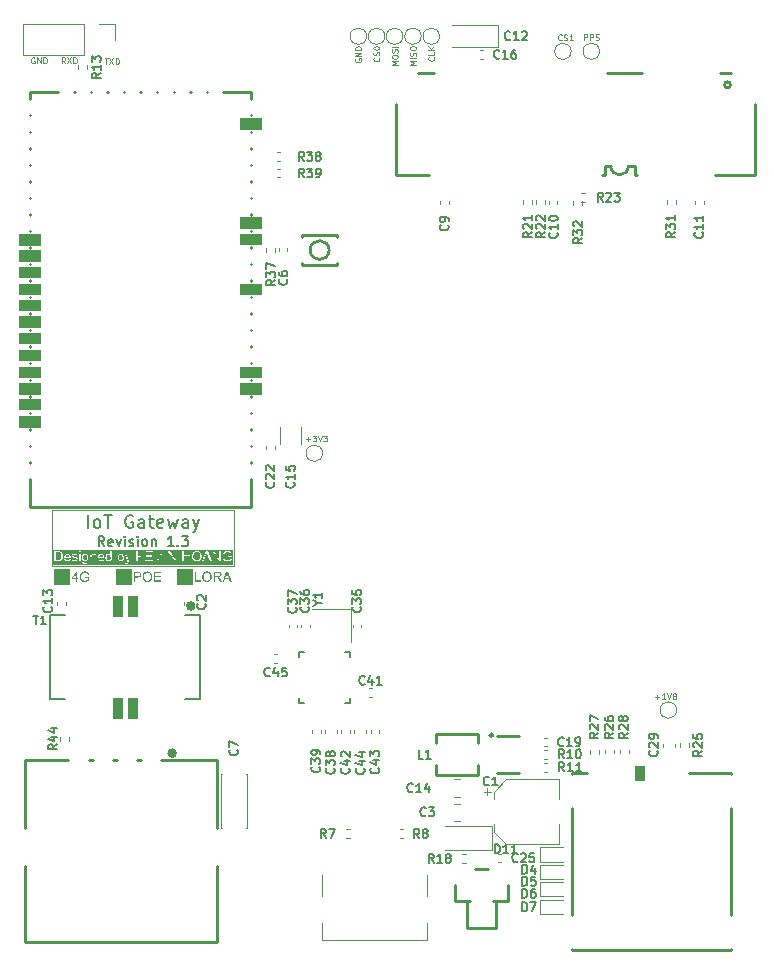
<source format=gbr>
%TF.GenerationSoftware,KiCad,Pcbnew,9.0.2*%
%TF.CreationDate,2025-06-30T16:53:14+07:00*%
%TF.ProjectId,GW11LR,47573131-4c52-42e6-9b69-6361645f7063,rev?*%
%TF.SameCoordinates,Original*%
%TF.FileFunction,Legend,Top*%
%TF.FilePolarity,Positive*%
%FSLAX46Y46*%
G04 Gerber Fmt 4.6, Leading zero omitted, Abs format (unit mm)*
G04 Created by KiCad (PCBNEW 9.0.2) date 2025-06-30 16:53:14*
%MOMM*%
%LPD*%
G01*
G04 APERTURE LIST*
%ADD10C,0.150000*%
%ADD11C,0.100000*%
%ADD12C,0.120000*%
%ADD13C,0.250000*%
%ADD14C,0.400000*%
%ADD15C,0.200000*%
G04 APERTURE END LIST*
D10*
G36*
X139798176Y-109125501D02*
G01*
X139798176Y-108271823D01*
X139910855Y-108271823D01*
X139910855Y-109026680D01*
X140330064Y-109026680D01*
X140330064Y-109125501D01*
X139798176Y-109125501D01*
G37*
G36*
X140895629Y-108262176D02*
G01*
X140950145Y-108272853D01*
X141001330Y-108290386D01*
X141049680Y-108314849D01*
X141094262Y-108345808D01*
X141132914Y-108382031D01*
X141166079Y-108423846D01*
X141193966Y-108471800D01*
X141221131Y-108540483D01*
X141237858Y-108616165D01*
X141243636Y-108700115D01*
X141237572Y-108785101D01*
X141219993Y-108861842D01*
X141191371Y-108931648D01*
X141162083Y-108980243D01*
X141127813Y-109021812D01*
X141088378Y-109057017D01*
X141043348Y-109086263D01*
X140977809Y-109115439D01*
X140909221Y-109132896D01*
X140836624Y-109138787D01*
X140777017Y-109135019D01*
X140721747Y-109123994D01*
X140670172Y-109105928D01*
X140621751Y-109080761D01*
X140577145Y-109048967D01*
X140538641Y-109012201D01*
X140505784Y-108970166D01*
X140478347Y-108922358D01*
X140451245Y-108854063D01*
X140435053Y-108783529D01*
X140429722Y-108711481D01*
X140545715Y-108711481D01*
X140551476Y-108788332D01*
X140567709Y-108853146D01*
X140593421Y-108908009D01*
X140628446Y-108954537D01*
X140672706Y-108993537D01*
X140721361Y-109020938D01*
X140775353Y-109037562D01*
X140836053Y-109043288D01*
X140897950Y-109037465D01*
X140952572Y-109020618D01*
X141001378Y-108992942D01*
X141045372Y-108953654D01*
X141079755Y-108906836D01*
X141105327Y-108850232D01*
X141121673Y-108781862D01*
X141127532Y-108699233D01*
X141123347Y-108630486D01*
X141111414Y-108570272D01*
X141092395Y-108517369D01*
X141064939Y-108468820D01*
X141030819Y-108428978D01*
X140989630Y-108396854D01*
X140942969Y-108373171D01*
X140892672Y-108358901D01*
X140837766Y-108354035D01*
X140779525Y-108359282D01*
X140726480Y-108374641D01*
X140677542Y-108400102D01*
X140631924Y-108436403D01*
X140603352Y-108470108D01*
X140579888Y-108512560D01*
X140561832Y-108565461D01*
X140550011Y-108630943D01*
X140545715Y-108711481D01*
X140429722Y-108711481D01*
X140429611Y-108709976D01*
X140434756Y-108624056D01*
X140449369Y-108549420D01*
X140472551Y-108484455D01*
X140503869Y-108427794D01*
X140543380Y-108378377D01*
X140591337Y-108335398D01*
X140643908Y-108302253D01*
X140701748Y-108278353D01*
X140765791Y-108263630D01*
X140837195Y-108258536D01*
X140895629Y-108262176D01*
G37*
G36*
X141844496Y-108274917D02*
G01*
X141900777Y-108283030D01*
X141941142Y-108294660D01*
X141977731Y-108313607D01*
X142009081Y-108340197D01*
X142035758Y-108375315D01*
X142055415Y-108415078D01*
X142067206Y-108457390D01*
X142071207Y-108502993D01*
X142067396Y-108547119D01*
X142056334Y-108586620D01*
X142038180Y-108622370D01*
X142012558Y-108655012D01*
X141981666Y-108681440D01*
X141942339Y-108703617D01*
X141892936Y-108721248D01*
X141831422Y-108733591D01*
X141872781Y-108756485D01*
X141899309Y-108776462D01*
X141946204Y-108826602D01*
X141992836Y-108891061D01*
X142140859Y-109125501D01*
X141999220Y-109125501D01*
X141886541Y-108946129D01*
X141805263Y-108827378D01*
X141772946Y-108790305D01*
X141748068Y-108769715D01*
X141722222Y-108755592D01*
X141696685Y-108746774D01*
X141633988Y-108742674D01*
X141503352Y-108742674D01*
X141503352Y-109125501D01*
X141390673Y-109125501D01*
X141390673Y-108647175D01*
X141503352Y-108647175D01*
X141745473Y-108647175D01*
X141818333Y-108642663D01*
X141866248Y-108631345D01*
X141893488Y-108618315D01*
X141915293Y-108601432D01*
X141932422Y-108580534D01*
X141949417Y-108544022D01*
X141955051Y-108504654D01*
X141950068Y-108466628D01*
X141935604Y-108434206D01*
X141911195Y-108405989D01*
X141879565Y-108385917D01*
X141834859Y-108372433D01*
X141772773Y-108367322D01*
X141503352Y-108367322D01*
X141503352Y-108647175D01*
X141390673Y-108647175D01*
X141390673Y-108271823D01*
X141768102Y-108271823D01*
X141844496Y-108274917D01*
G37*
G36*
X142950784Y-109125501D02*
G01*
X142822431Y-109125501D01*
X142723143Y-108866408D01*
X142367202Y-108866408D01*
X142273727Y-109125501D01*
X142154094Y-109125501D01*
X142288936Y-108773400D01*
X142399744Y-108773400D01*
X142688317Y-108773400D01*
X142599462Y-108537715D01*
X142562335Y-108434867D01*
X142539100Y-108361249D01*
X142519589Y-108442522D01*
X142493219Y-108523805D01*
X142399744Y-108773400D01*
X142288936Y-108773400D01*
X142481022Y-108271823D01*
X142602368Y-108271823D01*
X142950784Y-109125501D01*
G37*
D11*
X138300000Y-108035000D02*
X139550000Y-108035000D01*
X139550000Y-109285000D01*
X138300000Y-109285000D01*
X138300000Y-108035000D01*
G36*
X138300000Y-108035000D02*
G01*
X139550000Y-108035000D01*
X139550000Y-109285000D01*
X138300000Y-109285000D01*
X138300000Y-108035000D01*
G37*
D10*
G36*
X135027005Y-108274176D02*
G01*
X135076716Y-108279920D01*
X135135731Y-108295592D01*
X135181817Y-108319624D01*
X135207768Y-108341272D01*
X135230471Y-108368363D01*
X135250016Y-108401629D01*
X135264258Y-108437534D01*
X135272910Y-108475975D01*
X135275863Y-108517473D01*
X135271369Y-108570586D01*
X135258324Y-108618224D01*
X135236929Y-108661407D01*
X135206782Y-108700893D01*
X135178588Y-108725264D01*
X135141666Y-108745578D01*
X135094099Y-108761459D01*
X135033509Y-108772011D01*
X134957135Y-108775891D01*
X134738785Y-108775891D01*
X134738785Y-109125501D01*
X134626159Y-109125501D01*
X134626159Y-108677071D01*
X134738785Y-108677071D01*
X134958848Y-108677071D01*
X135015197Y-108673841D01*
X135058078Y-108665204D01*
X135090217Y-108652407D01*
X135113878Y-108636172D01*
X135138828Y-108606078D01*
X135154248Y-108568430D01*
X135159759Y-108520951D01*
X135156598Y-108485928D01*
X135147526Y-108455513D01*
X135132770Y-108428825D01*
X135112695Y-108406022D01*
X135089167Y-108389320D01*
X135061613Y-108378221D01*
X135027180Y-108373014D01*
X134956512Y-108370644D01*
X134738785Y-108370644D01*
X134738785Y-108677071D01*
X134626159Y-108677071D01*
X134626159Y-108271823D01*
X134947222Y-108271823D01*
X135027005Y-108274176D01*
G37*
G36*
X135850977Y-108262176D02*
G01*
X135905494Y-108272853D01*
X135956678Y-108290386D01*
X136005028Y-108314849D01*
X136049611Y-108345808D01*
X136088263Y-108382031D01*
X136121427Y-108423846D01*
X136149315Y-108471800D01*
X136176480Y-108540483D01*
X136193207Y-108616165D01*
X136198985Y-108700115D01*
X136192921Y-108785101D01*
X136175341Y-108861842D01*
X136146720Y-108931648D01*
X136117432Y-108980243D01*
X136083162Y-109021812D01*
X136043727Y-109057017D01*
X135998696Y-109086263D01*
X135933157Y-109115439D01*
X135864569Y-109132896D01*
X135791972Y-109138787D01*
X135732365Y-109135019D01*
X135677095Y-109123994D01*
X135625521Y-109105928D01*
X135577100Y-109080761D01*
X135532493Y-109048967D01*
X135493989Y-109012201D01*
X135461133Y-108970166D01*
X135433696Y-108922358D01*
X135406594Y-108854063D01*
X135390402Y-108783529D01*
X135385071Y-108711481D01*
X135501064Y-108711481D01*
X135506825Y-108788332D01*
X135523057Y-108853146D01*
X135548770Y-108908009D01*
X135583795Y-108954537D01*
X135628055Y-108993537D01*
X135676709Y-109020938D01*
X135730701Y-109037562D01*
X135791401Y-109043288D01*
X135853299Y-109037465D01*
X135907921Y-109020618D01*
X135956727Y-108992942D01*
X136000721Y-108953654D01*
X136035103Y-108906836D01*
X136060676Y-108850232D01*
X136077022Y-108781862D01*
X136082881Y-108699233D01*
X136078696Y-108630486D01*
X136066762Y-108570272D01*
X136047743Y-108517369D01*
X136020287Y-108468820D01*
X135986167Y-108428978D01*
X135944978Y-108396854D01*
X135898318Y-108373171D01*
X135848020Y-108358901D01*
X135793114Y-108354035D01*
X135734874Y-108359282D01*
X135681829Y-108374641D01*
X135632891Y-108400102D01*
X135587272Y-108436403D01*
X135558701Y-108470108D01*
X135535237Y-108512560D01*
X135517181Y-108565461D01*
X135505360Y-108630943D01*
X135501064Y-108711481D01*
X135385071Y-108711481D01*
X135384960Y-108709976D01*
X135390104Y-108624056D01*
X135404718Y-108549420D01*
X135427900Y-108484455D01*
X135459218Y-108427794D01*
X135498728Y-108378377D01*
X135546686Y-108335398D01*
X135599257Y-108302253D01*
X135657097Y-108278353D01*
X135721139Y-108263630D01*
X135792543Y-108258536D01*
X135850977Y-108262176D01*
G37*
G36*
X136346593Y-109125501D02*
G01*
X136346593Y-108271823D01*
X136962094Y-108271823D01*
X136962094Y-108370644D01*
X136459271Y-108370644D01*
X136459271Y-108633888D01*
X136930175Y-108633888D01*
X136930175Y-108732709D01*
X136459271Y-108732709D01*
X136459271Y-109026680D01*
X136981869Y-109026680D01*
X136981869Y-109125501D01*
X136346593Y-109125501D01*
G37*
D11*
X133160000Y-108035000D02*
X134410000Y-108035000D01*
X134410000Y-109285000D01*
X133160000Y-109285000D01*
X133160000Y-108035000D01*
G36*
X133160000Y-108035000D02*
G01*
X134410000Y-108035000D01*
X134410000Y-109285000D01*
X133160000Y-109285000D01*
X133160000Y-108035000D01*
G37*
X127895000Y-108035000D02*
X129145000Y-108035000D01*
X129145000Y-109285000D01*
X127895000Y-109285000D01*
X127895000Y-108035000D01*
G36*
X127895000Y-108035000D02*
G01*
X129145000Y-108035000D01*
X129145000Y-109285000D01*
X127895000Y-109285000D01*
X127895000Y-108035000D01*
G37*
D10*
G36*
X129840857Y-108826547D02*
G01*
X129955819Y-108826547D01*
X129955819Y-108922046D01*
X129840857Y-108922046D01*
X129840857Y-109125501D01*
X129736327Y-109125501D01*
X129736327Y-108922046D01*
X129367047Y-108922046D01*
X129367047Y-108826547D01*
X129469812Y-108826547D01*
X129736327Y-108826547D01*
X129736327Y-108442891D01*
X129469812Y-108826547D01*
X129367047Y-108826547D01*
X129755478Y-108275145D01*
X129840857Y-108275145D01*
X129840857Y-108826547D01*
G37*
G36*
X130503017Y-108789178D02*
G01*
X130503017Y-108690357D01*
X130863630Y-108689787D01*
X130863630Y-109005919D01*
X130806542Y-109047105D01*
X130749513Y-109080070D01*
X130692302Y-109105415D01*
X130632745Y-109124009D01*
X130572504Y-109135089D01*
X130511166Y-109138787D01*
X130428880Y-109132634D01*
X130353285Y-109114647D01*
X130283214Y-109085069D01*
X130234759Y-109054953D01*
X130193185Y-109019265D01*
X130157875Y-108977727D01*
X130128495Y-108929780D01*
X130099768Y-108860351D01*
X130082241Y-108785053D01*
X130076230Y-108702710D01*
X130082096Y-108621077D01*
X130099423Y-108544064D01*
X130128184Y-108470762D01*
X130157688Y-108419409D01*
X130192300Y-108376144D01*
X130232161Y-108340118D01*
X130277712Y-108310801D01*
X130344565Y-108282249D01*
X130418991Y-108264640D01*
X130502446Y-108258536D01*
X130563436Y-108262004D01*
X130618834Y-108272043D01*
X130669362Y-108288276D01*
X130716825Y-108311468D01*
X130755425Y-108339102D01*
X130786348Y-108371163D01*
X130811339Y-108408331D01*
X130832969Y-108454025D01*
X130850862Y-108509688D01*
X130749239Y-108537559D01*
X130726587Y-108477215D01*
X130701593Y-108435676D01*
X130680697Y-108413300D01*
X130653927Y-108393513D01*
X130620315Y-108376353D01*
X130565416Y-108359776D01*
X130503017Y-108354035D01*
X130451914Y-108356875D01*
X130407722Y-108364914D01*
X130369474Y-108377598D01*
X130317654Y-108405520D01*
X130278595Y-108439569D01*
X130247792Y-108480001D01*
X130224877Y-108523857D01*
X130206989Y-108577476D01*
X130196098Y-108634478D01*
X130192386Y-108695444D01*
X130197187Y-108770705D01*
X130210606Y-108833648D01*
X130231572Y-108886286D01*
X130261961Y-108933437D01*
X130299745Y-108971103D01*
X130345652Y-109000262D01*
X130396690Y-109020951D01*
X130449529Y-109033317D01*
X130504782Y-109037475D01*
X130553006Y-109034374D01*
X130600478Y-109025066D01*
X130647563Y-109009397D01*
X130711947Y-108978592D01*
X130753287Y-108949450D01*
X130753287Y-108789178D01*
X130503017Y-108789178D01*
G37*
D11*
X127725000Y-103025000D02*
X143125000Y-103025000D01*
X143125000Y-107825000D01*
X127725000Y-107825000D01*
X127725000Y-103025000D01*
D10*
X130763095Y-104582580D02*
X130763095Y-103482580D01*
X131444048Y-104582580D02*
X131339286Y-104530200D01*
X131339286Y-104530200D02*
X131286905Y-104477819D01*
X131286905Y-104477819D02*
X131234524Y-104373057D01*
X131234524Y-104373057D02*
X131234524Y-104058771D01*
X131234524Y-104058771D02*
X131286905Y-103954009D01*
X131286905Y-103954009D02*
X131339286Y-103901628D01*
X131339286Y-103901628D02*
X131444048Y-103849247D01*
X131444048Y-103849247D02*
X131601191Y-103849247D01*
X131601191Y-103849247D02*
X131705953Y-103901628D01*
X131705953Y-103901628D02*
X131758334Y-103954009D01*
X131758334Y-103954009D02*
X131810715Y-104058771D01*
X131810715Y-104058771D02*
X131810715Y-104373057D01*
X131810715Y-104373057D02*
X131758334Y-104477819D01*
X131758334Y-104477819D02*
X131705953Y-104530200D01*
X131705953Y-104530200D02*
X131601191Y-104582580D01*
X131601191Y-104582580D02*
X131444048Y-104582580D01*
X132125000Y-103482580D02*
X132753572Y-103482580D01*
X132439286Y-104582580D02*
X132439286Y-103482580D01*
X134534524Y-103534961D02*
X134429762Y-103482580D01*
X134429762Y-103482580D02*
X134272619Y-103482580D01*
X134272619Y-103482580D02*
X134115476Y-103534961D01*
X134115476Y-103534961D02*
X134010714Y-103639723D01*
X134010714Y-103639723D02*
X133958333Y-103744485D01*
X133958333Y-103744485D02*
X133905952Y-103954009D01*
X133905952Y-103954009D02*
X133905952Y-104111152D01*
X133905952Y-104111152D02*
X133958333Y-104320676D01*
X133958333Y-104320676D02*
X134010714Y-104425438D01*
X134010714Y-104425438D02*
X134115476Y-104530200D01*
X134115476Y-104530200D02*
X134272619Y-104582580D01*
X134272619Y-104582580D02*
X134377381Y-104582580D01*
X134377381Y-104582580D02*
X134534524Y-104530200D01*
X134534524Y-104530200D02*
X134586905Y-104477819D01*
X134586905Y-104477819D02*
X134586905Y-104111152D01*
X134586905Y-104111152D02*
X134377381Y-104111152D01*
X135529762Y-104582580D02*
X135529762Y-104006390D01*
X135529762Y-104006390D02*
X135477381Y-103901628D01*
X135477381Y-103901628D02*
X135372619Y-103849247D01*
X135372619Y-103849247D02*
X135163095Y-103849247D01*
X135163095Y-103849247D02*
X135058333Y-103901628D01*
X135529762Y-104530200D02*
X135425000Y-104582580D01*
X135425000Y-104582580D02*
X135163095Y-104582580D01*
X135163095Y-104582580D02*
X135058333Y-104530200D01*
X135058333Y-104530200D02*
X135005952Y-104425438D01*
X135005952Y-104425438D02*
X135005952Y-104320676D01*
X135005952Y-104320676D02*
X135058333Y-104215914D01*
X135058333Y-104215914D02*
X135163095Y-104163533D01*
X135163095Y-104163533D02*
X135425000Y-104163533D01*
X135425000Y-104163533D02*
X135529762Y-104111152D01*
X135896428Y-103849247D02*
X136315476Y-103849247D01*
X136053571Y-103482580D02*
X136053571Y-104425438D01*
X136053571Y-104425438D02*
X136105952Y-104530200D01*
X136105952Y-104530200D02*
X136210714Y-104582580D01*
X136210714Y-104582580D02*
X136315476Y-104582580D01*
X137101190Y-104530200D02*
X136996428Y-104582580D01*
X136996428Y-104582580D02*
X136786904Y-104582580D01*
X136786904Y-104582580D02*
X136682142Y-104530200D01*
X136682142Y-104530200D02*
X136629761Y-104425438D01*
X136629761Y-104425438D02*
X136629761Y-104006390D01*
X136629761Y-104006390D02*
X136682142Y-103901628D01*
X136682142Y-103901628D02*
X136786904Y-103849247D01*
X136786904Y-103849247D02*
X136996428Y-103849247D01*
X136996428Y-103849247D02*
X137101190Y-103901628D01*
X137101190Y-103901628D02*
X137153571Y-104006390D01*
X137153571Y-104006390D02*
X137153571Y-104111152D01*
X137153571Y-104111152D02*
X136629761Y-104215914D01*
X137520237Y-103849247D02*
X137729761Y-104582580D01*
X137729761Y-104582580D02*
X137939285Y-104058771D01*
X137939285Y-104058771D02*
X138148809Y-104582580D01*
X138148809Y-104582580D02*
X138358333Y-103849247D01*
X139248809Y-104582580D02*
X139248809Y-104006390D01*
X139248809Y-104006390D02*
X139196428Y-103901628D01*
X139196428Y-103901628D02*
X139091666Y-103849247D01*
X139091666Y-103849247D02*
X138882142Y-103849247D01*
X138882142Y-103849247D02*
X138777380Y-103901628D01*
X139248809Y-104530200D02*
X139144047Y-104582580D01*
X139144047Y-104582580D02*
X138882142Y-104582580D01*
X138882142Y-104582580D02*
X138777380Y-104530200D01*
X138777380Y-104530200D02*
X138724999Y-104425438D01*
X138724999Y-104425438D02*
X138724999Y-104320676D01*
X138724999Y-104320676D02*
X138777380Y-104215914D01*
X138777380Y-104215914D02*
X138882142Y-104163533D01*
X138882142Y-104163533D02*
X139144047Y-104163533D01*
X139144047Y-104163533D02*
X139248809Y-104111152D01*
X139667856Y-103849247D02*
X139929761Y-104582580D01*
X140191666Y-103849247D02*
X139929761Y-104582580D01*
X139929761Y-104582580D02*
X139824999Y-104844485D01*
X139824999Y-104844485D02*
X139772618Y-104896866D01*
X139772618Y-104896866D02*
X139667856Y-104949247D01*
D11*
X153407419Y-64853258D02*
X153383609Y-64900877D01*
X153383609Y-64900877D02*
X153383609Y-64972306D01*
X153383609Y-64972306D02*
X153407419Y-65043734D01*
X153407419Y-65043734D02*
X153455038Y-65091353D01*
X153455038Y-65091353D02*
X153502657Y-65115163D01*
X153502657Y-65115163D02*
X153597895Y-65138972D01*
X153597895Y-65138972D02*
X153669323Y-65138972D01*
X153669323Y-65138972D02*
X153764561Y-65115163D01*
X153764561Y-65115163D02*
X153812180Y-65091353D01*
X153812180Y-65091353D02*
X153859800Y-65043734D01*
X153859800Y-65043734D02*
X153883609Y-64972306D01*
X153883609Y-64972306D02*
X153883609Y-64924687D01*
X153883609Y-64924687D02*
X153859800Y-64853258D01*
X153859800Y-64853258D02*
X153835990Y-64829449D01*
X153835990Y-64829449D02*
X153669323Y-64829449D01*
X153669323Y-64829449D02*
X153669323Y-64924687D01*
X153883609Y-64615163D02*
X153383609Y-64615163D01*
X153383609Y-64615163D02*
X153883609Y-64329449D01*
X153883609Y-64329449D02*
X153383609Y-64329449D01*
X153883609Y-64091353D02*
X153383609Y-64091353D01*
X153383609Y-64091353D02*
X153383609Y-63972305D01*
X153383609Y-63972305D02*
X153407419Y-63900877D01*
X153407419Y-63900877D02*
X153455038Y-63853258D01*
X153455038Y-63853258D02*
X153502657Y-63829448D01*
X153502657Y-63829448D02*
X153597895Y-63805639D01*
X153597895Y-63805639D02*
X153669323Y-63805639D01*
X153669323Y-63805639D02*
X153764561Y-63829448D01*
X153764561Y-63829448D02*
X153812180Y-63853258D01*
X153812180Y-63853258D02*
X153859800Y-63900877D01*
X153859800Y-63900877D02*
X153883609Y-63972305D01*
X153883609Y-63972305D02*
X153883609Y-64091353D01*
X172764836Y-63263609D02*
X172764836Y-62763609D01*
X172764836Y-62763609D02*
X172955312Y-62763609D01*
X172955312Y-62763609D02*
X173002931Y-62787419D01*
X173002931Y-62787419D02*
X173026741Y-62811228D01*
X173026741Y-62811228D02*
X173050550Y-62858847D01*
X173050550Y-62858847D02*
X173050550Y-62930276D01*
X173050550Y-62930276D02*
X173026741Y-62977895D01*
X173026741Y-62977895D02*
X173002931Y-63001704D01*
X173002931Y-63001704D02*
X172955312Y-63025514D01*
X172955312Y-63025514D02*
X172764836Y-63025514D01*
X173264836Y-63263609D02*
X173264836Y-62763609D01*
X173264836Y-62763609D02*
X173455312Y-62763609D01*
X173455312Y-62763609D02*
X173502931Y-62787419D01*
X173502931Y-62787419D02*
X173526741Y-62811228D01*
X173526741Y-62811228D02*
X173550550Y-62858847D01*
X173550550Y-62858847D02*
X173550550Y-62930276D01*
X173550550Y-62930276D02*
X173526741Y-62977895D01*
X173526741Y-62977895D02*
X173502931Y-63001704D01*
X173502931Y-63001704D02*
X173455312Y-63025514D01*
X173455312Y-63025514D02*
X173264836Y-63025514D01*
X173741027Y-63239800D02*
X173812455Y-63263609D01*
X173812455Y-63263609D02*
X173931503Y-63263609D01*
X173931503Y-63263609D02*
X173979122Y-63239800D01*
X173979122Y-63239800D02*
X174002931Y-63215990D01*
X174002931Y-63215990D02*
X174026741Y-63168371D01*
X174026741Y-63168371D02*
X174026741Y-63120752D01*
X174026741Y-63120752D02*
X174002931Y-63073133D01*
X174002931Y-63073133D02*
X173979122Y-63049323D01*
X173979122Y-63049323D02*
X173931503Y-63025514D01*
X173931503Y-63025514D02*
X173836265Y-63001704D01*
X173836265Y-63001704D02*
X173788646Y-62977895D01*
X173788646Y-62977895D02*
X173764836Y-62954085D01*
X173764836Y-62954085D02*
X173741027Y-62906466D01*
X173741027Y-62906466D02*
X173741027Y-62858847D01*
X173741027Y-62858847D02*
X173764836Y-62811228D01*
X173764836Y-62811228D02*
X173788646Y-62787419D01*
X173788646Y-62787419D02*
X173836265Y-62763609D01*
X173836265Y-62763609D02*
X173955312Y-62763609D01*
X173955312Y-62763609D02*
X174026741Y-62787419D01*
X178754836Y-118893133D02*
X179135789Y-118893133D01*
X178945312Y-119083609D02*
X178945312Y-118702657D01*
X179635789Y-119083609D02*
X179350075Y-119083609D01*
X179492932Y-119083609D02*
X179492932Y-118583609D01*
X179492932Y-118583609D02*
X179445313Y-118655038D01*
X179445313Y-118655038D02*
X179397694Y-118702657D01*
X179397694Y-118702657D02*
X179350075Y-118726466D01*
X179778646Y-118583609D02*
X179945312Y-119083609D01*
X179945312Y-119083609D02*
X180111979Y-118583609D01*
X180350074Y-118797895D02*
X180302455Y-118774085D01*
X180302455Y-118774085D02*
X180278645Y-118750276D01*
X180278645Y-118750276D02*
X180254836Y-118702657D01*
X180254836Y-118702657D02*
X180254836Y-118678847D01*
X180254836Y-118678847D02*
X180278645Y-118631228D01*
X180278645Y-118631228D02*
X180302455Y-118607419D01*
X180302455Y-118607419D02*
X180350074Y-118583609D01*
X180350074Y-118583609D02*
X180445312Y-118583609D01*
X180445312Y-118583609D02*
X180492931Y-118607419D01*
X180492931Y-118607419D02*
X180516740Y-118631228D01*
X180516740Y-118631228D02*
X180540550Y-118678847D01*
X180540550Y-118678847D02*
X180540550Y-118702657D01*
X180540550Y-118702657D02*
X180516740Y-118750276D01*
X180516740Y-118750276D02*
X180492931Y-118774085D01*
X180492931Y-118774085D02*
X180445312Y-118797895D01*
X180445312Y-118797895D02*
X180350074Y-118797895D01*
X180350074Y-118797895D02*
X180302455Y-118821704D01*
X180302455Y-118821704D02*
X180278645Y-118845514D01*
X180278645Y-118845514D02*
X180254836Y-118893133D01*
X180254836Y-118893133D02*
X180254836Y-118988371D01*
X180254836Y-118988371D02*
X180278645Y-119035990D01*
X180278645Y-119035990D02*
X180302455Y-119059800D01*
X180302455Y-119059800D02*
X180350074Y-119083609D01*
X180350074Y-119083609D02*
X180445312Y-119083609D01*
X180445312Y-119083609D02*
X180492931Y-119059800D01*
X180492931Y-119059800D02*
X180516740Y-119035990D01*
X180516740Y-119035990D02*
X180540550Y-118988371D01*
X180540550Y-118988371D02*
X180540550Y-118893133D01*
X180540550Y-118893133D02*
X180516740Y-118845514D01*
X180516740Y-118845514D02*
X180492931Y-118821704D01*
X180492931Y-118821704D02*
X180445312Y-118797895D01*
X126226741Y-64767419D02*
X126179122Y-64743609D01*
X126179122Y-64743609D02*
X126107693Y-64743609D01*
X126107693Y-64743609D02*
X126036265Y-64767419D01*
X126036265Y-64767419D02*
X125988646Y-64815038D01*
X125988646Y-64815038D02*
X125964836Y-64862657D01*
X125964836Y-64862657D02*
X125941027Y-64957895D01*
X125941027Y-64957895D02*
X125941027Y-65029323D01*
X125941027Y-65029323D02*
X125964836Y-65124561D01*
X125964836Y-65124561D02*
X125988646Y-65172180D01*
X125988646Y-65172180D02*
X126036265Y-65219800D01*
X126036265Y-65219800D02*
X126107693Y-65243609D01*
X126107693Y-65243609D02*
X126155312Y-65243609D01*
X126155312Y-65243609D02*
X126226741Y-65219800D01*
X126226741Y-65219800D02*
X126250550Y-65195990D01*
X126250550Y-65195990D02*
X126250550Y-65029323D01*
X126250550Y-65029323D02*
X126155312Y-65029323D01*
X126464836Y-65243609D02*
X126464836Y-64743609D01*
X126464836Y-64743609D02*
X126750550Y-65243609D01*
X126750550Y-65243609D02*
X126750550Y-64743609D01*
X126988646Y-65243609D02*
X126988646Y-64743609D01*
X126988646Y-64743609D02*
X127107694Y-64743609D01*
X127107694Y-64743609D02*
X127179122Y-64767419D01*
X127179122Y-64767419D02*
X127226741Y-64815038D01*
X127226741Y-64815038D02*
X127250551Y-64862657D01*
X127250551Y-64862657D02*
X127274360Y-64957895D01*
X127274360Y-64957895D02*
X127274360Y-65029323D01*
X127274360Y-65029323D02*
X127250551Y-65124561D01*
X127250551Y-65124561D02*
X127226741Y-65172180D01*
X127226741Y-65172180D02*
X127179122Y-65219800D01*
X127179122Y-65219800D02*
X127107694Y-65243609D01*
X127107694Y-65243609D02*
X126988646Y-65243609D01*
X132173408Y-64803609D02*
X132459122Y-64803609D01*
X132316265Y-65303609D02*
X132316265Y-64803609D01*
X132578169Y-64803609D02*
X132911502Y-65303609D01*
X132911502Y-64803609D02*
X132578169Y-65303609D01*
X133101978Y-65303609D02*
X133101978Y-64803609D01*
X133101978Y-64803609D02*
X133221026Y-64803609D01*
X133221026Y-64803609D02*
X133292454Y-64827419D01*
X133292454Y-64827419D02*
X133340073Y-64875038D01*
X133340073Y-64875038D02*
X133363883Y-64922657D01*
X133363883Y-64922657D02*
X133387692Y-65017895D01*
X133387692Y-65017895D02*
X133387692Y-65089323D01*
X133387692Y-65089323D02*
X133363883Y-65184561D01*
X133363883Y-65184561D02*
X133340073Y-65232180D01*
X133340073Y-65232180D02*
X133292454Y-65279800D01*
X133292454Y-65279800D02*
X133221026Y-65303609D01*
X133221026Y-65303609D02*
X133101978Y-65303609D01*
X170870550Y-63245990D02*
X170846741Y-63269800D01*
X170846741Y-63269800D02*
X170775312Y-63293609D01*
X170775312Y-63293609D02*
X170727693Y-63293609D01*
X170727693Y-63293609D02*
X170656265Y-63269800D01*
X170656265Y-63269800D02*
X170608646Y-63222180D01*
X170608646Y-63222180D02*
X170584836Y-63174561D01*
X170584836Y-63174561D02*
X170561027Y-63079323D01*
X170561027Y-63079323D02*
X170561027Y-63007895D01*
X170561027Y-63007895D02*
X170584836Y-62912657D01*
X170584836Y-62912657D02*
X170608646Y-62865038D01*
X170608646Y-62865038D02*
X170656265Y-62817419D01*
X170656265Y-62817419D02*
X170727693Y-62793609D01*
X170727693Y-62793609D02*
X170775312Y-62793609D01*
X170775312Y-62793609D02*
X170846741Y-62817419D01*
X170846741Y-62817419D02*
X170870550Y-62841228D01*
X171061027Y-63269800D02*
X171132455Y-63293609D01*
X171132455Y-63293609D02*
X171251503Y-63293609D01*
X171251503Y-63293609D02*
X171299122Y-63269800D01*
X171299122Y-63269800D02*
X171322931Y-63245990D01*
X171322931Y-63245990D02*
X171346741Y-63198371D01*
X171346741Y-63198371D02*
X171346741Y-63150752D01*
X171346741Y-63150752D02*
X171322931Y-63103133D01*
X171322931Y-63103133D02*
X171299122Y-63079323D01*
X171299122Y-63079323D02*
X171251503Y-63055514D01*
X171251503Y-63055514D02*
X171156265Y-63031704D01*
X171156265Y-63031704D02*
X171108646Y-63007895D01*
X171108646Y-63007895D02*
X171084836Y-62984085D01*
X171084836Y-62984085D02*
X171061027Y-62936466D01*
X171061027Y-62936466D02*
X171061027Y-62888847D01*
X171061027Y-62888847D02*
X171084836Y-62841228D01*
X171084836Y-62841228D02*
X171108646Y-62817419D01*
X171108646Y-62817419D02*
X171156265Y-62793609D01*
X171156265Y-62793609D02*
X171275312Y-62793609D01*
X171275312Y-62793609D02*
X171346741Y-62817419D01*
X171822931Y-63293609D02*
X171537217Y-63293609D01*
X171680074Y-63293609D02*
X171680074Y-62793609D01*
X171680074Y-62793609D02*
X171632455Y-62865038D01*
X171632455Y-62865038D02*
X171584836Y-62912657D01*
X171584836Y-62912657D02*
X171537217Y-62936466D01*
D10*
X132146428Y-106113177D02*
X131863094Y-105708415D01*
X131660713Y-106113177D02*
X131660713Y-105263177D01*
X131660713Y-105263177D02*
X131984523Y-105263177D01*
X131984523Y-105263177D02*
X132065475Y-105303653D01*
X132065475Y-105303653D02*
X132105952Y-105344129D01*
X132105952Y-105344129D02*
X132146428Y-105425081D01*
X132146428Y-105425081D02*
X132146428Y-105546510D01*
X132146428Y-105546510D02*
X132105952Y-105627462D01*
X132105952Y-105627462D02*
X132065475Y-105667939D01*
X132065475Y-105667939D02*
X131984523Y-105708415D01*
X131984523Y-105708415D02*
X131660713Y-105708415D01*
X132834523Y-106072701D02*
X132753571Y-106113177D01*
X132753571Y-106113177D02*
X132591666Y-106113177D01*
X132591666Y-106113177D02*
X132510713Y-106072701D01*
X132510713Y-106072701D02*
X132470237Y-105991748D01*
X132470237Y-105991748D02*
X132470237Y-105667939D01*
X132470237Y-105667939D02*
X132510713Y-105586986D01*
X132510713Y-105586986D02*
X132591666Y-105546510D01*
X132591666Y-105546510D02*
X132753571Y-105546510D01*
X132753571Y-105546510D02*
X132834523Y-105586986D01*
X132834523Y-105586986D02*
X132874999Y-105667939D01*
X132874999Y-105667939D02*
X132874999Y-105748891D01*
X132874999Y-105748891D02*
X132470237Y-105829843D01*
X133158332Y-105546510D02*
X133360713Y-106113177D01*
X133360713Y-106113177D02*
X133563094Y-105546510D01*
X133886903Y-106113177D02*
X133886903Y-105546510D01*
X133886903Y-105263177D02*
X133846427Y-105303653D01*
X133846427Y-105303653D02*
X133886903Y-105344129D01*
X133886903Y-105344129D02*
X133927380Y-105303653D01*
X133927380Y-105303653D02*
X133886903Y-105263177D01*
X133886903Y-105263177D02*
X133886903Y-105344129D01*
X134251189Y-106072701D02*
X134332142Y-106113177D01*
X134332142Y-106113177D02*
X134494046Y-106113177D01*
X134494046Y-106113177D02*
X134574999Y-106072701D01*
X134574999Y-106072701D02*
X134615475Y-105991748D01*
X134615475Y-105991748D02*
X134615475Y-105951272D01*
X134615475Y-105951272D02*
X134574999Y-105870320D01*
X134574999Y-105870320D02*
X134494046Y-105829843D01*
X134494046Y-105829843D02*
X134372618Y-105829843D01*
X134372618Y-105829843D02*
X134291665Y-105789367D01*
X134291665Y-105789367D02*
X134251189Y-105708415D01*
X134251189Y-105708415D02*
X134251189Y-105667939D01*
X134251189Y-105667939D02*
X134291665Y-105586986D01*
X134291665Y-105586986D02*
X134372618Y-105546510D01*
X134372618Y-105546510D02*
X134494046Y-105546510D01*
X134494046Y-105546510D02*
X134574999Y-105586986D01*
X134979760Y-106113177D02*
X134979760Y-105546510D01*
X134979760Y-105263177D02*
X134939284Y-105303653D01*
X134939284Y-105303653D02*
X134979760Y-105344129D01*
X134979760Y-105344129D02*
X135020237Y-105303653D01*
X135020237Y-105303653D02*
X134979760Y-105263177D01*
X134979760Y-105263177D02*
X134979760Y-105344129D01*
X135505951Y-106113177D02*
X135424999Y-106072701D01*
X135424999Y-106072701D02*
X135384522Y-106032224D01*
X135384522Y-106032224D02*
X135344046Y-105951272D01*
X135344046Y-105951272D02*
X135344046Y-105708415D01*
X135344046Y-105708415D02*
X135384522Y-105627462D01*
X135384522Y-105627462D02*
X135424999Y-105586986D01*
X135424999Y-105586986D02*
X135505951Y-105546510D01*
X135505951Y-105546510D02*
X135627380Y-105546510D01*
X135627380Y-105546510D02*
X135708332Y-105586986D01*
X135708332Y-105586986D02*
X135748808Y-105627462D01*
X135748808Y-105627462D02*
X135789284Y-105708415D01*
X135789284Y-105708415D02*
X135789284Y-105951272D01*
X135789284Y-105951272D02*
X135748808Y-106032224D01*
X135748808Y-106032224D02*
X135708332Y-106072701D01*
X135708332Y-106072701D02*
X135627380Y-106113177D01*
X135627380Y-106113177D02*
X135505951Y-106113177D01*
X136153570Y-105546510D02*
X136153570Y-106113177D01*
X136153570Y-105627462D02*
X136194047Y-105586986D01*
X136194047Y-105586986D02*
X136274999Y-105546510D01*
X136274999Y-105546510D02*
X136396428Y-105546510D01*
X136396428Y-105546510D02*
X136477380Y-105586986D01*
X136477380Y-105586986D02*
X136517856Y-105667939D01*
X136517856Y-105667939D02*
X136517856Y-106113177D01*
X138015476Y-106113177D02*
X137529761Y-106113177D01*
X137772618Y-106113177D02*
X137772618Y-105263177D01*
X137772618Y-105263177D02*
X137691666Y-105384605D01*
X137691666Y-105384605D02*
X137610714Y-105465558D01*
X137610714Y-105465558D02*
X137529761Y-105506034D01*
X138379761Y-106032224D02*
X138420238Y-106072701D01*
X138420238Y-106072701D02*
X138379761Y-106113177D01*
X138379761Y-106113177D02*
X138339285Y-106072701D01*
X138339285Y-106072701D02*
X138379761Y-106032224D01*
X138379761Y-106032224D02*
X138379761Y-106113177D01*
X138703571Y-105263177D02*
X139229762Y-105263177D01*
X139229762Y-105263177D02*
X138946428Y-105586986D01*
X138946428Y-105586986D02*
X139067857Y-105586986D01*
X139067857Y-105586986D02*
X139148809Y-105627462D01*
X139148809Y-105627462D02*
X139189285Y-105667939D01*
X139189285Y-105667939D02*
X139229762Y-105748891D01*
X139229762Y-105748891D02*
X139229762Y-105951272D01*
X139229762Y-105951272D02*
X139189285Y-106032224D01*
X139189285Y-106032224D02*
X139148809Y-106072701D01*
X139148809Y-106072701D02*
X139067857Y-106113177D01*
X139067857Y-106113177D02*
X138825000Y-106113177D01*
X138825000Y-106113177D02*
X138744047Y-106072701D01*
X138744047Y-106072701D02*
X138703571Y-106032224D01*
G36*
X130570897Y-106842874D02*
G01*
X130610747Y-106861585D01*
X130647250Y-106893975D01*
X130667914Y-106923687D01*
X130683589Y-106960851D01*
X130693786Y-107007084D01*
X130697491Y-107064368D01*
X130693785Y-107124763D01*
X130683712Y-107172281D01*
X130668471Y-107209353D01*
X130648703Y-107237979D01*
X130613217Y-107268984D01*
X130573500Y-107287126D01*
X130527980Y-107293306D01*
X130482090Y-107287068D01*
X130442358Y-107268808D01*
X130407153Y-107237667D01*
X130387745Y-107208989D01*
X130372688Y-107171470D01*
X130362683Y-107122967D01*
X130358988Y-107060890D01*
X130362591Y-107004453D01*
X130372506Y-106958915D01*
X130387731Y-106922326D01*
X130407776Y-106893093D01*
X130443329Y-106861215D01*
X130482315Y-106842787D01*
X130526215Y-106836572D01*
X130570897Y-106842874D01*
G37*
G36*
X129064796Y-106840415D02*
G01*
X129098622Y-106851537D01*
X129128726Y-106869865D01*
X129155753Y-106896051D01*
X129173455Y-106923449D01*
X129186944Y-106960834D01*
X129195251Y-107010961D01*
X128850935Y-107010961D01*
X128859719Y-106960104D01*
X128877886Y-106918420D01*
X128905224Y-106884062D01*
X128940337Y-106857754D01*
X128980192Y-106842003D01*
X129026259Y-106836572D01*
X129064796Y-106840415D01*
G37*
G36*
X131906513Y-106840415D02*
G01*
X131940338Y-106851537D01*
X131970443Y-106869865D01*
X131997470Y-106896051D01*
X132015172Y-106923449D01*
X132028660Y-106960834D01*
X132036967Y-107010961D01*
X131692652Y-107010961D01*
X131701436Y-106960104D01*
X131719603Y-106918420D01*
X131746941Y-106884062D01*
X131782053Y-106857754D01*
X131821908Y-106842003D01*
X131867976Y-106836572D01*
X131906513Y-106840415D01*
G37*
G36*
X132541813Y-106840248D02*
G01*
X132572761Y-106851046D01*
X132601223Y-106869169D01*
X132627711Y-106895532D01*
X132647360Y-106925783D01*
X132662622Y-106965179D01*
X132672760Y-107015902D01*
X132676499Y-107080561D01*
X132672902Y-107138872D01*
X132663074Y-107185293D01*
X132648111Y-107222003D01*
X132628594Y-107250798D01*
X132593660Y-107282273D01*
X132555342Y-107300459D01*
X132512178Y-107306593D01*
X132469483Y-107300291D01*
X132430664Y-107281378D01*
X132394310Y-107248203D01*
X132373914Y-107218065D01*
X132358322Y-107179893D01*
X132348109Y-107131894D01*
X132344380Y-107071894D01*
X132347972Y-107009249D01*
X132357698Y-106960233D01*
X132372314Y-106922282D01*
X132391092Y-106893248D01*
X132425418Y-106861345D01*
X132463717Y-106842845D01*
X132507559Y-106836572D01*
X132541813Y-106840248D01*
G37*
G36*
X133572506Y-106842811D02*
G01*
X133610634Y-106861395D01*
X133645657Y-106893767D01*
X133665039Y-106923150D01*
X133680017Y-106961085D01*
X133689921Y-107009572D01*
X133693563Y-107071011D01*
X133689856Y-107130569D01*
X133679675Y-107178501D01*
X133664084Y-107216882D01*
X133643633Y-107247425D01*
X133616522Y-107274106D01*
X133588103Y-107292274D01*
X133557908Y-107302982D01*
X133525194Y-107306593D01*
X133485498Y-107301636D01*
X133450745Y-107287145D01*
X133419665Y-107262646D01*
X133391651Y-107226353D01*
X133376421Y-107191943D01*
X133365643Y-107140694D01*
X133361444Y-107066963D01*
X133365088Y-107010306D01*
X133375169Y-106964041D01*
X133390747Y-106926362D01*
X133411374Y-106895791D01*
X133438488Y-106869085D01*
X133466908Y-106850901D01*
X133497102Y-106840185D01*
X133529813Y-106836572D01*
X133572506Y-106842811D01*
G37*
G36*
X140032092Y-106613901D02*
G01*
X140082390Y-106628171D01*
X140129050Y-106651854D01*
X140170239Y-106683978D01*
X140204359Y-106723820D01*
X140231815Y-106772369D01*
X140250834Y-106825272D01*
X140262768Y-106885486D01*
X140266953Y-106954233D01*
X140261094Y-107036862D01*
X140244748Y-107105232D01*
X140219175Y-107161836D01*
X140184793Y-107208654D01*
X140140799Y-107247942D01*
X140091993Y-107275618D01*
X140037371Y-107292465D01*
X139975473Y-107298288D01*
X139914773Y-107292562D01*
X139860781Y-107275938D01*
X139812127Y-107248537D01*
X139767867Y-107209537D01*
X139732842Y-107163009D01*
X139707129Y-107108146D01*
X139690897Y-107043332D01*
X139685136Y-106966481D01*
X139689432Y-106885943D01*
X139701253Y-106820461D01*
X139719309Y-106767560D01*
X139742773Y-106725108D01*
X139771344Y-106691403D01*
X139816963Y-106655102D01*
X139865901Y-106629641D01*
X139918946Y-106614282D01*
X139977186Y-106609035D01*
X140032092Y-106613901D01*
G37*
G36*
X128285859Y-106628129D02*
G01*
X128332774Y-106634472D01*
X128363891Y-106643238D01*
X128402278Y-106664010D01*
X128437654Y-106695658D01*
X128470393Y-106740190D01*
X128488127Y-106776443D01*
X128501891Y-106821771D01*
X128510949Y-106878004D01*
X128514250Y-106947226D01*
X128511489Y-107011955D01*
X128503785Y-107066655D01*
X128491880Y-107112688D01*
X128474247Y-107156720D01*
X128453384Y-107192554D01*
X128429494Y-107221370D01*
X128397257Y-107246225D01*
X128353147Y-107265902D01*
X128300604Y-107277183D01*
X128221057Y-107281680D01*
X128039298Y-107281680D01*
X128039298Y-106625644D01*
X128218151Y-106625644D01*
X128285859Y-106628129D01*
G37*
G36*
X143035108Y-107724072D02*
G01*
X127832228Y-107724072D01*
X127832228Y-107281680D01*
X127926672Y-107281680D01*
X127926672Y-107380501D01*
X128233825Y-107380501D01*
X128308690Y-107376643D01*
X128370534Y-107365968D01*
X128426923Y-107347455D01*
X128472157Y-107323149D01*
X128511703Y-107290541D01*
X128549647Y-107245712D01*
X128580919Y-107192098D01*
X128607724Y-107121408D01*
X128618508Y-107076824D01*
X128737115Y-107076824D01*
X128742697Y-107151911D01*
X128758343Y-107214497D01*
X128782981Y-107266784D01*
X128816369Y-107310485D01*
X128858512Y-107346266D01*
X128907363Y-107372067D01*
X128964234Y-107388134D01*
X129030930Y-107393787D01*
X129084584Y-107390201D01*
X129131202Y-107379991D01*
X129171862Y-107363709D01*
X129207447Y-107341522D01*
X129248050Y-107302712D01*
X129279554Y-107254307D01*
X129302116Y-107194537D01*
X129299177Y-107194174D01*
X129391179Y-107194174D01*
X129403460Y-107242789D01*
X129421121Y-107283061D01*
X129443801Y-107316292D01*
X129471575Y-107343443D01*
X129503930Y-107364114D01*
X129544103Y-107379842D01*
X129593732Y-107390076D01*
X129654787Y-107393787D01*
X129702634Y-107390840D01*
X129745772Y-107382325D01*
X129750952Y-107380501D01*
X130028168Y-107380501D01*
X130132645Y-107380501D01*
X130132645Y-107068416D01*
X130251552Y-107068416D01*
X130256144Y-107131963D01*
X130269446Y-107189220D01*
X130291095Y-107241191D01*
X130321204Y-107288687D01*
X130359403Y-107328655D01*
X130403987Y-107356943D01*
X130456218Y-107374376D01*
X130518067Y-107380501D01*
X130567259Y-107375375D01*
X130611403Y-107360382D01*
X130651674Y-107335357D01*
X130688823Y-107299171D01*
X130686651Y-107392242D01*
X130681245Y-107432662D01*
X130668823Y-107465361D01*
X130651081Y-107492004D01*
X130627839Y-107513524D01*
X130600003Y-107528738D01*
X130563448Y-107538737D01*
X130515783Y-107542434D01*
X130471692Y-107538818D01*
X130436899Y-107528895D01*
X130409489Y-107513524D01*
X130393255Y-107497259D01*
X130381366Y-107475069D01*
X130374092Y-107445326D01*
X130272468Y-107430326D01*
X130276081Y-107479324D01*
X130288475Y-107519450D01*
X130308987Y-107552586D01*
X130338072Y-107579958D01*
X130372904Y-107600832D01*
X130413513Y-107616329D01*
X130460921Y-107626150D01*
X130516354Y-107629628D01*
X130577491Y-107625400D01*
X130629126Y-107613506D01*
X130672837Y-107594750D01*
X130712005Y-107568236D01*
X130742656Y-107536738D01*
X130765741Y-107499822D01*
X130780245Y-107458063D01*
X130790857Y-107392799D01*
X130795066Y-107295745D01*
X130795066Y-106762664D01*
X130952639Y-106762664D01*
X130952639Y-107380501D01*
X131057169Y-107380501D01*
X131057169Y-107042829D01*
X131061079Y-106981527D01*
X131071393Y-106936548D01*
X131086508Y-106904205D01*
X131105645Y-106881570D01*
X131139954Y-106857978D01*
X131177987Y-106843888D01*
X131220918Y-106839063D01*
X131260653Y-106843963D01*
X131293788Y-106858007D01*
X131320325Y-106880333D01*
X131337022Y-106908663D01*
X131345639Y-106944515D01*
X131349219Y-107004421D01*
X131349219Y-107380501D01*
X131453749Y-107380501D01*
X131453749Y-107076824D01*
X131578832Y-107076824D01*
X131584414Y-107151911D01*
X131600060Y-107214497D01*
X131624697Y-107266784D01*
X131658086Y-107310485D01*
X131700229Y-107346266D01*
X131749079Y-107372067D01*
X131805950Y-107388134D01*
X131872647Y-107393787D01*
X131926301Y-107390201D01*
X131972918Y-107379991D01*
X132013578Y-107363709D01*
X132049164Y-107341522D01*
X132089767Y-107302712D01*
X132121270Y-107254307D01*
X132143833Y-107194537D01*
X132035825Y-107181198D01*
X132016908Y-107223047D01*
X131995358Y-107254227D01*
X131971364Y-107276697D01*
X131942960Y-107293062D01*
X131910570Y-107303098D01*
X131873218Y-107306593D01*
X131824010Y-107300483D01*
X131781589Y-107282738D01*
X131744294Y-107252926D01*
X131722379Y-107224788D01*
X131705276Y-107190450D01*
X131693208Y-107148733D01*
X131686839Y-107098156D01*
X132146687Y-107098156D01*
X132147268Y-107072153D01*
X132236944Y-107072153D01*
X132240937Y-107134495D01*
X132252414Y-107189994D01*
X132270888Y-107239640D01*
X132297121Y-107285324D01*
X132328965Y-107322851D01*
X132366698Y-107353148D01*
X132409424Y-107375792D01*
X132454355Y-107389250D01*
X132502317Y-107393787D01*
X132557084Y-107387793D01*
X132602922Y-107370709D01*
X132641787Y-107342764D01*
X132674786Y-107302700D01*
X132674786Y-107380501D01*
X132771738Y-107380501D01*
X132771738Y-107066963D01*
X133265634Y-107066963D01*
X133265634Y-107380501D01*
X133362586Y-107380501D01*
X133362586Y-107301351D01*
X133397336Y-107342468D01*
X133436744Y-107370806D01*
X133481720Y-107387878D01*
X133533913Y-107393787D01*
X133586765Y-107388393D01*
X133635039Y-107372517D01*
X133679868Y-107345892D01*
X133722005Y-107307319D01*
X133754807Y-107262205D01*
X133779222Y-107207676D01*
X133794833Y-107141834D01*
X133800428Y-107062292D01*
X133795690Y-106996948D01*
X133781847Y-106936897D01*
X133759225Y-106881601D01*
X133730465Y-106836779D01*
X133693428Y-106800110D01*
X133646851Y-106772317D01*
X133617512Y-106762664D01*
X133868004Y-106762664D01*
X134102028Y-107380501D01*
X134092738Y-107406555D01*
X134071348Y-107463798D01*
X134060767Y-107485809D01*
X134045437Y-107504859D01*
X134026511Y-107518974D01*
X134003500Y-107527552D01*
X133970769Y-107530808D01*
X133944353Y-107528683D01*
X133910978Y-107521517D01*
X133922604Y-107617224D01*
X133959162Y-107626733D01*
X133989973Y-107629628D01*
X134022522Y-107626800D01*
X134050896Y-107618680D01*
X134075870Y-107605494D01*
X134108598Y-107575995D01*
X134139761Y-107529770D01*
X134161708Y-107483101D01*
X134198410Y-107389791D01*
X134201885Y-107380501D01*
X134861037Y-107380501D01*
X134973716Y-107380501D01*
X134973716Y-107084869D01*
X135113072Y-106948368D01*
X135416125Y-107380501D01*
X135564771Y-107380501D01*
X135630271Y-107380501D01*
X136276550Y-107380501D01*
X136276550Y-107281680D01*
X135630271Y-107281680D01*
X135630271Y-107380501D01*
X135564771Y-107380501D01*
X135288548Y-107004318D01*
X135700546Y-107004318D01*
X136206275Y-107004318D01*
X136206275Y-106905497D01*
X135700546Y-106905497D01*
X135700546Y-107004318D01*
X135288548Y-107004318D01*
X135192014Y-106872851D01*
X135447119Y-106625644D01*
X135645997Y-106625644D01*
X136260876Y-106625644D01*
X136260876Y-106526823D01*
X136345371Y-106526823D01*
X136675154Y-107380501D01*
X136790739Y-107380501D01*
X137244100Y-107380501D01*
X137356726Y-107380501D01*
X137554264Y-107380501D01*
X137662271Y-107380501D01*
X137662271Y-106709672D01*
X138109403Y-107380501D01*
X138224936Y-107380501D01*
X138748104Y-107380501D01*
X138860731Y-107380501D01*
X138860731Y-106977744D01*
X139303192Y-106977744D01*
X139303192Y-107380501D01*
X139415818Y-107380501D01*
X139415818Y-106964976D01*
X139569032Y-106964976D01*
X139569143Y-106966481D01*
X139574473Y-107038529D01*
X139590666Y-107109063D01*
X139617768Y-107177358D01*
X139645205Y-107225166D01*
X139678061Y-107267201D01*
X139716565Y-107303967D01*
X139761172Y-107335761D01*
X139809593Y-107360928D01*
X139861167Y-107378994D01*
X139916437Y-107390019D01*
X139976044Y-107393787D01*
X140048641Y-107387896D01*
X140077696Y-107380501D01*
X140443003Y-107380501D01*
X140557965Y-107380501D01*
X140787889Y-106760692D01*
X140812355Y-106690454D01*
X140833199Y-106620298D01*
X140877939Y-106760692D01*
X141099143Y-107380501D01*
X141221683Y-107380501D01*
X141321905Y-107380501D01*
X141429912Y-107380501D01*
X141429912Y-106709672D01*
X141877044Y-107380501D01*
X141992577Y-107380501D01*
X141992577Y-106957710D01*
X142153265Y-106957710D01*
X142159275Y-107040053D01*
X142176803Y-107115351D01*
X142205530Y-107184780D01*
X142234909Y-107232727D01*
X142270220Y-107274265D01*
X142311794Y-107309953D01*
X142360248Y-107340069D01*
X142430319Y-107369647D01*
X142505915Y-107387634D01*
X142588200Y-107393787D01*
X142649538Y-107390089D01*
X142709779Y-107379009D01*
X142769337Y-107360415D01*
X142826548Y-107335070D01*
X142883576Y-107302105D01*
X142940664Y-107260919D01*
X142940664Y-106944787D01*
X142580052Y-106945357D01*
X142580052Y-107044178D01*
X142830321Y-107044178D01*
X142830321Y-107204450D01*
X142788982Y-107233592D01*
X142724598Y-107264397D01*
X142677512Y-107280066D01*
X142630040Y-107289374D01*
X142581816Y-107292475D01*
X142526564Y-107288317D01*
X142473724Y-107275951D01*
X142422686Y-107255262D01*
X142376779Y-107226103D01*
X142338996Y-107188437D01*
X142308606Y-107141286D01*
X142287640Y-107088648D01*
X142274221Y-107025705D01*
X142269421Y-106950444D01*
X142273132Y-106889478D01*
X142284023Y-106832476D01*
X142301911Y-106778857D01*
X142324826Y-106735001D01*
X142355629Y-106694569D01*
X142394688Y-106660520D01*
X142446509Y-106632598D01*
X142484757Y-106619914D01*
X142528948Y-106611875D01*
X142580052Y-106609035D01*
X142642450Y-106614776D01*
X142697349Y-106631353D01*
X142730962Y-106648513D01*
X142757731Y-106668300D01*
X142778627Y-106690676D01*
X142803622Y-106732215D01*
X142826273Y-106792559D01*
X142927896Y-106764688D01*
X142910003Y-106709025D01*
X142888373Y-106663331D01*
X142863383Y-106626163D01*
X142832459Y-106594102D01*
X142793859Y-106566468D01*
X142746396Y-106543276D01*
X142695868Y-106527043D01*
X142640470Y-106517004D01*
X142579481Y-106513536D01*
X142496025Y-106519640D01*
X142421599Y-106537249D01*
X142354747Y-106565801D01*
X142309195Y-106595118D01*
X142269334Y-106631144D01*
X142234723Y-106674409D01*
X142205218Y-106725762D01*
X142176458Y-106799064D01*
X142159131Y-106876077D01*
X142153265Y-106957710D01*
X141992577Y-106957710D01*
X141992577Y-106526823D01*
X141884570Y-106526823D01*
X141884570Y-107197080D01*
X141437490Y-106526823D01*
X141321905Y-106526823D01*
X141321905Y-107380501D01*
X141221683Y-107380501D01*
X140891848Y-106526823D01*
X140775744Y-106526823D01*
X140443003Y-107380501D01*
X140077696Y-107380501D01*
X140117229Y-107370439D01*
X140182768Y-107341263D01*
X140227799Y-107312017D01*
X140267234Y-107276812D01*
X140301504Y-107235243D01*
X140330792Y-107186648D01*
X140359413Y-107116842D01*
X140376993Y-107040101D01*
X140383057Y-106955115D01*
X140377279Y-106871165D01*
X140360552Y-106795483D01*
X140333387Y-106726800D01*
X140305499Y-106678846D01*
X140272335Y-106637031D01*
X140233683Y-106600808D01*
X140189100Y-106569849D01*
X140140750Y-106545386D01*
X140089566Y-106527853D01*
X140035049Y-106517176D01*
X139976615Y-106513536D01*
X139905211Y-106518630D01*
X139841169Y-106533353D01*
X139783329Y-106557253D01*
X139730758Y-106590398D01*
X139682800Y-106633377D01*
X139643290Y-106682794D01*
X139611972Y-106739455D01*
X139588790Y-106804420D01*
X139574176Y-106879056D01*
X139569032Y-106964976D01*
X139415818Y-106964976D01*
X139415818Y-106526823D01*
X139303192Y-106526823D01*
X139303192Y-106878923D01*
X138860731Y-106878923D01*
X138860731Y-106526823D01*
X138748104Y-106526823D01*
X138748104Y-107380501D01*
X138224936Y-107380501D01*
X138224936Y-106526823D01*
X138116929Y-106526823D01*
X138116929Y-107197080D01*
X137669848Y-106526823D01*
X137554264Y-106526823D01*
X137554264Y-107380501D01*
X137356726Y-107380501D01*
X137356726Y-106526823D01*
X137244100Y-106526823D01*
X137244100Y-107380501D01*
X136790739Y-107380501D01*
X137123999Y-106526823D01*
X137009037Y-106526823D01*
X136779113Y-107147203D01*
X136733232Y-107287026D01*
X136688545Y-107147203D01*
X136467288Y-106526823D01*
X136345371Y-106526823D01*
X136260876Y-106526823D01*
X135645997Y-106526823D01*
X135645997Y-106625644D01*
X135447119Y-106625644D01*
X135549097Y-106526823D01*
X135396402Y-106526823D01*
X134973716Y-106950703D01*
X134973716Y-106526823D01*
X134861037Y-106526823D01*
X134861037Y-107380501D01*
X134201885Y-107380501D01*
X134433005Y-106762664D01*
X134328475Y-106762664D01*
X134196645Y-107122082D01*
X134173462Y-107191359D01*
X134153670Y-107262632D01*
X134132445Y-107188861D01*
X134108983Y-107119799D01*
X133980682Y-106762664D01*
X133868004Y-106762664D01*
X133617512Y-106762664D01*
X133594646Y-106755141D01*
X133539103Y-106749377D01*
X133489778Y-106754693D01*
X133445951Y-106770205D01*
X133406340Y-106796091D01*
X133370164Y-106833613D01*
X133370164Y-106526823D01*
X133265634Y-106526823D01*
X133265634Y-107066963D01*
X132771738Y-107066963D01*
X132771738Y-106526823D01*
X132667779Y-106526823D01*
X132667779Y-106834703D01*
X132636668Y-106800510D01*
X132596934Y-106773044D01*
X132551062Y-106755467D01*
X132497646Y-106749377D01*
X132448149Y-106753907D01*
X132402581Y-106767233D01*
X132360055Y-106789445D01*
X132322900Y-106819596D01*
X132292215Y-106857631D01*
X132267722Y-106904718D01*
X132250893Y-106955666D01*
X132240519Y-107011241D01*
X132236959Y-107071894D01*
X132236944Y-107072153D01*
X132147268Y-107072153D01*
X132147310Y-107070285D01*
X132141759Y-106993936D01*
X132126227Y-106930455D01*
X132101834Y-106877587D01*
X132068887Y-106833561D01*
X132027023Y-106796839D01*
X131980142Y-106770823D01*
X131927230Y-106754902D01*
X131866834Y-106749377D01*
X131804394Y-106755041D01*
X131749876Y-106771333D01*
X131701756Y-106797902D01*
X131658968Y-106835326D01*
X131625291Y-106880281D01*
X131600366Y-106934234D01*
X131584501Y-106998984D01*
X131583629Y-107010961D01*
X131578832Y-107076824D01*
X131453749Y-107076824D01*
X131453749Y-107000996D01*
X131451959Y-106933821D01*
X131447936Y-106899321D01*
X131434886Y-106856994D01*
X131415394Y-106822039D01*
X131387374Y-106793436D01*
X131345430Y-106769463D01*
X131297038Y-106754512D01*
X131242976Y-106749377D01*
X131192615Y-106753661D01*
X131148844Y-106765936D01*
X131110460Y-106785813D01*
X131076585Y-106813558D01*
X131046737Y-106850066D01*
X131046737Y-106762664D01*
X130952639Y-106762664D01*
X130795066Y-106762664D01*
X130698684Y-106762664D01*
X130698684Y-106838336D01*
X130660024Y-106798720D01*
X130617774Y-106771376D01*
X130571109Y-106754990D01*
X130518690Y-106749377D01*
X130465338Y-106754102D01*
X130418208Y-106767750D01*
X130376116Y-106790068D01*
X130339355Y-106820466D01*
X130308549Y-106858559D01*
X130283472Y-106905445D01*
X130265914Y-106956075D01*
X130255208Y-107010195D01*
X130252025Y-107060890D01*
X130251552Y-107068416D01*
X130132645Y-107068416D01*
X130132645Y-106762664D01*
X130028168Y-106762664D01*
X130028168Y-107380501D01*
X129750952Y-107380501D01*
X129784853Y-107368563D01*
X129820972Y-107348904D01*
X129849992Y-107325179D01*
X129872826Y-107297250D01*
X129889922Y-107265411D01*
X129899950Y-107232817D01*
X129903292Y-107198897D01*
X129900310Y-107164092D01*
X129891862Y-107134652D01*
X129878328Y-107109574D01*
X129849009Y-107078183D01*
X129809506Y-107054766D01*
X129756973Y-107035788D01*
X129654787Y-107006342D01*
X129562454Y-106979768D01*
X129537926Y-106966761D01*
X129522386Y-106952053D01*
X129512797Y-106934848D01*
X129509619Y-106915670D01*
X129512852Y-106895929D01*
X129522706Y-106877687D01*
X129540396Y-106860239D01*
X129562400Y-106848235D01*
X129595360Y-106839838D01*
X129643161Y-106836572D01*
X129683001Y-106839983D01*
X129713798Y-106849279D01*
X129737519Y-106863612D01*
X129756573Y-106883587D01*
X129770016Y-106908262D01*
X129777898Y-106938714D01*
X129880092Y-106924753D01*
X129865404Y-106868250D01*
X129844073Y-106827956D01*
X129824509Y-106806396D01*
X129797978Y-106787228D01*
X129763054Y-106770553D01*
X129705466Y-106754957D01*
X129635636Y-106749377D01*
X129588433Y-106752576D01*
X129545327Y-106761885D01*
X129506044Y-106776519D01*
X129478841Y-106792403D01*
X129449749Y-106818641D01*
X129427458Y-106850845D01*
X129413328Y-106887355D01*
X129408566Y-106927244D01*
X129414344Y-106970760D01*
X129431507Y-107010079D01*
X129459340Y-107043072D01*
X129498875Y-107068779D01*
X129552541Y-107089240D01*
X129658265Y-107119020D01*
X129735403Y-107141048D01*
X129765130Y-107154106D01*
X129782473Y-107169493D01*
X129792481Y-107187579D01*
X129795908Y-107209329D01*
X129792177Y-107233851D01*
X129780920Y-107256310D01*
X129761030Y-107277528D01*
X129736079Y-107292662D01*
X129701484Y-107302780D01*
X129654216Y-107306593D01*
X129607678Y-107302449D01*
X129571338Y-107291090D01*
X129542991Y-107273427D01*
X129520494Y-107248856D01*
X129504272Y-107217545D01*
X129494515Y-107177877D01*
X129391179Y-107194174D01*
X129299177Y-107194174D01*
X129194109Y-107181198D01*
X129175191Y-107223047D01*
X129153641Y-107254227D01*
X129129647Y-107276697D01*
X129101243Y-107293062D01*
X129068853Y-107303098D01*
X129031501Y-107306593D01*
X128982293Y-107300483D01*
X128939872Y-107282738D01*
X128902577Y-107252926D01*
X128880662Y-107224788D01*
X128863559Y-107190450D01*
X128851491Y-107148733D01*
X128845122Y-107098156D01*
X129304971Y-107098156D01*
X129305593Y-107070285D01*
X129300042Y-106993936D01*
X129284511Y-106930455D01*
X129260117Y-106877587D01*
X129227170Y-106833561D01*
X129185306Y-106796839D01*
X129138425Y-106770823D01*
X129085513Y-106754902D01*
X129025117Y-106749377D01*
X128962677Y-106755041D01*
X128908159Y-106771333D01*
X128860040Y-106797902D01*
X128817251Y-106835326D01*
X128783575Y-106880281D01*
X128758649Y-106934234D01*
X128742784Y-106998984D01*
X128741912Y-107010961D01*
X128737115Y-107076824D01*
X128618508Y-107076824D01*
X128619960Y-107070819D01*
X128627692Y-107013626D01*
X128630405Y-106948991D01*
X128626448Y-106873447D01*
X128615105Y-106806145D01*
X128596981Y-106746055D01*
X128570535Y-106689640D01*
X128540554Y-106646404D01*
X130028168Y-106646404D01*
X130132645Y-106646404D01*
X130132645Y-106526823D01*
X130028168Y-106526823D01*
X130028168Y-106646404D01*
X128540554Y-106646404D01*
X128537040Y-106641337D01*
X128496292Y-106600212D01*
X128459993Y-106574072D01*
X128418621Y-106553680D01*
X128371416Y-106539072D01*
X128313283Y-106530386D01*
X128219864Y-106526823D01*
X127926672Y-106526823D01*
X127926672Y-107281680D01*
X127832228Y-107281680D01*
X127832228Y-106419092D01*
X143035108Y-106419092D01*
X143035108Y-107724072D01*
G37*
D11*
X160035990Y-64710401D02*
X160059800Y-64734210D01*
X160059800Y-64734210D02*
X160083609Y-64805639D01*
X160083609Y-64805639D02*
X160083609Y-64853258D01*
X160083609Y-64853258D02*
X160059800Y-64924686D01*
X160059800Y-64924686D02*
X160012180Y-64972305D01*
X160012180Y-64972305D02*
X159964561Y-64996115D01*
X159964561Y-64996115D02*
X159869323Y-65019924D01*
X159869323Y-65019924D02*
X159797895Y-65019924D01*
X159797895Y-65019924D02*
X159702657Y-64996115D01*
X159702657Y-64996115D02*
X159655038Y-64972305D01*
X159655038Y-64972305D02*
X159607419Y-64924686D01*
X159607419Y-64924686D02*
X159583609Y-64853258D01*
X159583609Y-64853258D02*
X159583609Y-64805639D01*
X159583609Y-64805639D02*
X159607419Y-64734210D01*
X159607419Y-64734210D02*
X159631228Y-64710401D01*
X160083609Y-64258020D02*
X160083609Y-64496115D01*
X160083609Y-64496115D02*
X159583609Y-64496115D01*
X160083609Y-64091353D02*
X159583609Y-64091353D01*
X160083609Y-63805639D02*
X159797895Y-64019924D01*
X159583609Y-63805639D02*
X159869323Y-64091353D01*
X158533609Y-65400877D02*
X158033609Y-65400877D01*
X158033609Y-65400877D02*
X158390752Y-65234210D01*
X158390752Y-65234210D02*
X158033609Y-65067544D01*
X158033609Y-65067544D02*
X158533609Y-65067544D01*
X158533609Y-64829448D02*
X158033609Y-64829448D01*
X158509800Y-64615162D02*
X158533609Y-64543734D01*
X158533609Y-64543734D02*
X158533609Y-64424686D01*
X158533609Y-64424686D02*
X158509800Y-64377067D01*
X158509800Y-64377067D02*
X158485990Y-64353258D01*
X158485990Y-64353258D02*
X158438371Y-64329448D01*
X158438371Y-64329448D02*
X158390752Y-64329448D01*
X158390752Y-64329448D02*
X158343133Y-64353258D01*
X158343133Y-64353258D02*
X158319323Y-64377067D01*
X158319323Y-64377067D02*
X158295514Y-64424686D01*
X158295514Y-64424686D02*
X158271704Y-64519924D01*
X158271704Y-64519924D02*
X158247895Y-64567543D01*
X158247895Y-64567543D02*
X158224085Y-64591353D01*
X158224085Y-64591353D02*
X158176466Y-64615162D01*
X158176466Y-64615162D02*
X158128847Y-64615162D01*
X158128847Y-64615162D02*
X158081228Y-64591353D01*
X158081228Y-64591353D02*
X158057419Y-64567543D01*
X158057419Y-64567543D02*
X158033609Y-64519924D01*
X158033609Y-64519924D02*
X158033609Y-64400877D01*
X158033609Y-64400877D02*
X158057419Y-64329448D01*
X158033609Y-64019925D02*
X158033609Y-63924687D01*
X158033609Y-63924687D02*
X158057419Y-63877068D01*
X158057419Y-63877068D02*
X158105038Y-63829449D01*
X158105038Y-63829449D02*
X158200276Y-63805639D01*
X158200276Y-63805639D02*
X158366942Y-63805639D01*
X158366942Y-63805639D02*
X158462180Y-63829449D01*
X158462180Y-63829449D02*
X158509800Y-63877068D01*
X158509800Y-63877068D02*
X158533609Y-63924687D01*
X158533609Y-63924687D02*
X158533609Y-64019925D01*
X158533609Y-64019925D02*
X158509800Y-64067544D01*
X158509800Y-64067544D02*
X158462180Y-64115163D01*
X158462180Y-64115163D02*
X158366942Y-64138972D01*
X158366942Y-64138972D02*
X158200276Y-64138972D01*
X158200276Y-64138972D02*
X158105038Y-64115163D01*
X158105038Y-64115163D02*
X158057419Y-64067544D01*
X158057419Y-64067544D02*
X158033609Y-64019925D01*
X149214836Y-97063133D02*
X149595789Y-97063133D01*
X149405312Y-97253609D02*
X149405312Y-96872657D01*
X149786265Y-96753609D02*
X150095789Y-96753609D01*
X150095789Y-96753609D02*
X149929122Y-96944085D01*
X149929122Y-96944085D02*
X150000551Y-96944085D01*
X150000551Y-96944085D02*
X150048170Y-96967895D01*
X150048170Y-96967895D02*
X150071979Y-96991704D01*
X150071979Y-96991704D02*
X150095789Y-97039323D01*
X150095789Y-97039323D02*
X150095789Y-97158371D01*
X150095789Y-97158371D02*
X150071979Y-97205990D01*
X150071979Y-97205990D02*
X150048170Y-97229800D01*
X150048170Y-97229800D02*
X150000551Y-97253609D01*
X150000551Y-97253609D02*
X149857694Y-97253609D01*
X149857694Y-97253609D02*
X149810075Y-97229800D01*
X149810075Y-97229800D02*
X149786265Y-97205990D01*
X150238646Y-96753609D02*
X150405312Y-97253609D01*
X150405312Y-97253609D02*
X150571979Y-96753609D01*
X150691026Y-96753609D02*
X151000550Y-96753609D01*
X151000550Y-96753609D02*
X150833883Y-96944085D01*
X150833883Y-96944085D02*
X150905312Y-96944085D01*
X150905312Y-96944085D02*
X150952931Y-96967895D01*
X150952931Y-96967895D02*
X150976740Y-96991704D01*
X150976740Y-96991704D02*
X151000550Y-97039323D01*
X151000550Y-97039323D02*
X151000550Y-97158371D01*
X151000550Y-97158371D02*
X150976740Y-97205990D01*
X150976740Y-97205990D02*
X150952931Y-97229800D01*
X150952931Y-97229800D02*
X150905312Y-97253609D01*
X150905312Y-97253609D02*
X150762455Y-97253609D01*
X150762455Y-97253609D02*
X150714836Y-97229800D01*
X150714836Y-97229800D02*
X150691026Y-97205990D01*
X156983609Y-65400877D02*
X156483609Y-65400877D01*
X156483609Y-65400877D02*
X156840752Y-65234210D01*
X156840752Y-65234210D02*
X156483609Y-65067544D01*
X156483609Y-65067544D02*
X156983609Y-65067544D01*
X156483609Y-64734210D02*
X156483609Y-64638972D01*
X156483609Y-64638972D02*
X156507419Y-64591353D01*
X156507419Y-64591353D02*
X156555038Y-64543734D01*
X156555038Y-64543734D02*
X156650276Y-64519924D01*
X156650276Y-64519924D02*
X156816942Y-64519924D01*
X156816942Y-64519924D02*
X156912180Y-64543734D01*
X156912180Y-64543734D02*
X156959800Y-64591353D01*
X156959800Y-64591353D02*
X156983609Y-64638972D01*
X156983609Y-64638972D02*
X156983609Y-64734210D01*
X156983609Y-64734210D02*
X156959800Y-64781829D01*
X156959800Y-64781829D02*
X156912180Y-64829448D01*
X156912180Y-64829448D02*
X156816942Y-64853257D01*
X156816942Y-64853257D02*
X156650276Y-64853257D01*
X156650276Y-64853257D02*
X156555038Y-64829448D01*
X156555038Y-64829448D02*
X156507419Y-64781829D01*
X156507419Y-64781829D02*
X156483609Y-64734210D01*
X156959800Y-64329447D02*
X156983609Y-64258019D01*
X156983609Y-64258019D02*
X156983609Y-64138971D01*
X156983609Y-64138971D02*
X156959800Y-64091352D01*
X156959800Y-64091352D02*
X156935990Y-64067543D01*
X156935990Y-64067543D02*
X156888371Y-64043733D01*
X156888371Y-64043733D02*
X156840752Y-64043733D01*
X156840752Y-64043733D02*
X156793133Y-64067543D01*
X156793133Y-64067543D02*
X156769323Y-64091352D01*
X156769323Y-64091352D02*
X156745514Y-64138971D01*
X156745514Y-64138971D02*
X156721704Y-64234209D01*
X156721704Y-64234209D02*
X156697895Y-64281828D01*
X156697895Y-64281828D02*
X156674085Y-64305638D01*
X156674085Y-64305638D02*
X156626466Y-64329447D01*
X156626466Y-64329447D02*
X156578847Y-64329447D01*
X156578847Y-64329447D02*
X156531228Y-64305638D01*
X156531228Y-64305638D02*
X156507419Y-64281828D01*
X156507419Y-64281828D02*
X156483609Y-64234209D01*
X156483609Y-64234209D02*
X156483609Y-64115162D01*
X156483609Y-64115162D02*
X156507419Y-64043733D01*
X156983609Y-63829448D02*
X156483609Y-63829448D01*
X155385990Y-64758019D02*
X155409800Y-64781828D01*
X155409800Y-64781828D02*
X155433609Y-64853257D01*
X155433609Y-64853257D02*
X155433609Y-64900876D01*
X155433609Y-64900876D02*
X155409800Y-64972304D01*
X155409800Y-64972304D02*
X155362180Y-65019923D01*
X155362180Y-65019923D02*
X155314561Y-65043733D01*
X155314561Y-65043733D02*
X155219323Y-65067542D01*
X155219323Y-65067542D02*
X155147895Y-65067542D01*
X155147895Y-65067542D02*
X155052657Y-65043733D01*
X155052657Y-65043733D02*
X155005038Y-65019923D01*
X155005038Y-65019923D02*
X154957419Y-64972304D01*
X154957419Y-64972304D02*
X154933609Y-64900876D01*
X154933609Y-64900876D02*
X154933609Y-64853257D01*
X154933609Y-64853257D02*
X154957419Y-64781828D01*
X154957419Y-64781828D02*
X154981228Y-64758019D01*
X155409800Y-64567542D02*
X155433609Y-64496114D01*
X155433609Y-64496114D02*
X155433609Y-64377066D01*
X155433609Y-64377066D02*
X155409800Y-64329447D01*
X155409800Y-64329447D02*
X155385990Y-64305638D01*
X155385990Y-64305638D02*
X155338371Y-64281828D01*
X155338371Y-64281828D02*
X155290752Y-64281828D01*
X155290752Y-64281828D02*
X155243133Y-64305638D01*
X155243133Y-64305638D02*
X155219323Y-64329447D01*
X155219323Y-64329447D02*
X155195514Y-64377066D01*
X155195514Y-64377066D02*
X155171704Y-64472304D01*
X155171704Y-64472304D02*
X155147895Y-64519923D01*
X155147895Y-64519923D02*
X155124085Y-64543733D01*
X155124085Y-64543733D02*
X155076466Y-64567542D01*
X155076466Y-64567542D02*
X155028847Y-64567542D01*
X155028847Y-64567542D02*
X154981228Y-64543733D01*
X154981228Y-64543733D02*
X154957419Y-64519923D01*
X154957419Y-64519923D02*
X154933609Y-64472304D01*
X154933609Y-64472304D02*
X154933609Y-64353257D01*
X154933609Y-64353257D02*
X154957419Y-64281828D01*
X154933609Y-63972305D02*
X154933609Y-63924686D01*
X154933609Y-63924686D02*
X154957419Y-63877067D01*
X154957419Y-63877067D02*
X154981228Y-63853257D01*
X154981228Y-63853257D02*
X155028847Y-63829448D01*
X155028847Y-63829448D02*
X155124085Y-63805638D01*
X155124085Y-63805638D02*
X155243133Y-63805638D01*
X155243133Y-63805638D02*
X155338371Y-63829448D01*
X155338371Y-63829448D02*
X155385990Y-63853257D01*
X155385990Y-63853257D02*
X155409800Y-63877067D01*
X155409800Y-63877067D02*
X155433609Y-63924686D01*
X155433609Y-63924686D02*
X155433609Y-63972305D01*
X155433609Y-63972305D02*
X155409800Y-64019924D01*
X155409800Y-64019924D02*
X155385990Y-64043733D01*
X155385990Y-64043733D02*
X155338371Y-64067543D01*
X155338371Y-64067543D02*
X155243133Y-64091352D01*
X155243133Y-64091352D02*
X155124085Y-64091352D01*
X155124085Y-64091352D02*
X155028847Y-64067543D01*
X155028847Y-64067543D02*
X154981228Y-64043733D01*
X154981228Y-64043733D02*
X154957419Y-64019924D01*
X154957419Y-64019924D02*
X154933609Y-63972305D01*
X128840550Y-65243609D02*
X128673884Y-65005514D01*
X128554836Y-65243609D02*
X128554836Y-64743609D01*
X128554836Y-64743609D02*
X128745312Y-64743609D01*
X128745312Y-64743609D02*
X128792931Y-64767419D01*
X128792931Y-64767419D02*
X128816741Y-64791228D01*
X128816741Y-64791228D02*
X128840550Y-64838847D01*
X128840550Y-64838847D02*
X128840550Y-64910276D01*
X128840550Y-64910276D02*
X128816741Y-64957895D01*
X128816741Y-64957895D02*
X128792931Y-64981704D01*
X128792931Y-64981704D02*
X128745312Y-65005514D01*
X128745312Y-65005514D02*
X128554836Y-65005514D01*
X129007217Y-64743609D02*
X129340550Y-65243609D01*
X129340550Y-64743609D02*
X129007217Y-65243609D01*
X129531026Y-65243609D02*
X129531026Y-64743609D01*
X129531026Y-64743609D02*
X129650074Y-64743609D01*
X129650074Y-64743609D02*
X129721502Y-64767419D01*
X129721502Y-64767419D02*
X129769121Y-64815038D01*
X129769121Y-64815038D02*
X129792931Y-64862657D01*
X129792931Y-64862657D02*
X129816740Y-64957895D01*
X129816740Y-64957895D02*
X129816740Y-65029323D01*
X129816740Y-65029323D02*
X129792931Y-65124561D01*
X129792931Y-65124561D02*
X129769121Y-65172180D01*
X129769121Y-65172180D02*
X129721502Y-65219800D01*
X129721502Y-65219800D02*
X129650074Y-65243609D01*
X129650074Y-65243609D02*
X129531026Y-65243609D01*
D10*
X150357735Y-124792143D02*
X150393450Y-124827857D01*
X150393450Y-124827857D02*
X150429164Y-124935000D01*
X150429164Y-124935000D02*
X150429164Y-125006428D01*
X150429164Y-125006428D02*
X150393450Y-125113571D01*
X150393450Y-125113571D02*
X150322021Y-125185000D01*
X150322021Y-125185000D02*
X150250592Y-125220714D01*
X150250592Y-125220714D02*
X150107735Y-125256428D01*
X150107735Y-125256428D02*
X150000592Y-125256428D01*
X150000592Y-125256428D02*
X149857735Y-125220714D01*
X149857735Y-125220714D02*
X149786307Y-125185000D01*
X149786307Y-125185000D02*
X149714878Y-125113571D01*
X149714878Y-125113571D02*
X149679164Y-125006428D01*
X149679164Y-125006428D02*
X149679164Y-124935000D01*
X149679164Y-124935000D02*
X149714878Y-124827857D01*
X149714878Y-124827857D02*
X149750592Y-124792143D01*
X149679164Y-124542143D02*
X149679164Y-124077857D01*
X149679164Y-124077857D02*
X149964878Y-124327857D01*
X149964878Y-124327857D02*
X149964878Y-124220714D01*
X149964878Y-124220714D02*
X150000592Y-124149286D01*
X150000592Y-124149286D02*
X150036307Y-124113571D01*
X150036307Y-124113571D02*
X150107735Y-124077857D01*
X150107735Y-124077857D02*
X150286307Y-124077857D01*
X150286307Y-124077857D02*
X150357735Y-124113571D01*
X150357735Y-124113571D02*
X150393450Y-124149286D01*
X150393450Y-124149286D02*
X150429164Y-124220714D01*
X150429164Y-124220714D02*
X150429164Y-124435000D01*
X150429164Y-124435000D02*
X150393450Y-124506428D01*
X150393450Y-124506428D02*
X150357735Y-124542143D01*
X150429164Y-123720714D02*
X150429164Y-123577857D01*
X150429164Y-123577857D02*
X150393450Y-123506428D01*
X150393450Y-123506428D02*
X150357735Y-123470714D01*
X150357735Y-123470714D02*
X150250592Y-123399285D01*
X150250592Y-123399285D02*
X150107735Y-123363571D01*
X150107735Y-123363571D02*
X149822021Y-123363571D01*
X149822021Y-123363571D02*
X149750592Y-123399285D01*
X149750592Y-123399285D02*
X149714878Y-123435000D01*
X149714878Y-123435000D02*
X149679164Y-123506428D01*
X149679164Y-123506428D02*
X149679164Y-123649285D01*
X149679164Y-123649285D02*
X149714878Y-123720714D01*
X149714878Y-123720714D02*
X149750592Y-123756428D01*
X149750592Y-123756428D02*
X149822021Y-123792142D01*
X149822021Y-123792142D02*
X150000592Y-123792142D01*
X150000592Y-123792142D02*
X150072021Y-123756428D01*
X150072021Y-123756428D02*
X150107735Y-123720714D01*
X150107735Y-123720714D02*
X150143450Y-123649285D01*
X150143450Y-123649285D02*
X150143450Y-123506428D01*
X150143450Y-123506428D02*
X150107735Y-123435000D01*
X150107735Y-123435000D02*
X150072021Y-123399285D01*
X150072021Y-123399285D02*
X150000592Y-123363571D01*
X171087856Y-125179164D02*
X170837856Y-124822021D01*
X170659285Y-125179164D02*
X170659285Y-124429164D01*
X170659285Y-124429164D02*
X170944999Y-124429164D01*
X170944999Y-124429164D02*
X171016428Y-124464878D01*
X171016428Y-124464878D02*
X171052142Y-124500592D01*
X171052142Y-124500592D02*
X171087856Y-124572021D01*
X171087856Y-124572021D02*
X171087856Y-124679164D01*
X171087856Y-124679164D02*
X171052142Y-124750592D01*
X171052142Y-124750592D02*
X171016428Y-124786307D01*
X171016428Y-124786307D02*
X170944999Y-124822021D01*
X170944999Y-124822021D02*
X170659285Y-124822021D01*
X171802142Y-125179164D02*
X171373571Y-125179164D01*
X171587856Y-125179164D02*
X171587856Y-124429164D01*
X171587856Y-124429164D02*
X171516428Y-124536307D01*
X171516428Y-124536307D02*
X171444999Y-124607735D01*
X171444999Y-124607735D02*
X171373571Y-124643450D01*
X172516428Y-125179164D02*
X172087857Y-125179164D01*
X172302142Y-125179164D02*
X172302142Y-124429164D01*
X172302142Y-124429164D02*
X172230714Y-124536307D01*
X172230714Y-124536307D02*
X172159285Y-124607735D01*
X172159285Y-124607735D02*
X172087857Y-124643450D01*
X158267856Y-126877735D02*
X158232142Y-126913450D01*
X158232142Y-126913450D02*
X158124999Y-126949164D01*
X158124999Y-126949164D02*
X158053571Y-126949164D01*
X158053571Y-126949164D02*
X157946428Y-126913450D01*
X157946428Y-126913450D02*
X157874999Y-126842021D01*
X157874999Y-126842021D02*
X157839285Y-126770592D01*
X157839285Y-126770592D02*
X157803571Y-126627735D01*
X157803571Y-126627735D02*
X157803571Y-126520592D01*
X157803571Y-126520592D02*
X157839285Y-126377735D01*
X157839285Y-126377735D02*
X157874999Y-126306307D01*
X157874999Y-126306307D02*
X157946428Y-126234878D01*
X157946428Y-126234878D02*
X158053571Y-126199164D01*
X158053571Y-126199164D02*
X158124999Y-126199164D01*
X158124999Y-126199164D02*
X158232142Y-126234878D01*
X158232142Y-126234878D02*
X158267856Y-126270592D01*
X158982142Y-126949164D02*
X158553571Y-126949164D01*
X158767856Y-126949164D02*
X158767856Y-126199164D01*
X158767856Y-126199164D02*
X158696428Y-126306307D01*
X158696428Y-126306307D02*
X158624999Y-126377735D01*
X158624999Y-126377735D02*
X158553571Y-126413450D01*
X159625000Y-126449164D02*
X159625000Y-126949164D01*
X159446428Y-126163450D02*
X159267857Y-126699164D01*
X159267857Y-126699164D02*
X159732142Y-126699164D01*
X166507856Y-63197735D02*
X166472142Y-63233450D01*
X166472142Y-63233450D02*
X166364999Y-63269164D01*
X166364999Y-63269164D02*
X166293571Y-63269164D01*
X166293571Y-63269164D02*
X166186428Y-63233450D01*
X166186428Y-63233450D02*
X166114999Y-63162021D01*
X166114999Y-63162021D02*
X166079285Y-63090592D01*
X166079285Y-63090592D02*
X166043571Y-62947735D01*
X166043571Y-62947735D02*
X166043571Y-62840592D01*
X166043571Y-62840592D02*
X166079285Y-62697735D01*
X166079285Y-62697735D02*
X166114999Y-62626307D01*
X166114999Y-62626307D02*
X166186428Y-62554878D01*
X166186428Y-62554878D02*
X166293571Y-62519164D01*
X166293571Y-62519164D02*
X166364999Y-62519164D01*
X166364999Y-62519164D02*
X166472142Y-62554878D01*
X166472142Y-62554878D02*
X166507856Y-62590592D01*
X167222142Y-63269164D02*
X166793571Y-63269164D01*
X167007856Y-63269164D02*
X167007856Y-62519164D01*
X167007856Y-62519164D02*
X166936428Y-62626307D01*
X166936428Y-62626307D02*
X166864999Y-62697735D01*
X166864999Y-62697735D02*
X166793571Y-62733450D01*
X167507857Y-62590592D02*
X167543571Y-62554878D01*
X167543571Y-62554878D02*
X167615000Y-62519164D01*
X167615000Y-62519164D02*
X167793571Y-62519164D01*
X167793571Y-62519164D02*
X167865000Y-62554878D01*
X167865000Y-62554878D02*
X167900714Y-62590592D01*
X167900714Y-62590592D02*
X167936428Y-62662021D01*
X167936428Y-62662021D02*
X167936428Y-62733450D01*
X167936428Y-62733450D02*
X167900714Y-62840592D01*
X167900714Y-62840592D02*
X167472142Y-63269164D01*
X167472142Y-63269164D02*
X167936428Y-63269164D01*
X127657735Y-111252143D02*
X127693450Y-111287857D01*
X127693450Y-111287857D02*
X127729164Y-111395000D01*
X127729164Y-111395000D02*
X127729164Y-111466428D01*
X127729164Y-111466428D02*
X127693450Y-111573571D01*
X127693450Y-111573571D02*
X127622021Y-111645000D01*
X127622021Y-111645000D02*
X127550592Y-111680714D01*
X127550592Y-111680714D02*
X127407735Y-111716428D01*
X127407735Y-111716428D02*
X127300592Y-111716428D01*
X127300592Y-111716428D02*
X127157735Y-111680714D01*
X127157735Y-111680714D02*
X127086307Y-111645000D01*
X127086307Y-111645000D02*
X127014878Y-111573571D01*
X127014878Y-111573571D02*
X126979164Y-111466428D01*
X126979164Y-111466428D02*
X126979164Y-111395000D01*
X126979164Y-111395000D02*
X127014878Y-111287857D01*
X127014878Y-111287857D02*
X127050592Y-111252143D01*
X127729164Y-110537857D02*
X127729164Y-110966428D01*
X127729164Y-110752143D02*
X126979164Y-110752143D01*
X126979164Y-110752143D02*
X127086307Y-110823571D01*
X127086307Y-110823571D02*
X127157735Y-110895000D01*
X127157735Y-110895000D02*
X127193450Y-110966428D01*
X126979164Y-110287857D02*
X126979164Y-109823571D01*
X126979164Y-109823571D02*
X127264878Y-110073571D01*
X127264878Y-110073571D02*
X127264878Y-109966428D01*
X127264878Y-109966428D02*
X127300592Y-109895000D01*
X127300592Y-109895000D02*
X127336307Y-109859285D01*
X127336307Y-109859285D02*
X127407735Y-109823571D01*
X127407735Y-109823571D02*
X127586307Y-109823571D01*
X127586307Y-109823571D02*
X127657735Y-109859285D01*
X127657735Y-109859285D02*
X127693450Y-109895000D01*
X127693450Y-109895000D02*
X127729164Y-109966428D01*
X127729164Y-109966428D02*
X127729164Y-110180714D01*
X127729164Y-110180714D02*
X127693450Y-110252142D01*
X127693450Y-110252142D02*
X127657735Y-110287857D01*
X167536428Y-133869164D02*
X167536428Y-133119164D01*
X167536428Y-133119164D02*
X167714999Y-133119164D01*
X167714999Y-133119164D02*
X167822142Y-133154878D01*
X167822142Y-133154878D02*
X167893571Y-133226307D01*
X167893571Y-133226307D02*
X167929285Y-133297735D01*
X167929285Y-133297735D02*
X167964999Y-133440592D01*
X167964999Y-133440592D02*
X167964999Y-133547735D01*
X167964999Y-133547735D02*
X167929285Y-133690592D01*
X167929285Y-133690592D02*
X167893571Y-133762021D01*
X167893571Y-133762021D02*
X167822142Y-133833450D01*
X167822142Y-133833450D02*
X167714999Y-133869164D01*
X167714999Y-133869164D02*
X167536428Y-133869164D01*
X168607857Y-133369164D02*
X168607857Y-133869164D01*
X168429285Y-133083450D02*
X168250714Y-133619164D01*
X168250714Y-133619164D02*
X168714999Y-133619164D01*
X148377735Y-111282143D02*
X148413450Y-111317857D01*
X148413450Y-111317857D02*
X148449164Y-111425000D01*
X148449164Y-111425000D02*
X148449164Y-111496428D01*
X148449164Y-111496428D02*
X148413450Y-111603571D01*
X148413450Y-111603571D02*
X148342021Y-111675000D01*
X148342021Y-111675000D02*
X148270592Y-111710714D01*
X148270592Y-111710714D02*
X148127735Y-111746428D01*
X148127735Y-111746428D02*
X148020592Y-111746428D01*
X148020592Y-111746428D02*
X147877735Y-111710714D01*
X147877735Y-111710714D02*
X147806307Y-111675000D01*
X147806307Y-111675000D02*
X147734878Y-111603571D01*
X147734878Y-111603571D02*
X147699164Y-111496428D01*
X147699164Y-111496428D02*
X147699164Y-111425000D01*
X147699164Y-111425000D02*
X147734878Y-111317857D01*
X147734878Y-111317857D02*
X147770592Y-111282143D01*
X147699164Y-111032143D02*
X147699164Y-110567857D01*
X147699164Y-110567857D02*
X147984878Y-110817857D01*
X147984878Y-110817857D02*
X147984878Y-110710714D01*
X147984878Y-110710714D02*
X148020592Y-110639286D01*
X148020592Y-110639286D02*
X148056307Y-110603571D01*
X148056307Y-110603571D02*
X148127735Y-110567857D01*
X148127735Y-110567857D02*
X148306307Y-110567857D01*
X148306307Y-110567857D02*
X148377735Y-110603571D01*
X148377735Y-110603571D02*
X148413450Y-110639286D01*
X148413450Y-110639286D02*
X148449164Y-110710714D01*
X148449164Y-110710714D02*
X148449164Y-110925000D01*
X148449164Y-110925000D02*
X148413450Y-110996428D01*
X148413450Y-110996428D02*
X148377735Y-111032143D01*
X147699164Y-110317857D02*
X147699164Y-109817857D01*
X147699164Y-109817857D02*
X148449164Y-110139285D01*
X167526428Y-135879164D02*
X167526428Y-135129164D01*
X167526428Y-135129164D02*
X167704999Y-135129164D01*
X167704999Y-135129164D02*
X167812142Y-135164878D01*
X167812142Y-135164878D02*
X167883571Y-135236307D01*
X167883571Y-135236307D02*
X167919285Y-135307735D01*
X167919285Y-135307735D02*
X167954999Y-135450592D01*
X167954999Y-135450592D02*
X167954999Y-135557735D01*
X167954999Y-135557735D02*
X167919285Y-135700592D01*
X167919285Y-135700592D02*
X167883571Y-135772021D01*
X167883571Y-135772021D02*
X167812142Y-135843450D01*
X167812142Y-135843450D02*
X167704999Y-135879164D01*
X167704999Y-135879164D02*
X167526428Y-135879164D01*
X168597857Y-135129164D02*
X168454999Y-135129164D01*
X168454999Y-135129164D02*
X168383571Y-135164878D01*
X168383571Y-135164878D02*
X168347857Y-135200592D01*
X168347857Y-135200592D02*
X168276428Y-135307735D01*
X168276428Y-135307735D02*
X168240714Y-135450592D01*
X168240714Y-135450592D02*
X168240714Y-135736307D01*
X168240714Y-135736307D02*
X168276428Y-135807735D01*
X168276428Y-135807735D02*
X168312142Y-135843450D01*
X168312142Y-135843450D02*
X168383571Y-135879164D01*
X168383571Y-135879164D02*
X168526428Y-135879164D01*
X168526428Y-135879164D02*
X168597857Y-135843450D01*
X168597857Y-135843450D02*
X168633571Y-135807735D01*
X168633571Y-135807735D02*
X168669285Y-135736307D01*
X168669285Y-135736307D02*
X168669285Y-135557735D01*
X168669285Y-135557735D02*
X168633571Y-135486307D01*
X168633571Y-135486307D02*
X168597857Y-135450592D01*
X168597857Y-135450592D02*
X168526428Y-135414878D01*
X168526428Y-135414878D02*
X168383571Y-135414878D01*
X168383571Y-135414878D02*
X168312142Y-135450592D01*
X168312142Y-135450592D02*
X168276428Y-135486307D01*
X168276428Y-135486307D02*
X168240714Y-135557735D01*
X180469164Y-79522143D02*
X180112021Y-79772143D01*
X180469164Y-79950714D02*
X179719164Y-79950714D01*
X179719164Y-79950714D02*
X179719164Y-79665000D01*
X179719164Y-79665000D02*
X179754878Y-79593571D01*
X179754878Y-79593571D02*
X179790592Y-79557857D01*
X179790592Y-79557857D02*
X179862021Y-79522143D01*
X179862021Y-79522143D02*
X179969164Y-79522143D01*
X179969164Y-79522143D02*
X180040592Y-79557857D01*
X180040592Y-79557857D02*
X180076307Y-79593571D01*
X180076307Y-79593571D02*
X180112021Y-79665000D01*
X180112021Y-79665000D02*
X180112021Y-79950714D01*
X179719164Y-79272143D02*
X179719164Y-78807857D01*
X179719164Y-78807857D02*
X180004878Y-79057857D01*
X180004878Y-79057857D02*
X180004878Y-78950714D01*
X180004878Y-78950714D02*
X180040592Y-78879286D01*
X180040592Y-78879286D02*
X180076307Y-78843571D01*
X180076307Y-78843571D02*
X180147735Y-78807857D01*
X180147735Y-78807857D02*
X180326307Y-78807857D01*
X180326307Y-78807857D02*
X180397735Y-78843571D01*
X180397735Y-78843571D02*
X180433450Y-78879286D01*
X180433450Y-78879286D02*
X180469164Y-78950714D01*
X180469164Y-78950714D02*
X180469164Y-79165000D01*
X180469164Y-79165000D02*
X180433450Y-79236428D01*
X180433450Y-79236428D02*
X180397735Y-79272143D01*
X180469164Y-78093571D02*
X180469164Y-78522142D01*
X180469164Y-78307857D02*
X179719164Y-78307857D01*
X179719164Y-78307857D02*
X179826307Y-78379285D01*
X179826307Y-78379285D02*
X179897735Y-78450714D01*
X179897735Y-78450714D02*
X179933450Y-78522142D01*
X153827735Y-111232143D02*
X153863450Y-111267857D01*
X153863450Y-111267857D02*
X153899164Y-111375000D01*
X153899164Y-111375000D02*
X153899164Y-111446428D01*
X153899164Y-111446428D02*
X153863450Y-111553571D01*
X153863450Y-111553571D02*
X153792021Y-111625000D01*
X153792021Y-111625000D02*
X153720592Y-111660714D01*
X153720592Y-111660714D02*
X153577735Y-111696428D01*
X153577735Y-111696428D02*
X153470592Y-111696428D01*
X153470592Y-111696428D02*
X153327735Y-111660714D01*
X153327735Y-111660714D02*
X153256307Y-111625000D01*
X153256307Y-111625000D02*
X153184878Y-111553571D01*
X153184878Y-111553571D02*
X153149164Y-111446428D01*
X153149164Y-111446428D02*
X153149164Y-111375000D01*
X153149164Y-111375000D02*
X153184878Y-111267857D01*
X153184878Y-111267857D02*
X153220592Y-111232143D01*
X153149164Y-110982143D02*
X153149164Y-110517857D01*
X153149164Y-110517857D02*
X153434878Y-110767857D01*
X153434878Y-110767857D02*
X153434878Y-110660714D01*
X153434878Y-110660714D02*
X153470592Y-110589286D01*
X153470592Y-110589286D02*
X153506307Y-110553571D01*
X153506307Y-110553571D02*
X153577735Y-110517857D01*
X153577735Y-110517857D02*
X153756307Y-110517857D01*
X153756307Y-110517857D02*
X153827735Y-110553571D01*
X153827735Y-110553571D02*
X153863450Y-110589286D01*
X153863450Y-110589286D02*
X153899164Y-110660714D01*
X153899164Y-110660714D02*
X153899164Y-110875000D01*
X153899164Y-110875000D02*
X153863450Y-110946428D01*
X153863450Y-110946428D02*
X153827735Y-110982143D01*
X153149164Y-109839285D02*
X153149164Y-110196428D01*
X153149164Y-110196428D02*
X153506307Y-110232142D01*
X153506307Y-110232142D02*
X153470592Y-110196428D01*
X153470592Y-110196428D02*
X153434878Y-110125000D01*
X153434878Y-110125000D02*
X153434878Y-109946428D01*
X153434878Y-109946428D02*
X153470592Y-109875000D01*
X153470592Y-109875000D02*
X153506307Y-109839285D01*
X153506307Y-109839285D02*
X153577735Y-109803571D01*
X153577735Y-109803571D02*
X153756307Y-109803571D01*
X153756307Y-109803571D02*
X153827735Y-109839285D01*
X153827735Y-109839285D02*
X153863450Y-109875000D01*
X153863450Y-109875000D02*
X153899164Y-109946428D01*
X153899164Y-109946428D02*
X153899164Y-110125000D01*
X153899164Y-110125000D02*
X153863450Y-110196428D01*
X153863450Y-110196428D02*
X153827735Y-110232142D01*
X160047856Y-132909164D02*
X159797856Y-132552021D01*
X159619285Y-132909164D02*
X159619285Y-132159164D01*
X159619285Y-132159164D02*
X159904999Y-132159164D01*
X159904999Y-132159164D02*
X159976428Y-132194878D01*
X159976428Y-132194878D02*
X160012142Y-132230592D01*
X160012142Y-132230592D02*
X160047856Y-132302021D01*
X160047856Y-132302021D02*
X160047856Y-132409164D01*
X160047856Y-132409164D02*
X160012142Y-132480592D01*
X160012142Y-132480592D02*
X159976428Y-132516307D01*
X159976428Y-132516307D02*
X159904999Y-132552021D01*
X159904999Y-132552021D02*
X159619285Y-132552021D01*
X160762142Y-132909164D02*
X160333571Y-132909164D01*
X160547856Y-132909164D02*
X160547856Y-132159164D01*
X160547856Y-132159164D02*
X160476428Y-132266307D01*
X160476428Y-132266307D02*
X160404999Y-132337735D01*
X160404999Y-132337735D02*
X160333571Y-132373450D01*
X161190714Y-132480592D02*
X161119285Y-132444878D01*
X161119285Y-132444878D02*
X161083571Y-132409164D01*
X161083571Y-132409164D02*
X161047857Y-132337735D01*
X161047857Y-132337735D02*
X161047857Y-132302021D01*
X161047857Y-132302021D02*
X161083571Y-132230592D01*
X161083571Y-132230592D02*
X161119285Y-132194878D01*
X161119285Y-132194878D02*
X161190714Y-132159164D01*
X161190714Y-132159164D02*
X161333571Y-132159164D01*
X161333571Y-132159164D02*
X161405000Y-132194878D01*
X161405000Y-132194878D02*
X161440714Y-132230592D01*
X161440714Y-132230592D02*
X161476428Y-132302021D01*
X161476428Y-132302021D02*
X161476428Y-132337735D01*
X161476428Y-132337735D02*
X161440714Y-132409164D01*
X161440714Y-132409164D02*
X161405000Y-132444878D01*
X161405000Y-132444878D02*
X161333571Y-132480592D01*
X161333571Y-132480592D02*
X161190714Y-132480592D01*
X161190714Y-132480592D02*
X161119285Y-132516307D01*
X161119285Y-132516307D02*
X161083571Y-132552021D01*
X161083571Y-132552021D02*
X161047857Y-132623450D01*
X161047857Y-132623450D02*
X161047857Y-132766307D01*
X161047857Y-132766307D02*
X161083571Y-132837735D01*
X161083571Y-132837735D02*
X161119285Y-132873450D01*
X161119285Y-132873450D02*
X161190714Y-132909164D01*
X161190714Y-132909164D02*
X161333571Y-132909164D01*
X161333571Y-132909164D02*
X161405000Y-132873450D01*
X161405000Y-132873450D02*
X161440714Y-132837735D01*
X161440714Y-132837735D02*
X161476428Y-132766307D01*
X161476428Y-132766307D02*
X161476428Y-132623450D01*
X161476428Y-132623450D02*
X161440714Y-132552021D01*
X161440714Y-132552021D02*
X161405000Y-132516307D01*
X161405000Y-132516307D02*
X161333571Y-132480592D01*
X171067856Y-124079164D02*
X170817856Y-123722021D01*
X170639285Y-124079164D02*
X170639285Y-123329164D01*
X170639285Y-123329164D02*
X170924999Y-123329164D01*
X170924999Y-123329164D02*
X170996428Y-123364878D01*
X170996428Y-123364878D02*
X171032142Y-123400592D01*
X171032142Y-123400592D02*
X171067856Y-123472021D01*
X171067856Y-123472021D02*
X171067856Y-123579164D01*
X171067856Y-123579164D02*
X171032142Y-123650592D01*
X171032142Y-123650592D02*
X170996428Y-123686307D01*
X170996428Y-123686307D02*
X170924999Y-123722021D01*
X170924999Y-123722021D02*
X170639285Y-123722021D01*
X171782142Y-124079164D02*
X171353571Y-124079164D01*
X171567856Y-124079164D02*
X171567856Y-123329164D01*
X171567856Y-123329164D02*
X171496428Y-123436307D01*
X171496428Y-123436307D02*
X171424999Y-123507735D01*
X171424999Y-123507735D02*
X171353571Y-123543450D01*
X172246428Y-123329164D02*
X172317857Y-123329164D01*
X172317857Y-123329164D02*
X172389285Y-123364878D01*
X172389285Y-123364878D02*
X172425000Y-123400592D01*
X172425000Y-123400592D02*
X172460714Y-123472021D01*
X172460714Y-123472021D02*
X172496428Y-123614878D01*
X172496428Y-123614878D02*
X172496428Y-123793450D01*
X172496428Y-123793450D02*
X172460714Y-123936307D01*
X172460714Y-123936307D02*
X172425000Y-124007735D01*
X172425000Y-124007735D02*
X172389285Y-124043450D01*
X172389285Y-124043450D02*
X172317857Y-124079164D01*
X172317857Y-124079164D02*
X172246428Y-124079164D01*
X172246428Y-124079164D02*
X172175000Y-124043450D01*
X172175000Y-124043450D02*
X172139285Y-124007735D01*
X172139285Y-124007735D02*
X172103571Y-123936307D01*
X172103571Y-123936307D02*
X172067857Y-123793450D01*
X172067857Y-123793450D02*
X172067857Y-123614878D01*
X172067857Y-123614878D02*
X172103571Y-123472021D01*
X172103571Y-123472021D02*
X172139285Y-123400592D01*
X172139285Y-123400592D02*
X172175000Y-123364878D01*
X172175000Y-123364878D02*
X172246428Y-123329164D01*
X167536428Y-134879164D02*
X167536428Y-134129164D01*
X167536428Y-134129164D02*
X167714999Y-134129164D01*
X167714999Y-134129164D02*
X167822142Y-134164878D01*
X167822142Y-134164878D02*
X167893571Y-134236307D01*
X167893571Y-134236307D02*
X167929285Y-134307735D01*
X167929285Y-134307735D02*
X167964999Y-134450592D01*
X167964999Y-134450592D02*
X167964999Y-134557735D01*
X167964999Y-134557735D02*
X167929285Y-134700592D01*
X167929285Y-134700592D02*
X167893571Y-134772021D01*
X167893571Y-134772021D02*
X167822142Y-134843450D01*
X167822142Y-134843450D02*
X167714999Y-134879164D01*
X167714999Y-134879164D02*
X167536428Y-134879164D01*
X168643571Y-134129164D02*
X168286428Y-134129164D01*
X168286428Y-134129164D02*
X168250714Y-134486307D01*
X168250714Y-134486307D02*
X168286428Y-134450592D01*
X168286428Y-134450592D02*
X168357857Y-134414878D01*
X168357857Y-134414878D02*
X168536428Y-134414878D01*
X168536428Y-134414878D02*
X168607857Y-134450592D01*
X168607857Y-134450592D02*
X168643571Y-134486307D01*
X168643571Y-134486307D02*
X168679285Y-134557735D01*
X168679285Y-134557735D02*
X168679285Y-134736307D01*
X168679285Y-134736307D02*
X168643571Y-134807735D01*
X168643571Y-134807735D02*
X168607857Y-134843450D01*
X168607857Y-134843450D02*
X168536428Y-134879164D01*
X168536428Y-134879164D02*
X168357857Y-134879164D01*
X168357857Y-134879164D02*
X168286428Y-134843450D01*
X168286428Y-134843450D02*
X168250714Y-134807735D01*
X164724999Y-126307735D02*
X164689285Y-126343450D01*
X164689285Y-126343450D02*
X164582142Y-126379164D01*
X164582142Y-126379164D02*
X164510714Y-126379164D01*
X164510714Y-126379164D02*
X164403571Y-126343450D01*
X164403571Y-126343450D02*
X164332142Y-126272021D01*
X164332142Y-126272021D02*
X164296428Y-126200592D01*
X164296428Y-126200592D02*
X164260714Y-126057735D01*
X164260714Y-126057735D02*
X164260714Y-125950592D01*
X164260714Y-125950592D02*
X164296428Y-125807735D01*
X164296428Y-125807735D02*
X164332142Y-125736307D01*
X164332142Y-125736307D02*
X164403571Y-125664878D01*
X164403571Y-125664878D02*
X164510714Y-125629164D01*
X164510714Y-125629164D02*
X164582142Y-125629164D01*
X164582142Y-125629164D02*
X164689285Y-125664878D01*
X164689285Y-125664878D02*
X164724999Y-125700592D01*
X165439285Y-126379164D02*
X165010714Y-126379164D01*
X165224999Y-126379164D02*
X165224999Y-125629164D01*
X165224999Y-125629164D02*
X165153571Y-125736307D01*
X165153571Y-125736307D02*
X165082142Y-125807735D01*
X165082142Y-125807735D02*
X165010714Y-125843450D01*
X167137856Y-132797735D02*
X167102142Y-132833450D01*
X167102142Y-132833450D02*
X166994999Y-132869164D01*
X166994999Y-132869164D02*
X166923571Y-132869164D01*
X166923571Y-132869164D02*
X166816428Y-132833450D01*
X166816428Y-132833450D02*
X166744999Y-132762021D01*
X166744999Y-132762021D02*
X166709285Y-132690592D01*
X166709285Y-132690592D02*
X166673571Y-132547735D01*
X166673571Y-132547735D02*
X166673571Y-132440592D01*
X166673571Y-132440592D02*
X166709285Y-132297735D01*
X166709285Y-132297735D02*
X166744999Y-132226307D01*
X166744999Y-132226307D02*
X166816428Y-132154878D01*
X166816428Y-132154878D02*
X166923571Y-132119164D01*
X166923571Y-132119164D02*
X166994999Y-132119164D01*
X166994999Y-132119164D02*
X167102142Y-132154878D01*
X167102142Y-132154878D02*
X167137856Y-132190592D01*
X167423571Y-132190592D02*
X167459285Y-132154878D01*
X167459285Y-132154878D02*
X167530714Y-132119164D01*
X167530714Y-132119164D02*
X167709285Y-132119164D01*
X167709285Y-132119164D02*
X167780714Y-132154878D01*
X167780714Y-132154878D02*
X167816428Y-132190592D01*
X167816428Y-132190592D02*
X167852142Y-132262021D01*
X167852142Y-132262021D02*
X167852142Y-132333450D01*
X167852142Y-132333450D02*
X167816428Y-132440592D01*
X167816428Y-132440592D02*
X167387856Y-132869164D01*
X167387856Y-132869164D02*
X167852142Y-132869164D01*
X168530714Y-132119164D02*
X168173571Y-132119164D01*
X168173571Y-132119164D02*
X168137857Y-132476307D01*
X168137857Y-132476307D02*
X168173571Y-132440592D01*
X168173571Y-132440592D02*
X168245000Y-132404878D01*
X168245000Y-132404878D02*
X168423571Y-132404878D01*
X168423571Y-132404878D02*
X168495000Y-132440592D01*
X168495000Y-132440592D02*
X168530714Y-132476307D01*
X168530714Y-132476307D02*
X168566428Y-132547735D01*
X168566428Y-132547735D02*
X168566428Y-132726307D01*
X168566428Y-132726307D02*
X168530714Y-132797735D01*
X168530714Y-132797735D02*
X168495000Y-132833450D01*
X168495000Y-132833450D02*
X168423571Y-132869164D01*
X168423571Y-132869164D02*
X168245000Y-132869164D01*
X168245000Y-132869164D02*
X168173571Y-132833450D01*
X168173571Y-132833450D02*
X168137857Y-132797735D01*
X140657735Y-110975000D02*
X140693450Y-111010714D01*
X140693450Y-111010714D02*
X140729164Y-111117857D01*
X140729164Y-111117857D02*
X140729164Y-111189285D01*
X140729164Y-111189285D02*
X140693450Y-111296428D01*
X140693450Y-111296428D02*
X140622021Y-111367857D01*
X140622021Y-111367857D02*
X140550592Y-111403571D01*
X140550592Y-111403571D02*
X140407735Y-111439285D01*
X140407735Y-111439285D02*
X140300592Y-111439285D01*
X140300592Y-111439285D02*
X140157735Y-111403571D01*
X140157735Y-111403571D02*
X140086307Y-111367857D01*
X140086307Y-111367857D02*
X140014878Y-111296428D01*
X140014878Y-111296428D02*
X139979164Y-111189285D01*
X139979164Y-111189285D02*
X139979164Y-111117857D01*
X139979164Y-111117857D02*
X140014878Y-111010714D01*
X140014878Y-111010714D02*
X140050592Y-110975000D01*
X140050592Y-110689285D02*
X140014878Y-110653571D01*
X140014878Y-110653571D02*
X139979164Y-110582143D01*
X139979164Y-110582143D02*
X139979164Y-110403571D01*
X139979164Y-110403571D02*
X140014878Y-110332143D01*
X140014878Y-110332143D02*
X140050592Y-110296428D01*
X140050592Y-110296428D02*
X140122021Y-110260714D01*
X140122021Y-110260714D02*
X140193450Y-110260714D01*
X140193450Y-110260714D02*
X140300592Y-110296428D01*
X140300592Y-110296428D02*
X140729164Y-110725000D01*
X140729164Y-110725000D02*
X140729164Y-110260714D01*
X149037856Y-74899164D02*
X148787856Y-74542021D01*
X148609285Y-74899164D02*
X148609285Y-74149164D01*
X148609285Y-74149164D02*
X148894999Y-74149164D01*
X148894999Y-74149164D02*
X148966428Y-74184878D01*
X148966428Y-74184878D02*
X149002142Y-74220592D01*
X149002142Y-74220592D02*
X149037856Y-74292021D01*
X149037856Y-74292021D02*
X149037856Y-74399164D01*
X149037856Y-74399164D02*
X149002142Y-74470592D01*
X149002142Y-74470592D02*
X148966428Y-74506307D01*
X148966428Y-74506307D02*
X148894999Y-74542021D01*
X148894999Y-74542021D02*
X148609285Y-74542021D01*
X149287856Y-74149164D02*
X149752142Y-74149164D01*
X149752142Y-74149164D02*
X149502142Y-74434878D01*
X149502142Y-74434878D02*
X149609285Y-74434878D01*
X149609285Y-74434878D02*
X149680714Y-74470592D01*
X149680714Y-74470592D02*
X149716428Y-74506307D01*
X149716428Y-74506307D02*
X149752142Y-74577735D01*
X149752142Y-74577735D02*
X149752142Y-74756307D01*
X149752142Y-74756307D02*
X149716428Y-74827735D01*
X149716428Y-74827735D02*
X149680714Y-74863450D01*
X149680714Y-74863450D02*
X149609285Y-74899164D01*
X149609285Y-74899164D02*
X149394999Y-74899164D01*
X149394999Y-74899164D02*
X149323571Y-74863450D01*
X149323571Y-74863450D02*
X149287856Y-74827735D01*
X150109285Y-74899164D02*
X150252142Y-74899164D01*
X150252142Y-74899164D02*
X150323571Y-74863450D01*
X150323571Y-74863450D02*
X150359285Y-74827735D01*
X150359285Y-74827735D02*
X150430714Y-74720592D01*
X150430714Y-74720592D02*
X150466428Y-74577735D01*
X150466428Y-74577735D02*
X150466428Y-74292021D01*
X150466428Y-74292021D02*
X150430714Y-74220592D01*
X150430714Y-74220592D02*
X150395000Y-74184878D01*
X150395000Y-74184878D02*
X150323571Y-74149164D01*
X150323571Y-74149164D02*
X150180714Y-74149164D01*
X150180714Y-74149164D02*
X150109285Y-74184878D01*
X150109285Y-74184878D02*
X150073571Y-74220592D01*
X150073571Y-74220592D02*
X150037857Y-74292021D01*
X150037857Y-74292021D02*
X150037857Y-74470592D01*
X150037857Y-74470592D02*
X150073571Y-74542021D01*
X150073571Y-74542021D02*
X150109285Y-74577735D01*
X150109285Y-74577735D02*
X150180714Y-74613450D01*
X150180714Y-74613450D02*
X150323571Y-74613450D01*
X150323571Y-74613450D02*
X150395000Y-74577735D01*
X150395000Y-74577735D02*
X150430714Y-74542021D01*
X150430714Y-74542021D02*
X150466428Y-74470592D01*
X178937735Y-123422143D02*
X178973450Y-123457857D01*
X178973450Y-123457857D02*
X179009164Y-123565000D01*
X179009164Y-123565000D02*
X179009164Y-123636428D01*
X179009164Y-123636428D02*
X178973450Y-123743571D01*
X178973450Y-123743571D02*
X178902021Y-123815000D01*
X178902021Y-123815000D02*
X178830592Y-123850714D01*
X178830592Y-123850714D02*
X178687735Y-123886428D01*
X178687735Y-123886428D02*
X178580592Y-123886428D01*
X178580592Y-123886428D02*
X178437735Y-123850714D01*
X178437735Y-123850714D02*
X178366307Y-123815000D01*
X178366307Y-123815000D02*
X178294878Y-123743571D01*
X178294878Y-123743571D02*
X178259164Y-123636428D01*
X178259164Y-123636428D02*
X178259164Y-123565000D01*
X178259164Y-123565000D02*
X178294878Y-123457857D01*
X178294878Y-123457857D02*
X178330592Y-123422143D01*
X178330592Y-123136428D02*
X178294878Y-123100714D01*
X178294878Y-123100714D02*
X178259164Y-123029286D01*
X178259164Y-123029286D02*
X178259164Y-122850714D01*
X178259164Y-122850714D02*
X178294878Y-122779286D01*
X178294878Y-122779286D02*
X178330592Y-122743571D01*
X178330592Y-122743571D02*
X178402021Y-122707857D01*
X178402021Y-122707857D02*
X178473450Y-122707857D01*
X178473450Y-122707857D02*
X178580592Y-122743571D01*
X178580592Y-122743571D02*
X179009164Y-123172143D01*
X179009164Y-123172143D02*
X179009164Y-122707857D01*
X179009164Y-122350714D02*
X179009164Y-122207857D01*
X179009164Y-122207857D02*
X178973450Y-122136428D01*
X178973450Y-122136428D02*
X178937735Y-122100714D01*
X178937735Y-122100714D02*
X178830592Y-122029285D01*
X178830592Y-122029285D02*
X178687735Y-121993571D01*
X178687735Y-121993571D02*
X178402021Y-121993571D01*
X178402021Y-121993571D02*
X178330592Y-122029285D01*
X178330592Y-122029285D02*
X178294878Y-122065000D01*
X178294878Y-122065000D02*
X178259164Y-122136428D01*
X178259164Y-122136428D02*
X178259164Y-122279285D01*
X178259164Y-122279285D02*
X178294878Y-122350714D01*
X178294878Y-122350714D02*
X178330592Y-122386428D01*
X178330592Y-122386428D02*
X178402021Y-122422142D01*
X178402021Y-122422142D02*
X178580592Y-122422142D01*
X178580592Y-122422142D02*
X178652021Y-122386428D01*
X178652021Y-122386428D02*
X178687735Y-122350714D01*
X178687735Y-122350714D02*
X178723450Y-122279285D01*
X178723450Y-122279285D02*
X178723450Y-122136428D01*
X178723450Y-122136428D02*
X178687735Y-122065000D01*
X178687735Y-122065000D02*
X178652021Y-122029285D01*
X178652021Y-122029285D02*
X178580592Y-121993571D01*
X154197856Y-117777735D02*
X154162142Y-117813450D01*
X154162142Y-117813450D02*
X154054999Y-117849164D01*
X154054999Y-117849164D02*
X153983571Y-117849164D01*
X153983571Y-117849164D02*
X153876428Y-117813450D01*
X153876428Y-117813450D02*
X153804999Y-117742021D01*
X153804999Y-117742021D02*
X153769285Y-117670592D01*
X153769285Y-117670592D02*
X153733571Y-117527735D01*
X153733571Y-117527735D02*
X153733571Y-117420592D01*
X153733571Y-117420592D02*
X153769285Y-117277735D01*
X153769285Y-117277735D02*
X153804999Y-117206307D01*
X153804999Y-117206307D02*
X153876428Y-117134878D01*
X153876428Y-117134878D02*
X153983571Y-117099164D01*
X153983571Y-117099164D02*
X154054999Y-117099164D01*
X154054999Y-117099164D02*
X154162142Y-117134878D01*
X154162142Y-117134878D02*
X154197856Y-117170592D01*
X154840714Y-117349164D02*
X154840714Y-117849164D01*
X154662142Y-117063450D02*
X154483571Y-117599164D01*
X154483571Y-117599164D02*
X154947856Y-117599164D01*
X155626428Y-117849164D02*
X155197857Y-117849164D01*
X155412142Y-117849164D02*
X155412142Y-117099164D01*
X155412142Y-117099164D02*
X155340714Y-117206307D01*
X155340714Y-117206307D02*
X155269285Y-117277735D01*
X155269285Y-117277735D02*
X155197857Y-117313450D01*
X171027856Y-122987735D02*
X170992142Y-123023450D01*
X170992142Y-123023450D02*
X170884999Y-123059164D01*
X170884999Y-123059164D02*
X170813571Y-123059164D01*
X170813571Y-123059164D02*
X170706428Y-123023450D01*
X170706428Y-123023450D02*
X170634999Y-122952021D01*
X170634999Y-122952021D02*
X170599285Y-122880592D01*
X170599285Y-122880592D02*
X170563571Y-122737735D01*
X170563571Y-122737735D02*
X170563571Y-122630592D01*
X170563571Y-122630592D02*
X170599285Y-122487735D01*
X170599285Y-122487735D02*
X170634999Y-122416307D01*
X170634999Y-122416307D02*
X170706428Y-122344878D01*
X170706428Y-122344878D02*
X170813571Y-122309164D01*
X170813571Y-122309164D02*
X170884999Y-122309164D01*
X170884999Y-122309164D02*
X170992142Y-122344878D01*
X170992142Y-122344878D02*
X171027856Y-122380592D01*
X171742142Y-123059164D02*
X171313571Y-123059164D01*
X171527856Y-123059164D02*
X171527856Y-122309164D01*
X171527856Y-122309164D02*
X171456428Y-122416307D01*
X171456428Y-122416307D02*
X171384999Y-122487735D01*
X171384999Y-122487735D02*
X171313571Y-122523450D01*
X172099285Y-123059164D02*
X172242142Y-123059164D01*
X172242142Y-123059164D02*
X172313571Y-123023450D01*
X172313571Y-123023450D02*
X172349285Y-122987735D01*
X172349285Y-122987735D02*
X172420714Y-122880592D01*
X172420714Y-122880592D02*
X172456428Y-122737735D01*
X172456428Y-122737735D02*
X172456428Y-122452021D01*
X172456428Y-122452021D02*
X172420714Y-122380592D01*
X172420714Y-122380592D02*
X172385000Y-122344878D01*
X172385000Y-122344878D02*
X172313571Y-122309164D01*
X172313571Y-122309164D02*
X172170714Y-122309164D01*
X172170714Y-122309164D02*
X172099285Y-122344878D01*
X172099285Y-122344878D02*
X172063571Y-122380592D01*
X172063571Y-122380592D02*
X172027857Y-122452021D01*
X172027857Y-122452021D02*
X172027857Y-122630592D01*
X172027857Y-122630592D02*
X172063571Y-122702021D01*
X172063571Y-122702021D02*
X172099285Y-122737735D01*
X172099285Y-122737735D02*
X172170714Y-122773450D01*
X172170714Y-122773450D02*
X172313571Y-122773450D01*
X172313571Y-122773450D02*
X172385000Y-122737735D01*
X172385000Y-122737735D02*
X172420714Y-122702021D01*
X172420714Y-122702021D02*
X172456428Y-122630592D01*
X152847735Y-124922143D02*
X152883450Y-124957857D01*
X152883450Y-124957857D02*
X152919164Y-125065000D01*
X152919164Y-125065000D02*
X152919164Y-125136428D01*
X152919164Y-125136428D02*
X152883450Y-125243571D01*
X152883450Y-125243571D02*
X152812021Y-125315000D01*
X152812021Y-125315000D02*
X152740592Y-125350714D01*
X152740592Y-125350714D02*
X152597735Y-125386428D01*
X152597735Y-125386428D02*
X152490592Y-125386428D01*
X152490592Y-125386428D02*
X152347735Y-125350714D01*
X152347735Y-125350714D02*
X152276307Y-125315000D01*
X152276307Y-125315000D02*
X152204878Y-125243571D01*
X152204878Y-125243571D02*
X152169164Y-125136428D01*
X152169164Y-125136428D02*
X152169164Y-125065000D01*
X152169164Y-125065000D02*
X152204878Y-124957857D01*
X152204878Y-124957857D02*
X152240592Y-124922143D01*
X152419164Y-124279286D02*
X152919164Y-124279286D01*
X152133450Y-124457857D02*
X152669164Y-124636428D01*
X152669164Y-124636428D02*
X152669164Y-124172143D01*
X152240592Y-123922142D02*
X152204878Y-123886428D01*
X152204878Y-123886428D02*
X152169164Y-123815000D01*
X152169164Y-123815000D02*
X152169164Y-123636428D01*
X152169164Y-123636428D02*
X152204878Y-123565000D01*
X152204878Y-123565000D02*
X152240592Y-123529285D01*
X152240592Y-123529285D02*
X152312021Y-123493571D01*
X152312021Y-123493571D02*
X152383450Y-123493571D01*
X152383450Y-123493571D02*
X152490592Y-123529285D01*
X152490592Y-123529285D02*
X152919164Y-123957857D01*
X152919164Y-123957857D02*
X152919164Y-123493571D01*
X159135000Y-124109164D02*
X158777857Y-124109164D01*
X158777857Y-124109164D02*
X158777857Y-123359164D01*
X159777857Y-124109164D02*
X159349286Y-124109164D01*
X159563571Y-124109164D02*
X159563571Y-123359164D01*
X159563571Y-123359164D02*
X159492143Y-123466307D01*
X159492143Y-123466307D02*
X159420714Y-123537735D01*
X159420714Y-123537735D02*
X159349286Y-123573450D01*
X155327735Y-124892143D02*
X155363450Y-124927857D01*
X155363450Y-124927857D02*
X155399164Y-125035000D01*
X155399164Y-125035000D02*
X155399164Y-125106428D01*
X155399164Y-125106428D02*
X155363450Y-125213571D01*
X155363450Y-125213571D02*
X155292021Y-125285000D01*
X155292021Y-125285000D02*
X155220592Y-125320714D01*
X155220592Y-125320714D02*
X155077735Y-125356428D01*
X155077735Y-125356428D02*
X154970592Y-125356428D01*
X154970592Y-125356428D02*
X154827735Y-125320714D01*
X154827735Y-125320714D02*
X154756307Y-125285000D01*
X154756307Y-125285000D02*
X154684878Y-125213571D01*
X154684878Y-125213571D02*
X154649164Y-125106428D01*
X154649164Y-125106428D02*
X154649164Y-125035000D01*
X154649164Y-125035000D02*
X154684878Y-124927857D01*
X154684878Y-124927857D02*
X154720592Y-124892143D01*
X154899164Y-124249286D02*
X155399164Y-124249286D01*
X154613450Y-124427857D02*
X155149164Y-124606428D01*
X155149164Y-124606428D02*
X155149164Y-124142143D01*
X154649164Y-123927857D02*
X154649164Y-123463571D01*
X154649164Y-123463571D02*
X154934878Y-123713571D01*
X154934878Y-123713571D02*
X154934878Y-123606428D01*
X154934878Y-123606428D02*
X154970592Y-123535000D01*
X154970592Y-123535000D02*
X155006307Y-123499285D01*
X155006307Y-123499285D02*
X155077735Y-123463571D01*
X155077735Y-123463571D02*
X155256307Y-123463571D01*
X155256307Y-123463571D02*
X155327735Y-123499285D01*
X155327735Y-123499285D02*
X155363450Y-123535000D01*
X155363450Y-123535000D02*
X155399164Y-123606428D01*
X155399164Y-123606428D02*
X155399164Y-123820714D01*
X155399164Y-123820714D02*
X155363450Y-123892142D01*
X155363450Y-123892142D02*
X155327735Y-123927857D01*
X149047856Y-73499164D02*
X148797856Y-73142021D01*
X148619285Y-73499164D02*
X148619285Y-72749164D01*
X148619285Y-72749164D02*
X148904999Y-72749164D01*
X148904999Y-72749164D02*
X148976428Y-72784878D01*
X148976428Y-72784878D02*
X149012142Y-72820592D01*
X149012142Y-72820592D02*
X149047856Y-72892021D01*
X149047856Y-72892021D02*
X149047856Y-72999164D01*
X149047856Y-72999164D02*
X149012142Y-73070592D01*
X149012142Y-73070592D02*
X148976428Y-73106307D01*
X148976428Y-73106307D02*
X148904999Y-73142021D01*
X148904999Y-73142021D02*
X148619285Y-73142021D01*
X149297856Y-72749164D02*
X149762142Y-72749164D01*
X149762142Y-72749164D02*
X149512142Y-73034878D01*
X149512142Y-73034878D02*
X149619285Y-73034878D01*
X149619285Y-73034878D02*
X149690714Y-73070592D01*
X149690714Y-73070592D02*
X149726428Y-73106307D01*
X149726428Y-73106307D02*
X149762142Y-73177735D01*
X149762142Y-73177735D02*
X149762142Y-73356307D01*
X149762142Y-73356307D02*
X149726428Y-73427735D01*
X149726428Y-73427735D02*
X149690714Y-73463450D01*
X149690714Y-73463450D02*
X149619285Y-73499164D01*
X149619285Y-73499164D02*
X149404999Y-73499164D01*
X149404999Y-73499164D02*
X149333571Y-73463450D01*
X149333571Y-73463450D02*
X149297856Y-73427735D01*
X150190714Y-73070592D02*
X150119285Y-73034878D01*
X150119285Y-73034878D02*
X150083571Y-72999164D01*
X150083571Y-72999164D02*
X150047857Y-72927735D01*
X150047857Y-72927735D02*
X150047857Y-72892021D01*
X150047857Y-72892021D02*
X150083571Y-72820592D01*
X150083571Y-72820592D02*
X150119285Y-72784878D01*
X150119285Y-72784878D02*
X150190714Y-72749164D01*
X150190714Y-72749164D02*
X150333571Y-72749164D01*
X150333571Y-72749164D02*
X150405000Y-72784878D01*
X150405000Y-72784878D02*
X150440714Y-72820592D01*
X150440714Y-72820592D02*
X150476428Y-72892021D01*
X150476428Y-72892021D02*
X150476428Y-72927735D01*
X150476428Y-72927735D02*
X150440714Y-72999164D01*
X150440714Y-72999164D02*
X150405000Y-73034878D01*
X150405000Y-73034878D02*
X150333571Y-73070592D01*
X150333571Y-73070592D02*
X150190714Y-73070592D01*
X150190714Y-73070592D02*
X150119285Y-73106307D01*
X150119285Y-73106307D02*
X150083571Y-73142021D01*
X150083571Y-73142021D02*
X150047857Y-73213450D01*
X150047857Y-73213450D02*
X150047857Y-73356307D01*
X150047857Y-73356307D02*
X150083571Y-73427735D01*
X150083571Y-73427735D02*
X150119285Y-73463450D01*
X150119285Y-73463450D02*
X150190714Y-73499164D01*
X150190714Y-73499164D02*
X150333571Y-73499164D01*
X150333571Y-73499164D02*
X150405000Y-73463450D01*
X150405000Y-73463450D02*
X150440714Y-73427735D01*
X150440714Y-73427735D02*
X150476428Y-73356307D01*
X150476428Y-73356307D02*
X150476428Y-73213450D01*
X150476428Y-73213450D02*
X150440714Y-73142021D01*
X150440714Y-73142021D02*
X150405000Y-73106307D01*
X150405000Y-73106307D02*
X150333571Y-73070592D01*
X150884999Y-130789164D02*
X150634999Y-130432021D01*
X150456428Y-130789164D02*
X150456428Y-130039164D01*
X150456428Y-130039164D02*
X150742142Y-130039164D01*
X150742142Y-130039164D02*
X150813571Y-130074878D01*
X150813571Y-130074878D02*
X150849285Y-130110592D01*
X150849285Y-130110592D02*
X150884999Y-130182021D01*
X150884999Y-130182021D02*
X150884999Y-130289164D01*
X150884999Y-130289164D02*
X150849285Y-130360592D01*
X150849285Y-130360592D02*
X150813571Y-130396307D01*
X150813571Y-130396307D02*
X150742142Y-130432021D01*
X150742142Y-130432021D02*
X150456428Y-130432021D01*
X151134999Y-130039164D02*
X151634999Y-130039164D01*
X151634999Y-130039164D02*
X151313571Y-130789164D01*
X128129164Y-122902143D02*
X127772021Y-123152143D01*
X128129164Y-123330714D02*
X127379164Y-123330714D01*
X127379164Y-123330714D02*
X127379164Y-123045000D01*
X127379164Y-123045000D02*
X127414878Y-122973571D01*
X127414878Y-122973571D02*
X127450592Y-122937857D01*
X127450592Y-122937857D02*
X127522021Y-122902143D01*
X127522021Y-122902143D02*
X127629164Y-122902143D01*
X127629164Y-122902143D02*
X127700592Y-122937857D01*
X127700592Y-122937857D02*
X127736307Y-122973571D01*
X127736307Y-122973571D02*
X127772021Y-123045000D01*
X127772021Y-123045000D02*
X127772021Y-123330714D01*
X127629164Y-122259286D02*
X128129164Y-122259286D01*
X127343450Y-122437857D02*
X127879164Y-122616428D01*
X127879164Y-122616428D02*
X127879164Y-122152143D01*
X127629164Y-121545000D02*
X128129164Y-121545000D01*
X127343450Y-121723571D02*
X127879164Y-121902142D01*
X127879164Y-121902142D02*
X127879164Y-121437857D01*
X169439164Y-79532143D02*
X169082021Y-79782143D01*
X169439164Y-79960714D02*
X168689164Y-79960714D01*
X168689164Y-79960714D02*
X168689164Y-79675000D01*
X168689164Y-79675000D02*
X168724878Y-79603571D01*
X168724878Y-79603571D02*
X168760592Y-79567857D01*
X168760592Y-79567857D02*
X168832021Y-79532143D01*
X168832021Y-79532143D02*
X168939164Y-79532143D01*
X168939164Y-79532143D02*
X169010592Y-79567857D01*
X169010592Y-79567857D02*
X169046307Y-79603571D01*
X169046307Y-79603571D02*
X169082021Y-79675000D01*
X169082021Y-79675000D02*
X169082021Y-79960714D01*
X168760592Y-79246428D02*
X168724878Y-79210714D01*
X168724878Y-79210714D02*
X168689164Y-79139286D01*
X168689164Y-79139286D02*
X168689164Y-78960714D01*
X168689164Y-78960714D02*
X168724878Y-78889286D01*
X168724878Y-78889286D02*
X168760592Y-78853571D01*
X168760592Y-78853571D02*
X168832021Y-78817857D01*
X168832021Y-78817857D02*
X168903450Y-78817857D01*
X168903450Y-78817857D02*
X169010592Y-78853571D01*
X169010592Y-78853571D02*
X169439164Y-79282143D01*
X169439164Y-79282143D02*
X169439164Y-78817857D01*
X168760592Y-78532142D02*
X168724878Y-78496428D01*
X168724878Y-78496428D02*
X168689164Y-78425000D01*
X168689164Y-78425000D02*
X168689164Y-78246428D01*
X168689164Y-78246428D02*
X168724878Y-78175000D01*
X168724878Y-78175000D02*
X168760592Y-78139285D01*
X168760592Y-78139285D02*
X168832021Y-78103571D01*
X168832021Y-78103571D02*
X168903450Y-78103571D01*
X168903450Y-78103571D02*
X169010592Y-78139285D01*
X169010592Y-78139285D02*
X169439164Y-78567857D01*
X169439164Y-78567857D02*
X169439164Y-78103571D01*
X167536428Y-137009164D02*
X167536428Y-136259164D01*
X167536428Y-136259164D02*
X167714999Y-136259164D01*
X167714999Y-136259164D02*
X167822142Y-136294878D01*
X167822142Y-136294878D02*
X167893571Y-136366307D01*
X167893571Y-136366307D02*
X167929285Y-136437735D01*
X167929285Y-136437735D02*
X167964999Y-136580592D01*
X167964999Y-136580592D02*
X167964999Y-136687735D01*
X167964999Y-136687735D02*
X167929285Y-136830592D01*
X167929285Y-136830592D02*
X167893571Y-136902021D01*
X167893571Y-136902021D02*
X167822142Y-136973450D01*
X167822142Y-136973450D02*
X167714999Y-137009164D01*
X167714999Y-137009164D02*
X167536428Y-137009164D01*
X168214999Y-136259164D02*
X168714999Y-136259164D01*
X168714999Y-136259164D02*
X168393571Y-137009164D01*
X158814999Y-130809164D02*
X158564999Y-130452021D01*
X158386428Y-130809164D02*
X158386428Y-130059164D01*
X158386428Y-130059164D02*
X158672142Y-130059164D01*
X158672142Y-130059164D02*
X158743571Y-130094878D01*
X158743571Y-130094878D02*
X158779285Y-130130592D01*
X158779285Y-130130592D02*
X158814999Y-130202021D01*
X158814999Y-130202021D02*
X158814999Y-130309164D01*
X158814999Y-130309164D02*
X158779285Y-130380592D01*
X158779285Y-130380592D02*
X158743571Y-130416307D01*
X158743571Y-130416307D02*
X158672142Y-130452021D01*
X158672142Y-130452021D02*
X158386428Y-130452021D01*
X159243571Y-130380592D02*
X159172142Y-130344878D01*
X159172142Y-130344878D02*
X159136428Y-130309164D01*
X159136428Y-130309164D02*
X159100714Y-130237735D01*
X159100714Y-130237735D02*
X159100714Y-130202021D01*
X159100714Y-130202021D02*
X159136428Y-130130592D01*
X159136428Y-130130592D02*
X159172142Y-130094878D01*
X159172142Y-130094878D02*
X159243571Y-130059164D01*
X159243571Y-130059164D02*
X159386428Y-130059164D01*
X159386428Y-130059164D02*
X159457857Y-130094878D01*
X159457857Y-130094878D02*
X159493571Y-130130592D01*
X159493571Y-130130592D02*
X159529285Y-130202021D01*
X159529285Y-130202021D02*
X159529285Y-130237735D01*
X159529285Y-130237735D02*
X159493571Y-130309164D01*
X159493571Y-130309164D02*
X159457857Y-130344878D01*
X159457857Y-130344878D02*
X159386428Y-130380592D01*
X159386428Y-130380592D02*
X159243571Y-130380592D01*
X159243571Y-130380592D02*
X159172142Y-130416307D01*
X159172142Y-130416307D02*
X159136428Y-130452021D01*
X159136428Y-130452021D02*
X159100714Y-130523450D01*
X159100714Y-130523450D02*
X159100714Y-130666307D01*
X159100714Y-130666307D02*
X159136428Y-130737735D01*
X159136428Y-130737735D02*
X159172142Y-130773450D01*
X159172142Y-130773450D02*
X159243571Y-130809164D01*
X159243571Y-130809164D02*
X159386428Y-130809164D01*
X159386428Y-130809164D02*
X159457857Y-130773450D01*
X159457857Y-130773450D02*
X159493571Y-130737735D01*
X159493571Y-130737735D02*
X159529285Y-130666307D01*
X159529285Y-130666307D02*
X159529285Y-130523450D01*
X159529285Y-130523450D02*
X159493571Y-130452021D01*
X159493571Y-130452021D02*
X159457857Y-130416307D01*
X159457857Y-130416307D02*
X159386428Y-130380592D01*
X131834164Y-66057143D02*
X131477021Y-66307143D01*
X131834164Y-66485714D02*
X131084164Y-66485714D01*
X131084164Y-66485714D02*
X131084164Y-66200000D01*
X131084164Y-66200000D02*
X131119878Y-66128571D01*
X131119878Y-66128571D02*
X131155592Y-66092857D01*
X131155592Y-66092857D02*
X131227021Y-66057143D01*
X131227021Y-66057143D02*
X131334164Y-66057143D01*
X131334164Y-66057143D02*
X131405592Y-66092857D01*
X131405592Y-66092857D02*
X131441307Y-66128571D01*
X131441307Y-66128571D02*
X131477021Y-66200000D01*
X131477021Y-66200000D02*
X131477021Y-66485714D01*
X131834164Y-65342857D02*
X131834164Y-65771428D01*
X131834164Y-65557143D02*
X131084164Y-65557143D01*
X131084164Y-65557143D02*
X131191307Y-65628571D01*
X131191307Y-65628571D02*
X131262735Y-65700000D01*
X131262735Y-65700000D02*
X131298450Y-65771428D01*
X131084164Y-65092857D02*
X131084164Y-64628571D01*
X131084164Y-64628571D02*
X131369878Y-64878571D01*
X131369878Y-64878571D02*
X131369878Y-64771428D01*
X131369878Y-64771428D02*
X131405592Y-64700000D01*
X131405592Y-64700000D02*
X131441307Y-64664285D01*
X131441307Y-64664285D02*
X131512735Y-64628571D01*
X131512735Y-64628571D02*
X131691307Y-64628571D01*
X131691307Y-64628571D02*
X131762735Y-64664285D01*
X131762735Y-64664285D02*
X131798450Y-64700000D01*
X131798450Y-64700000D02*
X131834164Y-64771428D01*
X131834164Y-64771428D02*
X131834164Y-64985714D01*
X131834164Y-64985714D02*
X131798450Y-65057142D01*
X131798450Y-65057142D02*
X131762735Y-65092857D01*
X147577735Y-83525000D02*
X147613450Y-83560714D01*
X147613450Y-83560714D02*
X147649164Y-83667857D01*
X147649164Y-83667857D02*
X147649164Y-83739285D01*
X147649164Y-83739285D02*
X147613450Y-83846428D01*
X147613450Y-83846428D02*
X147542021Y-83917857D01*
X147542021Y-83917857D02*
X147470592Y-83953571D01*
X147470592Y-83953571D02*
X147327735Y-83989285D01*
X147327735Y-83989285D02*
X147220592Y-83989285D01*
X147220592Y-83989285D02*
X147077735Y-83953571D01*
X147077735Y-83953571D02*
X147006307Y-83917857D01*
X147006307Y-83917857D02*
X146934878Y-83846428D01*
X146934878Y-83846428D02*
X146899164Y-83739285D01*
X146899164Y-83739285D02*
X146899164Y-83667857D01*
X146899164Y-83667857D02*
X146934878Y-83560714D01*
X146934878Y-83560714D02*
X146970592Y-83525000D01*
X146899164Y-82882143D02*
X146899164Y-83025000D01*
X146899164Y-83025000D02*
X146934878Y-83096428D01*
X146934878Y-83096428D02*
X146970592Y-83132143D01*
X146970592Y-83132143D02*
X147077735Y-83203571D01*
X147077735Y-83203571D02*
X147220592Y-83239285D01*
X147220592Y-83239285D02*
X147506307Y-83239285D01*
X147506307Y-83239285D02*
X147577735Y-83203571D01*
X147577735Y-83203571D02*
X147613450Y-83167857D01*
X147613450Y-83167857D02*
X147649164Y-83096428D01*
X147649164Y-83096428D02*
X147649164Y-82953571D01*
X147649164Y-82953571D02*
X147613450Y-82882143D01*
X147613450Y-82882143D02*
X147577735Y-82846428D01*
X147577735Y-82846428D02*
X147506307Y-82810714D01*
X147506307Y-82810714D02*
X147327735Y-82810714D01*
X147327735Y-82810714D02*
X147256307Y-82846428D01*
X147256307Y-82846428D02*
X147220592Y-82882143D01*
X147220592Y-82882143D02*
X147184878Y-82953571D01*
X147184878Y-82953571D02*
X147184878Y-83096428D01*
X147184878Y-83096428D02*
X147220592Y-83167857D01*
X147220592Y-83167857D02*
X147256307Y-83203571D01*
X147256307Y-83203571D02*
X147327735Y-83239285D01*
X146609164Y-83582143D02*
X146252021Y-83832143D01*
X146609164Y-84010714D02*
X145859164Y-84010714D01*
X145859164Y-84010714D02*
X145859164Y-83725000D01*
X145859164Y-83725000D02*
X145894878Y-83653571D01*
X145894878Y-83653571D02*
X145930592Y-83617857D01*
X145930592Y-83617857D02*
X146002021Y-83582143D01*
X146002021Y-83582143D02*
X146109164Y-83582143D01*
X146109164Y-83582143D02*
X146180592Y-83617857D01*
X146180592Y-83617857D02*
X146216307Y-83653571D01*
X146216307Y-83653571D02*
X146252021Y-83725000D01*
X146252021Y-83725000D02*
X146252021Y-84010714D01*
X145859164Y-83332143D02*
X145859164Y-82867857D01*
X145859164Y-82867857D02*
X146144878Y-83117857D01*
X146144878Y-83117857D02*
X146144878Y-83010714D01*
X146144878Y-83010714D02*
X146180592Y-82939286D01*
X146180592Y-82939286D02*
X146216307Y-82903571D01*
X146216307Y-82903571D02*
X146287735Y-82867857D01*
X146287735Y-82867857D02*
X146466307Y-82867857D01*
X146466307Y-82867857D02*
X146537735Y-82903571D01*
X146537735Y-82903571D02*
X146573450Y-82939286D01*
X146573450Y-82939286D02*
X146609164Y-83010714D01*
X146609164Y-83010714D02*
X146609164Y-83225000D01*
X146609164Y-83225000D02*
X146573450Y-83296428D01*
X146573450Y-83296428D02*
X146537735Y-83332143D01*
X145859164Y-82617857D02*
X145859164Y-82117857D01*
X145859164Y-82117857D02*
X146609164Y-82439285D01*
X168339164Y-79532143D02*
X167982021Y-79782143D01*
X168339164Y-79960714D02*
X167589164Y-79960714D01*
X167589164Y-79960714D02*
X167589164Y-79675000D01*
X167589164Y-79675000D02*
X167624878Y-79603571D01*
X167624878Y-79603571D02*
X167660592Y-79567857D01*
X167660592Y-79567857D02*
X167732021Y-79532143D01*
X167732021Y-79532143D02*
X167839164Y-79532143D01*
X167839164Y-79532143D02*
X167910592Y-79567857D01*
X167910592Y-79567857D02*
X167946307Y-79603571D01*
X167946307Y-79603571D02*
X167982021Y-79675000D01*
X167982021Y-79675000D02*
X167982021Y-79960714D01*
X167660592Y-79246428D02*
X167624878Y-79210714D01*
X167624878Y-79210714D02*
X167589164Y-79139286D01*
X167589164Y-79139286D02*
X167589164Y-78960714D01*
X167589164Y-78960714D02*
X167624878Y-78889286D01*
X167624878Y-78889286D02*
X167660592Y-78853571D01*
X167660592Y-78853571D02*
X167732021Y-78817857D01*
X167732021Y-78817857D02*
X167803450Y-78817857D01*
X167803450Y-78817857D02*
X167910592Y-78853571D01*
X167910592Y-78853571D02*
X168339164Y-79282143D01*
X168339164Y-79282143D02*
X168339164Y-78817857D01*
X168339164Y-78103571D02*
X168339164Y-78532142D01*
X168339164Y-78317857D02*
X167589164Y-78317857D01*
X167589164Y-78317857D02*
X167696307Y-78389285D01*
X167696307Y-78389285D02*
X167767735Y-78460714D01*
X167767735Y-78460714D02*
X167803450Y-78532142D01*
X165219285Y-132119164D02*
X165219285Y-131369164D01*
X165219285Y-131369164D02*
X165397856Y-131369164D01*
X165397856Y-131369164D02*
X165504999Y-131404878D01*
X165504999Y-131404878D02*
X165576428Y-131476307D01*
X165576428Y-131476307D02*
X165612142Y-131547735D01*
X165612142Y-131547735D02*
X165647856Y-131690592D01*
X165647856Y-131690592D02*
X165647856Y-131797735D01*
X165647856Y-131797735D02*
X165612142Y-131940592D01*
X165612142Y-131940592D02*
X165576428Y-132012021D01*
X165576428Y-132012021D02*
X165504999Y-132083450D01*
X165504999Y-132083450D02*
X165397856Y-132119164D01*
X165397856Y-132119164D02*
X165219285Y-132119164D01*
X166362142Y-132119164D02*
X165933571Y-132119164D01*
X166147856Y-132119164D02*
X166147856Y-131369164D01*
X166147856Y-131369164D02*
X166076428Y-131476307D01*
X166076428Y-131476307D02*
X166004999Y-131547735D01*
X166004999Y-131547735D02*
X165933571Y-131583450D01*
X167076428Y-132119164D02*
X166647857Y-132119164D01*
X166862142Y-132119164D02*
X166862142Y-131369164D01*
X166862142Y-131369164D02*
X166790714Y-131476307D01*
X166790714Y-131476307D02*
X166719285Y-131547735D01*
X166719285Y-131547735D02*
X166647857Y-131583450D01*
X148187735Y-100722143D02*
X148223450Y-100757857D01*
X148223450Y-100757857D02*
X148259164Y-100865000D01*
X148259164Y-100865000D02*
X148259164Y-100936428D01*
X148259164Y-100936428D02*
X148223450Y-101043571D01*
X148223450Y-101043571D02*
X148152021Y-101115000D01*
X148152021Y-101115000D02*
X148080592Y-101150714D01*
X148080592Y-101150714D02*
X147937735Y-101186428D01*
X147937735Y-101186428D02*
X147830592Y-101186428D01*
X147830592Y-101186428D02*
X147687735Y-101150714D01*
X147687735Y-101150714D02*
X147616307Y-101115000D01*
X147616307Y-101115000D02*
X147544878Y-101043571D01*
X147544878Y-101043571D02*
X147509164Y-100936428D01*
X147509164Y-100936428D02*
X147509164Y-100865000D01*
X147509164Y-100865000D02*
X147544878Y-100757857D01*
X147544878Y-100757857D02*
X147580592Y-100722143D01*
X148259164Y-100007857D02*
X148259164Y-100436428D01*
X148259164Y-100222143D02*
X147509164Y-100222143D01*
X147509164Y-100222143D02*
X147616307Y-100293571D01*
X147616307Y-100293571D02*
X147687735Y-100365000D01*
X147687735Y-100365000D02*
X147723450Y-100436428D01*
X147509164Y-99329285D02*
X147509164Y-99686428D01*
X147509164Y-99686428D02*
X147866307Y-99722142D01*
X147866307Y-99722142D02*
X147830592Y-99686428D01*
X147830592Y-99686428D02*
X147794878Y-99615000D01*
X147794878Y-99615000D02*
X147794878Y-99436428D01*
X147794878Y-99436428D02*
X147830592Y-99365000D01*
X147830592Y-99365000D02*
X147866307Y-99329285D01*
X147866307Y-99329285D02*
X147937735Y-99293571D01*
X147937735Y-99293571D02*
X148116307Y-99293571D01*
X148116307Y-99293571D02*
X148187735Y-99329285D01*
X148187735Y-99329285D02*
X148223450Y-99365000D01*
X148223450Y-99365000D02*
X148259164Y-99436428D01*
X148259164Y-99436428D02*
X148259164Y-99615000D01*
X148259164Y-99615000D02*
X148223450Y-99686428D01*
X148223450Y-99686428D02*
X148187735Y-99722142D01*
X182769164Y-123432143D02*
X182412021Y-123682143D01*
X182769164Y-123860714D02*
X182019164Y-123860714D01*
X182019164Y-123860714D02*
X182019164Y-123575000D01*
X182019164Y-123575000D02*
X182054878Y-123503571D01*
X182054878Y-123503571D02*
X182090592Y-123467857D01*
X182090592Y-123467857D02*
X182162021Y-123432143D01*
X182162021Y-123432143D02*
X182269164Y-123432143D01*
X182269164Y-123432143D02*
X182340592Y-123467857D01*
X182340592Y-123467857D02*
X182376307Y-123503571D01*
X182376307Y-123503571D02*
X182412021Y-123575000D01*
X182412021Y-123575000D02*
X182412021Y-123860714D01*
X182090592Y-123146428D02*
X182054878Y-123110714D01*
X182054878Y-123110714D02*
X182019164Y-123039286D01*
X182019164Y-123039286D02*
X182019164Y-122860714D01*
X182019164Y-122860714D02*
X182054878Y-122789286D01*
X182054878Y-122789286D02*
X182090592Y-122753571D01*
X182090592Y-122753571D02*
X182162021Y-122717857D01*
X182162021Y-122717857D02*
X182233450Y-122717857D01*
X182233450Y-122717857D02*
X182340592Y-122753571D01*
X182340592Y-122753571D02*
X182769164Y-123182143D01*
X182769164Y-123182143D02*
X182769164Y-122717857D01*
X182019164Y-122039285D02*
X182019164Y-122396428D01*
X182019164Y-122396428D02*
X182376307Y-122432142D01*
X182376307Y-122432142D02*
X182340592Y-122396428D01*
X182340592Y-122396428D02*
X182304878Y-122325000D01*
X182304878Y-122325000D02*
X182304878Y-122146428D01*
X182304878Y-122146428D02*
X182340592Y-122075000D01*
X182340592Y-122075000D02*
X182376307Y-122039285D01*
X182376307Y-122039285D02*
X182447735Y-122003571D01*
X182447735Y-122003571D02*
X182626307Y-122003571D01*
X182626307Y-122003571D02*
X182697735Y-122039285D01*
X182697735Y-122039285D02*
X182733450Y-122075000D01*
X182733450Y-122075000D02*
X182769164Y-122146428D01*
X182769164Y-122146428D02*
X182769164Y-122325000D01*
X182769164Y-122325000D02*
X182733450Y-122396428D01*
X182733450Y-122396428D02*
X182697735Y-122432142D01*
X143397735Y-123345000D02*
X143433450Y-123380714D01*
X143433450Y-123380714D02*
X143469164Y-123487857D01*
X143469164Y-123487857D02*
X143469164Y-123559285D01*
X143469164Y-123559285D02*
X143433450Y-123666428D01*
X143433450Y-123666428D02*
X143362021Y-123737857D01*
X143362021Y-123737857D02*
X143290592Y-123773571D01*
X143290592Y-123773571D02*
X143147735Y-123809285D01*
X143147735Y-123809285D02*
X143040592Y-123809285D01*
X143040592Y-123809285D02*
X142897735Y-123773571D01*
X142897735Y-123773571D02*
X142826307Y-123737857D01*
X142826307Y-123737857D02*
X142754878Y-123666428D01*
X142754878Y-123666428D02*
X142719164Y-123559285D01*
X142719164Y-123559285D02*
X142719164Y-123487857D01*
X142719164Y-123487857D02*
X142754878Y-123380714D01*
X142754878Y-123380714D02*
X142790592Y-123345000D01*
X142719164Y-123095000D02*
X142719164Y-122595000D01*
X142719164Y-122595000D02*
X143469164Y-122916428D01*
X173979164Y-121912143D02*
X173622021Y-122162143D01*
X173979164Y-122340714D02*
X173229164Y-122340714D01*
X173229164Y-122340714D02*
X173229164Y-122055000D01*
X173229164Y-122055000D02*
X173264878Y-121983571D01*
X173264878Y-121983571D02*
X173300592Y-121947857D01*
X173300592Y-121947857D02*
X173372021Y-121912143D01*
X173372021Y-121912143D02*
X173479164Y-121912143D01*
X173479164Y-121912143D02*
X173550592Y-121947857D01*
X173550592Y-121947857D02*
X173586307Y-121983571D01*
X173586307Y-121983571D02*
X173622021Y-122055000D01*
X173622021Y-122055000D02*
X173622021Y-122340714D01*
X173300592Y-121626428D02*
X173264878Y-121590714D01*
X173264878Y-121590714D02*
X173229164Y-121519286D01*
X173229164Y-121519286D02*
X173229164Y-121340714D01*
X173229164Y-121340714D02*
X173264878Y-121269286D01*
X173264878Y-121269286D02*
X173300592Y-121233571D01*
X173300592Y-121233571D02*
X173372021Y-121197857D01*
X173372021Y-121197857D02*
X173443450Y-121197857D01*
X173443450Y-121197857D02*
X173550592Y-121233571D01*
X173550592Y-121233571D02*
X173979164Y-121662143D01*
X173979164Y-121662143D02*
X173979164Y-121197857D01*
X173229164Y-120947857D02*
X173229164Y-120447857D01*
X173229164Y-120447857D02*
X173979164Y-120769285D01*
X150232021Y-110957142D02*
X150589164Y-110957142D01*
X149839164Y-111207142D02*
X150232021Y-110957142D01*
X150232021Y-110957142D02*
X149839164Y-110707142D01*
X150589164Y-110064285D02*
X150589164Y-110492856D01*
X150589164Y-110278571D02*
X149839164Y-110278571D01*
X149839164Y-110278571D02*
X149946307Y-110349999D01*
X149946307Y-110349999D02*
X150017735Y-110421428D01*
X150017735Y-110421428D02*
X150053450Y-110492856D01*
X172609164Y-80032143D02*
X172252021Y-80282143D01*
X172609164Y-80460714D02*
X171859164Y-80460714D01*
X171859164Y-80460714D02*
X171859164Y-80175000D01*
X171859164Y-80175000D02*
X171894878Y-80103571D01*
X171894878Y-80103571D02*
X171930592Y-80067857D01*
X171930592Y-80067857D02*
X172002021Y-80032143D01*
X172002021Y-80032143D02*
X172109164Y-80032143D01*
X172109164Y-80032143D02*
X172180592Y-80067857D01*
X172180592Y-80067857D02*
X172216307Y-80103571D01*
X172216307Y-80103571D02*
X172252021Y-80175000D01*
X172252021Y-80175000D02*
X172252021Y-80460714D01*
X171859164Y-79782143D02*
X171859164Y-79317857D01*
X171859164Y-79317857D02*
X172144878Y-79567857D01*
X172144878Y-79567857D02*
X172144878Y-79460714D01*
X172144878Y-79460714D02*
X172180592Y-79389286D01*
X172180592Y-79389286D02*
X172216307Y-79353571D01*
X172216307Y-79353571D02*
X172287735Y-79317857D01*
X172287735Y-79317857D02*
X172466307Y-79317857D01*
X172466307Y-79317857D02*
X172537735Y-79353571D01*
X172537735Y-79353571D02*
X172573450Y-79389286D01*
X172573450Y-79389286D02*
X172609164Y-79460714D01*
X172609164Y-79460714D02*
X172609164Y-79675000D01*
X172609164Y-79675000D02*
X172573450Y-79746428D01*
X172573450Y-79746428D02*
X172537735Y-79782143D01*
X171930592Y-79032142D02*
X171894878Y-78996428D01*
X171894878Y-78996428D02*
X171859164Y-78925000D01*
X171859164Y-78925000D02*
X171859164Y-78746428D01*
X171859164Y-78746428D02*
X171894878Y-78675000D01*
X171894878Y-78675000D02*
X171930592Y-78639285D01*
X171930592Y-78639285D02*
X172002021Y-78603571D01*
X172002021Y-78603571D02*
X172073450Y-78603571D01*
X172073450Y-78603571D02*
X172180592Y-78639285D01*
X172180592Y-78639285D02*
X172609164Y-79067857D01*
X172609164Y-79067857D02*
X172609164Y-78603571D01*
X170447735Y-79572143D02*
X170483450Y-79607857D01*
X170483450Y-79607857D02*
X170519164Y-79715000D01*
X170519164Y-79715000D02*
X170519164Y-79786428D01*
X170519164Y-79786428D02*
X170483450Y-79893571D01*
X170483450Y-79893571D02*
X170412021Y-79965000D01*
X170412021Y-79965000D02*
X170340592Y-80000714D01*
X170340592Y-80000714D02*
X170197735Y-80036428D01*
X170197735Y-80036428D02*
X170090592Y-80036428D01*
X170090592Y-80036428D02*
X169947735Y-80000714D01*
X169947735Y-80000714D02*
X169876307Y-79965000D01*
X169876307Y-79965000D02*
X169804878Y-79893571D01*
X169804878Y-79893571D02*
X169769164Y-79786428D01*
X169769164Y-79786428D02*
X169769164Y-79715000D01*
X169769164Y-79715000D02*
X169804878Y-79607857D01*
X169804878Y-79607857D02*
X169840592Y-79572143D01*
X170519164Y-78857857D02*
X170519164Y-79286428D01*
X170519164Y-79072143D02*
X169769164Y-79072143D01*
X169769164Y-79072143D02*
X169876307Y-79143571D01*
X169876307Y-79143571D02*
X169947735Y-79215000D01*
X169947735Y-79215000D02*
X169983450Y-79286428D01*
X169769164Y-78393571D02*
X169769164Y-78322142D01*
X169769164Y-78322142D02*
X169804878Y-78250714D01*
X169804878Y-78250714D02*
X169840592Y-78215000D01*
X169840592Y-78215000D02*
X169912021Y-78179285D01*
X169912021Y-78179285D02*
X170054878Y-78143571D01*
X170054878Y-78143571D02*
X170233450Y-78143571D01*
X170233450Y-78143571D02*
X170376307Y-78179285D01*
X170376307Y-78179285D02*
X170447735Y-78215000D01*
X170447735Y-78215000D02*
X170483450Y-78250714D01*
X170483450Y-78250714D02*
X170519164Y-78322142D01*
X170519164Y-78322142D02*
X170519164Y-78393571D01*
X170519164Y-78393571D02*
X170483450Y-78465000D01*
X170483450Y-78465000D02*
X170447735Y-78500714D01*
X170447735Y-78500714D02*
X170376307Y-78536428D01*
X170376307Y-78536428D02*
X170233450Y-78572142D01*
X170233450Y-78572142D02*
X170054878Y-78572142D01*
X170054878Y-78572142D02*
X169912021Y-78536428D01*
X169912021Y-78536428D02*
X169840592Y-78500714D01*
X169840592Y-78500714D02*
X169804878Y-78465000D01*
X169804878Y-78465000D02*
X169769164Y-78393571D01*
X149427735Y-111242143D02*
X149463450Y-111277857D01*
X149463450Y-111277857D02*
X149499164Y-111385000D01*
X149499164Y-111385000D02*
X149499164Y-111456428D01*
X149499164Y-111456428D02*
X149463450Y-111563571D01*
X149463450Y-111563571D02*
X149392021Y-111635000D01*
X149392021Y-111635000D02*
X149320592Y-111670714D01*
X149320592Y-111670714D02*
X149177735Y-111706428D01*
X149177735Y-111706428D02*
X149070592Y-111706428D01*
X149070592Y-111706428D02*
X148927735Y-111670714D01*
X148927735Y-111670714D02*
X148856307Y-111635000D01*
X148856307Y-111635000D02*
X148784878Y-111563571D01*
X148784878Y-111563571D02*
X148749164Y-111456428D01*
X148749164Y-111456428D02*
X148749164Y-111385000D01*
X148749164Y-111385000D02*
X148784878Y-111277857D01*
X148784878Y-111277857D02*
X148820592Y-111242143D01*
X148749164Y-110992143D02*
X148749164Y-110527857D01*
X148749164Y-110527857D02*
X149034878Y-110777857D01*
X149034878Y-110777857D02*
X149034878Y-110670714D01*
X149034878Y-110670714D02*
X149070592Y-110599286D01*
X149070592Y-110599286D02*
X149106307Y-110563571D01*
X149106307Y-110563571D02*
X149177735Y-110527857D01*
X149177735Y-110527857D02*
X149356307Y-110527857D01*
X149356307Y-110527857D02*
X149427735Y-110563571D01*
X149427735Y-110563571D02*
X149463450Y-110599286D01*
X149463450Y-110599286D02*
X149499164Y-110670714D01*
X149499164Y-110670714D02*
X149499164Y-110885000D01*
X149499164Y-110885000D02*
X149463450Y-110956428D01*
X149463450Y-110956428D02*
X149427735Y-110992143D01*
X148749164Y-109885000D02*
X148749164Y-110027857D01*
X148749164Y-110027857D02*
X148784878Y-110099285D01*
X148784878Y-110099285D02*
X148820592Y-110135000D01*
X148820592Y-110135000D02*
X148927735Y-110206428D01*
X148927735Y-110206428D02*
X149070592Y-110242142D01*
X149070592Y-110242142D02*
X149356307Y-110242142D01*
X149356307Y-110242142D02*
X149427735Y-110206428D01*
X149427735Y-110206428D02*
X149463450Y-110170714D01*
X149463450Y-110170714D02*
X149499164Y-110099285D01*
X149499164Y-110099285D02*
X149499164Y-109956428D01*
X149499164Y-109956428D02*
X149463450Y-109885000D01*
X149463450Y-109885000D02*
X149427735Y-109849285D01*
X149427735Y-109849285D02*
X149356307Y-109813571D01*
X149356307Y-109813571D02*
X149177735Y-109813571D01*
X149177735Y-109813571D02*
X149106307Y-109849285D01*
X149106307Y-109849285D02*
X149070592Y-109885000D01*
X149070592Y-109885000D02*
X149034878Y-109956428D01*
X149034878Y-109956428D02*
X149034878Y-110099285D01*
X149034878Y-110099285D02*
X149070592Y-110170714D01*
X149070592Y-110170714D02*
X149106307Y-110206428D01*
X149106307Y-110206428D02*
X149177735Y-110242142D01*
X146167856Y-117077735D02*
X146132142Y-117113450D01*
X146132142Y-117113450D02*
X146024999Y-117149164D01*
X146024999Y-117149164D02*
X145953571Y-117149164D01*
X145953571Y-117149164D02*
X145846428Y-117113450D01*
X145846428Y-117113450D02*
X145774999Y-117042021D01*
X145774999Y-117042021D02*
X145739285Y-116970592D01*
X145739285Y-116970592D02*
X145703571Y-116827735D01*
X145703571Y-116827735D02*
X145703571Y-116720592D01*
X145703571Y-116720592D02*
X145739285Y-116577735D01*
X145739285Y-116577735D02*
X145774999Y-116506307D01*
X145774999Y-116506307D02*
X145846428Y-116434878D01*
X145846428Y-116434878D02*
X145953571Y-116399164D01*
X145953571Y-116399164D02*
X146024999Y-116399164D01*
X146024999Y-116399164D02*
X146132142Y-116434878D01*
X146132142Y-116434878D02*
X146167856Y-116470592D01*
X146810714Y-116649164D02*
X146810714Y-117149164D01*
X146632142Y-116363450D02*
X146453571Y-116899164D01*
X146453571Y-116899164D02*
X146917856Y-116899164D01*
X147560714Y-116399164D02*
X147203571Y-116399164D01*
X147203571Y-116399164D02*
X147167857Y-116756307D01*
X147167857Y-116756307D02*
X147203571Y-116720592D01*
X147203571Y-116720592D02*
X147275000Y-116684878D01*
X147275000Y-116684878D02*
X147453571Y-116684878D01*
X147453571Y-116684878D02*
X147525000Y-116720592D01*
X147525000Y-116720592D02*
X147560714Y-116756307D01*
X147560714Y-116756307D02*
X147596428Y-116827735D01*
X147596428Y-116827735D02*
X147596428Y-117006307D01*
X147596428Y-117006307D02*
X147560714Y-117077735D01*
X147560714Y-117077735D02*
X147525000Y-117113450D01*
X147525000Y-117113450D02*
X147453571Y-117149164D01*
X147453571Y-117149164D02*
X147275000Y-117149164D01*
X147275000Y-117149164D02*
X147203571Y-117113450D01*
X147203571Y-117113450D02*
X147167857Y-117077735D01*
X151587735Y-124922143D02*
X151623450Y-124957857D01*
X151623450Y-124957857D02*
X151659164Y-125065000D01*
X151659164Y-125065000D02*
X151659164Y-125136428D01*
X151659164Y-125136428D02*
X151623450Y-125243571D01*
X151623450Y-125243571D02*
X151552021Y-125315000D01*
X151552021Y-125315000D02*
X151480592Y-125350714D01*
X151480592Y-125350714D02*
X151337735Y-125386428D01*
X151337735Y-125386428D02*
X151230592Y-125386428D01*
X151230592Y-125386428D02*
X151087735Y-125350714D01*
X151087735Y-125350714D02*
X151016307Y-125315000D01*
X151016307Y-125315000D02*
X150944878Y-125243571D01*
X150944878Y-125243571D02*
X150909164Y-125136428D01*
X150909164Y-125136428D02*
X150909164Y-125065000D01*
X150909164Y-125065000D02*
X150944878Y-124957857D01*
X150944878Y-124957857D02*
X150980592Y-124922143D01*
X150909164Y-124672143D02*
X150909164Y-124207857D01*
X150909164Y-124207857D02*
X151194878Y-124457857D01*
X151194878Y-124457857D02*
X151194878Y-124350714D01*
X151194878Y-124350714D02*
X151230592Y-124279286D01*
X151230592Y-124279286D02*
X151266307Y-124243571D01*
X151266307Y-124243571D02*
X151337735Y-124207857D01*
X151337735Y-124207857D02*
X151516307Y-124207857D01*
X151516307Y-124207857D02*
X151587735Y-124243571D01*
X151587735Y-124243571D02*
X151623450Y-124279286D01*
X151623450Y-124279286D02*
X151659164Y-124350714D01*
X151659164Y-124350714D02*
X151659164Y-124565000D01*
X151659164Y-124565000D02*
X151623450Y-124636428D01*
X151623450Y-124636428D02*
X151587735Y-124672143D01*
X151230592Y-123779285D02*
X151194878Y-123850714D01*
X151194878Y-123850714D02*
X151159164Y-123886428D01*
X151159164Y-123886428D02*
X151087735Y-123922142D01*
X151087735Y-123922142D02*
X151052021Y-123922142D01*
X151052021Y-123922142D02*
X150980592Y-123886428D01*
X150980592Y-123886428D02*
X150944878Y-123850714D01*
X150944878Y-123850714D02*
X150909164Y-123779285D01*
X150909164Y-123779285D02*
X150909164Y-123636428D01*
X150909164Y-123636428D02*
X150944878Y-123565000D01*
X150944878Y-123565000D02*
X150980592Y-123529285D01*
X150980592Y-123529285D02*
X151052021Y-123493571D01*
X151052021Y-123493571D02*
X151087735Y-123493571D01*
X151087735Y-123493571D02*
X151159164Y-123529285D01*
X151159164Y-123529285D02*
X151194878Y-123565000D01*
X151194878Y-123565000D02*
X151230592Y-123636428D01*
X151230592Y-123636428D02*
X151230592Y-123779285D01*
X151230592Y-123779285D02*
X151266307Y-123850714D01*
X151266307Y-123850714D02*
X151302021Y-123886428D01*
X151302021Y-123886428D02*
X151373450Y-123922142D01*
X151373450Y-123922142D02*
X151516307Y-123922142D01*
X151516307Y-123922142D02*
X151587735Y-123886428D01*
X151587735Y-123886428D02*
X151623450Y-123850714D01*
X151623450Y-123850714D02*
X151659164Y-123779285D01*
X151659164Y-123779285D02*
X151659164Y-123636428D01*
X151659164Y-123636428D02*
X151623450Y-123565000D01*
X151623450Y-123565000D02*
X151587735Y-123529285D01*
X151587735Y-123529285D02*
X151516307Y-123493571D01*
X151516307Y-123493571D02*
X151373450Y-123493571D01*
X151373450Y-123493571D02*
X151302021Y-123529285D01*
X151302021Y-123529285D02*
X151266307Y-123565000D01*
X151266307Y-123565000D02*
X151230592Y-123636428D01*
X161217735Y-78925000D02*
X161253450Y-78960714D01*
X161253450Y-78960714D02*
X161289164Y-79067857D01*
X161289164Y-79067857D02*
X161289164Y-79139285D01*
X161289164Y-79139285D02*
X161253450Y-79246428D01*
X161253450Y-79246428D02*
X161182021Y-79317857D01*
X161182021Y-79317857D02*
X161110592Y-79353571D01*
X161110592Y-79353571D02*
X160967735Y-79389285D01*
X160967735Y-79389285D02*
X160860592Y-79389285D01*
X160860592Y-79389285D02*
X160717735Y-79353571D01*
X160717735Y-79353571D02*
X160646307Y-79317857D01*
X160646307Y-79317857D02*
X160574878Y-79246428D01*
X160574878Y-79246428D02*
X160539164Y-79139285D01*
X160539164Y-79139285D02*
X160539164Y-79067857D01*
X160539164Y-79067857D02*
X160574878Y-78960714D01*
X160574878Y-78960714D02*
X160610592Y-78925000D01*
X161289164Y-78567857D02*
X161289164Y-78425000D01*
X161289164Y-78425000D02*
X161253450Y-78353571D01*
X161253450Y-78353571D02*
X161217735Y-78317857D01*
X161217735Y-78317857D02*
X161110592Y-78246428D01*
X161110592Y-78246428D02*
X160967735Y-78210714D01*
X160967735Y-78210714D02*
X160682021Y-78210714D01*
X160682021Y-78210714D02*
X160610592Y-78246428D01*
X160610592Y-78246428D02*
X160574878Y-78282143D01*
X160574878Y-78282143D02*
X160539164Y-78353571D01*
X160539164Y-78353571D02*
X160539164Y-78496428D01*
X160539164Y-78496428D02*
X160574878Y-78567857D01*
X160574878Y-78567857D02*
X160610592Y-78603571D01*
X160610592Y-78603571D02*
X160682021Y-78639285D01*
X160682021Y-78639285D02*
X160860592Y-78639285D01*
X160860592Y-78639285D02*
X160932021Y-78603571D01*
X160932021Y-78603571D02*
X160967735Y-78567857D01*
X160967735Y-78567857D02*
X161003450Y-78496428D01*
X161003450Y-78496428D02*
X161003450Y-78353571D01*
X161003450Y-78353571D02*
X160967735Y-78282143D01*
X160967735Y-78282143D02*
X160932021Y-78246428D01*
X160932021Y-78246428D02*
X160860592Y-78210714D01*
X159344999Y-128917735D02*
X159309285Y-128953450D01*
X159309285Y-128953450D02*
X159202142Y-128989164D01*
X159202142Y-128989164D02*
X159130714Y-128989164D01*
X159130714Y-128989164D02*
X159023571Y-128953450D01*
X159023571Y-128953450D02*
X158952142Y-128882021D01*
X158952142Y-128882021D02*
X158916428Y-128810592D01*
X158916428Y-128810592D02*
X158880714Y-128667735D01*
X158880714Y-128667735D02*
X158880714Y-128560592D01*
X158880714Y-128560592D02*
X158916428Y-128417735D01*
X158916428Y-128417735D02*
X158952142Y-128346307D01*
X158952142Y-128346307D02*
X159023571Y-128274878D01*
X159023571Y-128274878D02*
X159130714Y-128239164D01*
X159130714Y-128239164D02*
X159202142Y-128239164D01*
X159202142Y-128239164D02*
X159309285Y-128274878D01*
X159309285Y-128274878D02*
X159344999Y-128310592D01*
X159594999Y-128239164D02*
X160059285Y-128239164D01*
X160059285Y-128239164D02*
X159809285Y-128524878D01*
X159809285Y-128524878D02*
X159916428Y-128524878D01*
X159916428Y-128524878D02*
X159987857Y-128560592D01*
X159987857Y-128560592D02*
X160023571Y-128596307D01*
X160023571Y-128596307D02*
X160059285Y-128667735D01*
X160059285Y-128667735D02*
X160059285Y-128846307D01*
X160059285Y-128846307D02*
X160023571Y-128917735D01*
X160023571Y-128917735D02*
X159987857Y-128953450D01*
X159987857Y-128953450D02*
X159916428Y-128989164D01*
X159916428Y-128989164D02*
X159702142Y-128989164D01*
X159702142Y-128989164D02*
X159630714Y-128953450D01*
X159630714Y-128953450D02*
X159594999Y-128917735D01*
X154117735Y-124942143D02*
X154153450Y-124977857D01*
X154153450Y-124977857D02*
X154189164Y-125085000D01*
X154189164Y-125085000D02*
X154189164Y-125156428D01*
X154189164Y-125156428D02*
X154153450Y-125263571D01*
X154153450Y-125263571D02*
X154082021Y-125335000D01*
X154082021Y-125335000D02*
X154010592Y-125370714D01*
X154010592Y-125370714D02*
X153867735Y-125406428D01*
X153867735Y-125406428D02*
X153760592Y-125406428D01*
X153760592Y-125406428D02*
X153617735Y-125370714D01*
X153617735Y-125370714D02*
X153546307Y-125335000D01*
X153546307Y-125335000D02*
X153474878Y-125263571D01*
X153474878Y-125263571D02*
X153439164Y-125156428D01*
X153439164Y-125156428D02*
X153439164Y-125085000D01*
X153439164Y-125085000D02*
X153474878Y-124977857D01*
X153474878Y-124977857D02*
X153510592Y-124942143D01*
X153689164Y-124299286D02*
X154189164Y-124299286D01*
X153403450Y-124477857D02*
X153939164Y-124656428D01*
X153939164Y-124656428D02*
X153939164Y-124192143D01*
X153689164Y-123585000D02*
X154189164Y-123585000D01*
X153403450Y-123763571D02*
X153939164Y-123942142D01*
X153939164Y-123942142D02*
X153939164Y-123477857D01*
X165597856Y-64767735D02*
X165562142Y-64803450D01*
X165562142Y-64803450D02*
X165454999Y-64839164D01*
X165454999Y-64839164D02*
X165383571Y-64839164D01*
X165383571Y-64839164D02*
X165276428Y-64803450D01*
X165276428Y-64803450D02*
X165204999Y-64732021D01*
X165204999Y-64732021D02*
X165169285Y-64660592D01*
X165169285Y-64660592D02*
X165133571Y-64517735D01*
X165133571Y-64517735D02*
X165133571Y-64410592D01*
X165133571Y-64410592D02*
X165169285Y-64267735D01*
X165169285Y-64267735D02*
X165204999Y-64196307D01*
X165204999Y-64196307D02*
X165276428Y-64124878D01*
X165276428Y-64124878D02*
X165383571Y-64089164D01*
X165383571Y-64089164D02*
X165454999Y-64089164D01*
X165454999Y-64089164D02*
X165562142Y-64124878D01*
X165562142Y-64124878D02*
X165597856Y-64160592D01*
X166312142Y-64839164D02*
X165883571Y-64839164D01*
X166097856Y-64839164D02*
X166097856Y-64089164D01*
X166097856Y-64089164D02*
X166026428Y-64196307D01*
X166026428Y-64196307D02*
X165954999Y-64267735D01*
X165954999Y-64267735D02*
X165883571Y-64303450D01*
X166955000Y-64089164D02*
X166812142Y-64089164D01*
X166812142Y-64089164D02*
X166740714Y-64124878D01*
X166740714Y-64124878D02*
X166705000Y-64160592D01*
X166705000Y-64160592D02*
X166633571Y-64267735D01*
X166633571Y-64267735D02*
X166597857Y-64410592D01*
X166597857Y-64410592D02*
X166597857Y-64696307D01*
X166597857Y-64696307D02*
X166633571Y-64767735D01*
X166633571Y-64767735D02*
X166669285Y-64803450D01*
X166669285Y-64803450D02*
X166740714Y-64839164D01*
X166740714Y-64839164D02*
X166883571Y-64839164D01*
X166883571Y-64839164D02*
X166955000Y-64803450D01*
X166955000Y-64803450D02*
X166990714Y-64767735D01*
X166990714Y-64767735D02*
X167026428Y-64696307D01*
X167026428Y-64696307D02*
X167026428Y-64517735D01*
X167026428Y-64517735D02*
X166990714Y-64446307D01*
X166990714Y-64446307D02*
X166955000Y-64410592D01*
X166955000Y-64410592D02*
X166883571Y-64374878D01*
X166883571Y-64374878D02*
X166740714Y-64374878D01*
X166740714Y-64374878D02*
X166669285Y-64410592D01*
X166669285Y-64410592D02*
X166633571Y-64446307D01*
X166633571Y-64446307D02*
X166597857Y-64517735D01*
X182787735Y-79562143D02*
X182823450Y-79597857D01*
X182823450Y-79597857D02*
X182859164Y-79705000D01*
X182859164Y-79705000D02*
X182859164Y-79776428D01*
X182859164Y-79776428D02*
X182823450Y-79883571D01*
X182823450Y-79883571D02*
X182752021Y-79955000D01*
X182752021Y-79955000D02*
X182680592Y-79990714D01*
X182680592Y-79990714D02*
X182537735Y-80026428D01*
X182537735Y-80026428D02*
X182430592Y-80026428D01*
X182430592Y-80026428D02*
X182287735Y-79990714D01*
X182287735Y-79990714D02*
X182216307Y-79955000D01*
X182216307Y-79955000D02*
X182144878Y-79883571D01*
X182144878Y-79883571D02*
X182109164Y-79776428D01*
X182109164Y-79776428D02*
X182109164Y-79705000D01*
X182109164Y-79705000D02*
X182144878Y-79597857D01*
X182144878Y-79597857D02*
X182180592Y-79562143D01*
X182859164Y-78847857D02*
X182859164Y-79276428D01*
X182859164Y-79062143D02*
X182109164Y-79062143D01*
X182109164Y-79062143D02*
X182216307Y-79133571D01*
X182216307Y-79133571D02*
X182287735Y-79205000D01*
X182287735Y-79205000D02*
X182323450Y-79276428D01*
X182859164Y-78133571D02*
X182859164Y-78562142D01*
X182859164Y-78347857D02*
X182109164Y-78347857D01*
X182109164Y-78347857D02*
X182216307Y-78419285D01*
X182216307Y-78419285D02*
X182287735Y-78490714D01*
X182287735Y-78490714D02*
X182323450Y-78562142D01*
X176469164Y-121922143D02*
X176112021Y-122172143D01*
X176469164Y-122350714D02*
X175719164Y-122350714D01*
X175719164Y-122350714D02*
X175719164Y-122065000D01*
X175719164Y-122065000D02*
X175754878Y-121993571D01*
X175754878Y-121993571D02*
X175790592Y-121957857D01*
X175790592Y-121957857D02*
X175862021Y-121922143D01*
X175862021Y-121922143D02*
X175969164Y-121922143D01*
X175969164Y-121922143D02*
X176040592Y-121957857D01*
X176040592Y-121957857D02*
X176076307Y-121993571D01*
X176076307Y-121993571D02*
X176112021Y-122065000D01*
X176112021Y-122065000D02*
X176112021Y-122350714D01*
X175790592Y-121636428D02*
X175754878Y-121600714D01*
X175754878Y-121600714D02*
X175719164Y-121529286D01*
X175719164Y-121529286D02*
X175719164Y-121350714D01*
X175719164Y-121350714D02*
X175754878Y-121279286D01*
X175754878Y-121279286D02*
X175790592Y-121243571D01*
X175790592Y-121243571D02*
X175862021Y-121207857D01*
X175862021Y-121207857D02*
X175933450Y-121207857D01*
X175933450Y-121207857D02*
X176040592Y-121243571D01*
X176040592Y-121243571D02*
X176469164Y-121672143D01*
X176469164Y-121672143D02*
X176469164Y-121207857D01*
X176040592Y-120779285D02*
X176004878Y-120850714D01*
X176004878Y-120850714D02*
X175969164Y-120886428D01*
X175969164Y-120886428D02*
X175897735Y-120922142D01*
X175897735Y-120922142D02*
X175862021Y-120922142D01*
X175862021Y-120922142D02*
X175790592Y-120886428D01*
X175790592Y-120886428D02*
X175754878Y-120850714D01*
X175754878Y-120850714D02*
X175719164Y-120779285D01*
X175719164Y-120779285D02*
X175719164Y-120636428D01*
X175719164Y-120636428D02*
X175754878Y-120565000D01*
X175754878Y-120565000D02*
X175790592Y-120529285D01*
X175790592Y-120529285D02*
X175862021Y-120493571D01*
X175862021Y-120493571D02*
X175897735Y-120493571D01*
X175897735Y-120493571D02*
X175969164Y-120529285D01*
X175969164Y-120529285D02*
X176004878Y-120565000D01*
X176004878Y-120565000D02*
X176040592Y-120636428D01*
X176040592Y-120636428D02*
X176040592Y-120779285D01*
X176040592Y-120779285D02*
X176076307Y-120850714D01*
X176076307Y-120850714D02*
X176112021Y-120886428D01*
X176112021Y-120886428D02*
X176183450Y-120922142D01*
X176183450Y-120922142D02*
X176326307Y-120922142D01*
X176326307Y-120922142D02*
X176397735Y-120886428D01*
X176397735Y-120886428D02*
X176433450Y-120850714D01*
X176433450Y-120850714D02*
X176469164Y-120779285D01*
X176469164Y-120779285D02*
X176469164Y-120636428D01*
X176469164Y-120636428D02*
X176433450Y-120565000D01*
X176433450Y-120565000D02*
X176397735Y-120529285D01*
X176397735Y-120529285D02*
X176326307Y-120493571D01*
X176326307Y-120493571D02*
X176183450Y-120493571D01*
X176183450Y-120493571D02*
X176112021Y-120529285D01*
X176112021Y-120529285D02*
X176076307Y-120565000D01*
X176076307Y-120565000D02*
X176040592Y-120636428D01*
X146477735Y-100692143D02*
X146513450Y-100727857D01*
X146513450Y-100727857D02*
X146549164Y-100835000D01*
X146549164Y-100835000D02*
X146549164Y-100906428D01*
X146549164Y-100906428D02*
X146513450Y-101013571D01*
X146513450Y-101013571D02*
X146442021Y-101085000D01*
X146442021Y-101085000D02*
X146370592Y-101120714D01*
X146370592Y-101120714D02*
X146227735Y-101156428D01*
X146227735Y-101156428D02*
X146120592Y-101156428D01*
X146120592Y-101156428D02*
X145977735Y-101120714D01*
X145977735Y-101120714D02*
X145906307Y-101085000D01*
X145906307Y-101085000D02*
X145834878Y-101013571D01*
X145834878Y-101013571D02*
X145799164Y-100906428D01*
X145799164Y-100906428D02*
X145799164Y-100835000D01*
X145799164Y-100835000D02*
X145834878Y-100727857D01*
X145834878Y-100727857D02*
X145870592Y-100692143D01*
X145870592Y-100406428D02*
X145834878Y-100370714D01*
X145834878Y-100370714D02*
X145799164Y-100299286D01*
X145799164Y-100299286D02*
X145799164Y-100120714D01*
X145799164Y-100120714D02*
X145834878Y-100049286D01*
X145834878Y-100049286D02*
X145870592Y-100013571D01*
X145870592Y-100013571D02*
X145942021Y-99977857D01*
X145942021Y-99977857D02*
X146013450Y-99977857D01*
X146013450Y-99977857D02*
X146120592Y-100013571D01*
X146120592Y-100013571D02*
X146549164Y-100442143D01*
X146549164Y-100442143D02*
X146549164Y-99977857D01*
X145870592Y-99692142D02*
X145834878Y-99656428D01*
X145834878Y-99656428D02*
X145799164Y-99585000D01*
X145799164Y-99585000D02*
X145799164Y-99406428D01*
X145799164Y-99406428D02*
X145834878Y-99335000D01*
X145834878Y-99335000D02*
X145870592Y-99299285D01*
X145870592Y-99299285D02*
X145942021Y-99263571D01*
X145942021Y-99263571D02*
X146013450Y-99263571D01*
X146013450Y-99263571D02*
X146120592Y-99299285D01*
X146120592Y-99299285D02*
X146549164Y-99727857D01*
X146549164Y-99727857D02*
X146549164Y-99263571D01*
X175249164Y-121932143D02*
X174892021Y-122182143D01*
X175249164Y-122360714D02*
X174499164Y-122360714D01*
X174499164Y-122360714D02*
X174499164Y-122075000D01*
X174499164Y-122075000D02*
X174534878Y-122003571D01*
X174534878Y-122003571D02*
X174570592Y-121967857D01*
X174570592Y-121967857D02*
X174642021Y-121932143D01*
X174642021Y-121932143D02*
X174749164Y-121932143D01*
X174749164Y-121932143D02*
X174820592Y-121967857D01*
X174820592Y-121967857D02*
X174856307Y-122003571D01*
X174856307Y-122003571D02*
X174892021Y-122075000D01*
X174892021Y-122075000D02*
X174892021Y-122360714D01*
X174570592Y-121646428D02*
X174534878Y-121610714D01*
X174534878Y-121610714D02*
X174499164Y-121539286D01*
X174499164Y-121539286D02*
X174499164Y-121360714D01*
X174499164Y-121360714D02*
X174534878Y-121289286D01*
X174534878Y-121289286D02*
X174570592Y-121253571D01*
X174570592Y-121253571D02*
X174642021Y-121217857D01*
X174642021Y-121217857D02*
X174713450Y-121217857D01*
X174713450Y-121217857D02*
X174820592Y-121253571D01*
X174820592Y-121253571D02*
X175249164Y-121682143D01*
X175249164Y-121682143D02*
X175249164Y-121217857D01*
X174499164Y-120575000D02*
X174499164Y-120717857D01*
X174499164Y-120717857D02*
X174534878Y-120789285D01*
X174534878Y-120789285D02*
X174570592Y-120825000D01*
X174570592Y-120825000D02*
X174677735Y-120896428D01*
X174677735Y-120896428D02*
X174820592Y-120932142D01*
X174820592Y-120932142D02*
X175106307Y-120932142D01*
X175106307Y-120932142D02*
X175177735Y-120896428D01*
X175177735Y-120896428D02*
X175213450Y-120860714D01*
X175213450Y-120860714D02*
X175249164Y-120789285D01*
X175249164Y-120789285D02*
X175249164Y-120646428D01*
X175249164Y-120646428D02*
X175213450Y-120575000D01*
X175213450Y-120575000D02*
X175177735Y-120539285D01*
X175177735Y-120539285D02*
X175106307Y-120503571D01*
X175106307Y-120503571D02*
X174927735Y-120503571D01*
X174927735Y-120503571D02*
X174856307Y-120539285D01*
X174856307Y-120539285D02*
X174820592Y-120575000D01*
X174820592Y-120575000D02*
X174784878Y-120646428D01*
X174784878Y-120646428D02*
X174784878Y-120789285D01*
X174784878Y-120789285D02*
X174820592Y-120860714D01*
X174820592Y-120860714D02*
X174856307Y-120896428D01*
X174856307Y-120896428D02*
X174927735Y-120932142D01*
X126118571Y-111999164D02*
X126547143Y-111999164D01*
X126332857Y-112749164D02*
X126332857Y-111999164D01*
X127190000Y-112749164D02*
X126761429Y-112749164D01*
X126975714Y-112749164D02*
X126975714Y-111999164D01*
X126975714Y-111999164D02*
X126904286Y-112106307D01*
X126904286Y-112106307D02*
X126832857Y-112177735D01*
X126832857Y-112177735D02*
X126761429Y-112213450D01*
X174357856Y-76939164D02*
X174107856Y-76582021D01*
X173929285Y-76939164D02*
X173929285Y-76189164D01*
X173929285Y-76189164D02*
X174214999Y-76189164D01*
X174214999Y-76189164D02*
X174286428Y-76224878D01*
X174286428Y-76224878D02*
X174322142Y-76260592D01*
X174322142Y-76260592D02*
X174357856Y-76332021D01*
X174357856Y-76332021D02*
X174357856Y-76439164D01*
X174357856Y-76439164D02*
X174322142Y-76510592D01*
X174322142Y-76510592D02*
X174286428Y-76546307D01*
X174286428Y-76546307D02*
X174214999Y-76582021D01*
X174214999Y-76582021D02*
X173929285Y-76582021D01*
X174643571Y-76260592D02*
X174679285Y-76224878D01*
X174679285Y-76224878D02*
X174750714Y-76189164D01*
X174750714Y-76189164D02*
X174929285Y-76189164D01*
X174929285Y-76189164D02*
X175000714Y-76224878D01*
X175000714Y-76224878D02*
X175036428Y-76260592D01*
X175036428Y-76260592D02*
X175072142Y-76332021D01*
X175072142Y-76332021D02*
X175072142Y-76403450D01*
X175072142Y-76403450D02*
X175036428Y-76510592D01*
X175036428Y-76510592D02*
X174607856Y-76939164D01*
X174607856Y-76939164D02*
X175072142Y-76939164D01*
X175322142Y-76189164D02*
X175786428Y-76189164D01*
X175786428Y-76189164D02*
X175536428Y-76474878D01*
X175536428Y-76474878D02*
X175643571Y-76474878D01*
X175643571Y-76474878D02*
X175715000Y-76510592D01*
X175715000Y-76510592D02*
X175750714Y-76546307D01*
X175750714Y-76546307D02*
X175786428Y-76617735D01*
X175786428Y-76617735D02*
X175786428Y-76796307D01*
X175786428Y-76796307D02*
X175750714Y-76867735D01*
X175750714Y-76867735D02*
X175715000Y-76903450D01*
X175715000Y-76903450D02*
X175643571Y-76939164D01*
X175643571Y-76939164D02*
X175429285Y-76939164D01*
X175429285Y-76939164D02*
X175357857Y-76903450D01*
X175357857Y-76903450D02*
X175322142Y-76867735D01*
D12*
%TO.C,C39*%
X149770000Y-121937836D02*
X149770000Y-121722164D01*
X150490000Y-121937836D02*
X150490000Y-121722164D01*
%TO.C,R11*%
X169340359Y-124461000D02*
X169647641Y-124461000D01*
X169340359Y-125221000D02*
X169647641Y-125221000D01*
%TO.C,TP12*%
X158975000Y-62950000D02*
G75*
G02*
X157575000Y-62950000I-700000J0D01*
G01*
X157575000Y-62950000D02*
G75*
G02*
X158975000Y-62950000I700000J0D01*
G01*
%TO.C,C14*%
X162286252Y-125865000D02*
X161763748Y-125865000D01*
X162286252Y-127335000D02*
X161763748Y-127335000D01*
%TO.C,C12*%
X161600000Y-63860000D02*
X165510000Y-63860000D01*
X165510000Y-61990000D02*
X161600000Y-61990000D01*
X165510000Y-63860000D02*
X165510000Y-61990000D01*
%TO.C,C13*%
X128140000Y-110867164D02*
X128140000Y-111082836D01*
X128860000Y-110867164D02*
X128860000Y-111082836D01*
%TO.C,D4*%
X169015000Y-131625000D02*
X169015000Y-132825000D01*
X170975000Y-131625000D02*
X169015000Y-131625000D01*
X170975000Y-132825000D02*
X169015000Y-132825000D01*
%TO.C,C37*%
X147765000Y-112982836D02*
X147765000Y-112767164D01*
X148485000Y-112982836D02*
X148485000Y-112767164D01*
%TO.C,TP8*%
X154350000Y-62950000D02*
G75*
G02*
X152950000Y-62950000I-700000J0D01*
G01*
X152950000Y-62950000D02*
G75*
G02*
X154350000Y-62950000I700000J0D01*
G01*
%TO.C,D6*%
X169015000Y-134575000D02*
X169015000Y-135775000D01*
X170975000Y-134575000D02*
X169015000Y-134575000D01*
X170975000Y-135775000D02*
X169015000Y-135775000D01*
%TO.C,R31*%
X179770000Y-76846359D02*
X179770000Y-77153641D01*
X180530000Y-76846359D02*
X180530000Y-77153641D01*
%TO.C,C35*%
X153190000Y-112767164D02*
X153190000Y-112982836D01*
X153910000Y-112767164D02*
X153910000Y-112982836D01*
D13*
%TO.C,U2*%
X125825063Y-67633919D02*
X125825063Y-68253919D01*
X125825063Y-69613919D02*
X125825063Y-69653919D01*
X125825063Y-71013919D02*
X125825063Y-71053919D01*
X125825063Y-72413919D02*
X125825063Y-72453919D01*
X125825063Y-73813919D02*
X125825063Y-73853919D01*
X125825063Y-75213919D02*
X125825063Y-75253919D01*
X125825063Y-76613919D02*
X125825063Y-76653919D01*
X125825063Y-78013919D02*
X125825063Y-78053919D01*
X125825063Y-79413919D02*
X125825063Y-79453919D01*
X125825063Y-80813919D02*
X125825063Y-80853919D01*
X125825063Y-82213919D02*
X125825063Y-82253919D01*
X125825063Y-83613919D02*
X125825063Y-83653919D01*
X125825063Y-85013919D02*
X125825063Y-85053919D01*
X125825063Y-86413919D02*
X125825063Y-86453919D01*
X125825063Y-87813919D02*
X125825063Y-87853919D01*
X125825063Y-89213919D02*
X125825063Y-89253919D01*
X125825063Y-90613919D02*
X125825063Y-90653919D01*
X125825063Y-92013919D02*
X125825063Y-92053919D01*
X125825063Y-93413919D02*
X125825063Y-93453919D01*
X125825063Y-94813919D02*
X125825063Y-94853919D01*
X125825063Y-96213919D02*
X125825063Y-96253919D01*
X125825063Y-97613919D02*
X125825063Y-97653919D01*
X125825063Y-99013919D02*
X125825063Y-99053919D01*
X125825063Y-100413919D02*
X125825063Y-102833919D01*
X125825063Y-102833919D02*
X144525063Y-102833919D01*
X128245063Y-67633919D02*
X125825063Y-67633919D01*
X129645063Y-67633919D02*
X129605063Y-67633919D01*
X131045063Y-67633919D02*
X131005063Y-67633919D01*
X132445063Y-67633919D02*
X132405063Y-67633919D01*
X133845063Y-67633919D02*
X133805063Y-67633919D01*
X135245063Y-67633919D02*
X135205063Y-67633919D01*
X136645063Y-67633919D02*
X136605063Y-67633919D01*
X138045063Y-67633919D02*
X138005063Y-67633919D01*
X139445063Y-67633919D02*
X139405063Y-67633919D01*
X140845063Y-67633919D02*
X140805063Y-67633919D01*
X144525063Y-67633919D02*
X142205063Y-67633919D01*
X144525063Y-67633919D02*
X144525063Y-68253919D01*
X144525063Y-69613919D02*
X144525063Y-69653919D01*
X144525063Y-71013919D02*
X144525063Y-71053919D01*
X144525063Y-72413919D02*
X144525063Y-72453919D01*
X144525063Y-73813919D02*
X144525063Y-73853919D01*
X144525063Y-75213919D02*
X144525063Y-75253919D01*
X144525063Y-76613919D02*
X144525063Y-76653919D01*
X144525063Y-78013919D02*
X144525063Y-78053919D01*
X144525063Y-79413919D02*
X144525063Y-79453919D01*
X144525063Y-80813919D02*
X144525063Y-80853919D01*
X144525063Y-82213919D02*
X144525063Y-82253919D01*
X144525063Y-83613919D02*
X144525063Y-83653919D01*
X144525063Y-85013919D02*
X144525063Y-85053919D01*
X144525063Y-86413919D02*
X144525063Y-86453919D01*
X144525063Y-87813919D02*
X144525063Y-87853919D01*
X144525063Y-89213919D02*
X144525063Y-89253919D01*
X144525063Y-90613919D02*
X144525063Y-90653919D01*
X144525063Y-92013919D02*
X144525063Y-92053919D01*
X144525063Y-93413919D02*
X144525063Y-93453919D01*
X144525063Y-94813919D02*
X144525063Y-94853919D01*
X144525063Y-96213919D02*
X144525063Y-96253919D01*
X144525063Y-97613919D02*
X144525063Y-97653919D01*
X144525063Y-99013919D02*
X144525063Y-99053919D01*
X144525063Y-100413919D02*
X144525063Y-102833919D01*
D11*
X126725063Y-79708919D02*
X124925063Y-79708919D01*
X124925063Y-80608919D01*
X126725063Y-80608919D01*
X126725063Y-79708919D01*
G36*
X126725063Y-79708919D02*
G01*
X124925063Y-79708919D01*
X124925063Y-80608919D01*
X126725063Y-80608919D01*
X126725063Y-79708919D01*
G37*
X126725063Y-81083919D02*
X124925063Y-81083919D01*
X124925063Y-81983919D01*
X126725063Y-81983919D01*
X126725063Y-81083919D01*
G36*
X126725063Y-81083919D02*
G01*
X124925063Y-81083919D01*
X124925063Y-81983919D01*
X126725063Y-81983919D01*
X126725063Y-81083919D01*
G37*
X126725063Y-82458919D02*
X124925063Y-82458919D01*
X124925063Y-83358919D01*
X126725063Y-83358919D01*
X126725063Y-82458919D01*
G36*
X126725063Y-82458919D02*
G01*
X124925063Y-82458919D01*
X124925063Y-83358919D01*
X126725063Y-83358919D01*
X126725063Y-82458919D01*
G37*
X126725063Y-83908919D02*
X124925063Y-83908919D01*
X124925063Y-84808919D01*
X126725063Y-84808919D01*
X126725063Y-83908919D01*
G36*
X126725063Y-83908919D02*
G01*
X124925063Y-83908919D01*
X124925063Y-84808919D01*
X126725063Y-84808919D01*
X126725063Y-83908919D01*
G37*
X126725063Y-85258919D02*
X124925063Y-85258919D01*
X124925063Y-86158919D01*
X126725063Y-86158919D01*
X126725063Y-85258919D01*
G36*
X126725063Y-85258919D02*
G01*
X124925063Y-85258919D01*
X124925063Y-86158919D01*
X126725063Y-86158919D01*
X126725063Y-85258919D01*
G37*
X126725063Y-86658919D02*
X124925063Y-86658919D01*
X124925063Y-87558919D01*
X126725063Y-87558919D01*
X126725063Y-86658919D01*
G36*
X126725063Y-86658919D02*
G01*
X124925063Y-86658919D01*
X124925063Y-87558919D01*
X126725063Y-87558919D01*
X126725063Y-86658919D01*
G37*
X126725063Y-88058919D02*
X124925063Y-88058919D01*
X124925063Y-88958919D01*
X126725063Y-88958919D01*
X126725063Y-88058919D01*
G36*
X126725063Y-88058919D02*
G01*
X124925063Y-88058919D01*
X124925063Y-88958919D01*
X126725063Y-88958919D01*
X126725063Y-88058919D01*
G37*
X126725063Y-89483919D02*
X124925063Y-89483919D01*
X124925063Y-90383919D01*
X126725063Y-90383919D01*
X126725063Y-89483919D01*
G36*
X126725063Y-89483919D02*
G01*
X124925063Y-89483919D01*
X124925063Y-90383919D01*
X126725063Y-90383919D01*
X126725063Y-89483919D01*
G37*
X126725063Y-90908919D02*
X124925063Y-90908919D01*
X124925063Y-91808919D01*
X126725063Y-91808919D01*
X126725063Y-90908919D01*
G36*
X126725063Y-90908919D02*
G01*
X124925063Y-90908919D01*
X124925063Y-91808919D01*
X126725063Y-91808919D01*
X126725063Y-90908919D01*
G37*
X126725063Y-92308919D02*
X124925063Y-92308919D01*
X124925063Y-93208919D01*
X126725063Y-93208919D01*
X126725063Y-92308919D01*
G36*
X126725063Y-92308919D02*
G01*
X124925063Y-92308919D01*
X124925063Y-93208919D01*
X126725063Y-93208919D01*
X126725063Y-92308919D01*
G37*
X126725063Y-93633919D02*
X124925063Y-93633919D01*
X124925063Y-94533919D01*
X126725063Y-94533919D01*
X126725063Y-93633919D01*
G36*
X126725063Y-93633919D02*
G01*
X124925063Y-93633919D01*
X124925063Y-94533919D01*
X126725063Y-94533919D01*
X126725063Y-93633919D01*
G37*
X126725063Y-95108919D02*
X124925063Y-95108919D01*
X124925063Y-96008919D01*
X126725063Y-96008919D01*
X126725063Y-95108919D01*
G36*
X126725063Y-95108919D02*
G01*
X124925063Y-95108919D01*
X124925063Y-96008919D01*
X126725063Y-96008919D01*
X126725063Y-95108919D01*
G37*
X145400063Y-69858919D02*
X143600063Y-69858919D01*
X143600063Y-70758919D01*
X145400063Y-70758919D01*
X145400063Y-69858919D01*
G36*
X145400063Y-69858919D02*
G01*
X143600063Y-69858919D01*
X143600063Y-70758919D01*
X145400063Y-70758919D01*
X145400063Y-69858919D01*
G37*
X145400063Y-78258919D02*
X143600063Y-78258919D01*
X143600063Y-79158919D01*
X145400063Y-79158919D01*
X145400063Y-78258919D01*
G36*
X145400063Y-78258919D02*
G01*
X143600063Y-78258919D01*
X143600063Y-79158919D01*
X145400063Y-79158919D01*
X145400063Y-78258919D01*
G37*
X145400063Y-79658919D02*
X143600063Y-79658919D01*
X143600063Y-80558919D01*
X145400063Y-80558919D01*
X145400063Y-79658919D01*
G36*
X145400063Y-79658919D02*
G01*
X143600063Y-79658919D01*
X143600063Y-80558919D01*
X145400063Y-80558919D01*
X145400063Y-79658919D01*
G37*
X145400063Y-83908919D02*
X143600063Y-83908919D01*
X143600063Y-84808919D01*
X145400063Y-84808919D01*
X145400063Y-83908919D01*
G36*
X145400063Y-83908919D02*
G01*
X143600063Y-83908919D01*
X143600063Y-84808919D01*
X145400063Y-84808919D01*
X145400063Y-83908919D01*
G37*
X145400063Y-90908919D02*
X143600063Y-90908919D01*
X143600063Y-91808919D01*
X145400063Y-91808919D01*
X145400063Y-90908919D01*
G36*
X145400063Y-90908919D02*
G01*
X143600063Y-90908919D01*
X143600063Y-91808919D01*
X145400063Y-91808919D01*
X145400063Y-90908919D01*
G37*
X145400063Y-92298919D02*
X143600063Y-92298919D01*
X143600063Y-93198919D01*
X145400063Y-93198919D01*
X145400063Y-92298919D01*
G36*
X145400063Y-92298919D02*
G01*
X143600063Y-92298919D01*
X143600063Y-93198919D01*
X145400063Y-93198919D01*
X145400063Y-92298919D01*
G37*
D12*
%TO.C,R18*%
X162728641Y-132170000D02*
X162421359Y-132170000D01*
X162728641Y-132930000D02*
X162421359Y-132930000D01*
%TO.C,R10*%
X169662641Y-123386000D02*
X169355359Y-123386000D01*
X169662641Y-124146000D02*
X169355359Y-124146000D01*
%TO.C,D5*%
X169015000Y-133100000D02*
X169015000Y-134300000D01*
X170975000Y-133100000D02*
X169015000Y-133100000D01*
X170975000Y-134300000D02*
X169015000Y-134300000D01*
%TO.C,C1*%
X164250000Y-126915000D02*
X164875000Y-126915000D01*
X164562500Y-126602500D02*
X164562500Y-127227500D01*
X165115000Y-126904437D02*
X165115000Y-127540000D01*
X165115000Y-126904437D02*
X166179437Y-125840000D01*
X165115000Y-130295563D02*
X165115000Y-129660000D01*
X165115000Y-130295563D02*
X166179437Y-131360000D01*
X166179437Y-125840000D02*
X170635000Y-125840000D01*
X166179437Y-131360000D02*
X170635000Y-131360000D01*
X170635000Y-125840000D02*
X170635000Y-127540000D01*
X170635000Y-131360000D02*
X170635000Y-129660000D01*
%TO.C,TP14*%
X171675000Y-64225000D02*
G75*
G02*
X170275000Y-64225000I-700000J0D01*
G01*
X170275000Y-64225000D02*
G75*
G02*
X171675000Y-64225000I700000J0D01*
G01*
%TO.C,C25*%
X165517164Y-132180000D02*
X165732836Y-132180000D01*
X165517164Y-132900000D02*
X165732836Y-132900000D01*
%TO.C,C2*%
X138890000Y-111102836D02*
X138890000Y-110887164D01*
X139610000Y-111102836D02*
X139610000Y-110887164D01*
D13*
%TO.C,RJ2*%
X125400000Y-124207500D02*
X125400000Y-129947500D01*
X125400000Y-133187500D02*
X125400000Y-139497500D01*
X125400000Y-139497500D02*
X125400000Y-139627500D01*
X125400000Y-139627500D02*
X141680000Y-139627500D01*
X129110000Y-124207500D02*
X125400000Y-124207500D01*
X131150000Y-124207500D02*
X130850000Y-124207500D01*
X133190000Y-124207500D02*
X132890000Y-124207500D01*
X135230000Y-124207500D02*
X134930000Y-124207500D01*
X141720000Y-124207500D02*
X136970000Y-124207500D01*
X141720000Y-124207500D02*
X141720000Y-129947500D01*
X141720000Y-133187500D02*
X141720000Y-139627500D01*
D14*
X138090000Y-123647500D02*
G75*
G02*
X137690000Y-123647500I-200000J0D01*
G01*
X137690000Y-123647500D02*
G75*
G02*
X138090000Y-123647500I200000J0D01*
G01*
D13*
%TO.C,CN1*%
X156808000Y-74678000D02*
X156808000Y-68688000D01*
X158688000Y-66038000D02*
X160028000Y-66038000D01*
X159628000Y-74678000D02*
X156808000Y-74678000D01*
X174498000Y-73918000D02*
X174498000Y-74678000D01*
X174498000Y-74678000D02*
X174288000Y-74678000D01*
X174688000Y-66038000D02*
X177628000Y-66038000D01*
X175008000Y-73918000D02*
X174498000Y-73918000D01*
X176528000Y-73918000D02*
X177038000Y-73918000D01*
X177038000Y-73918000D02*
X177038000Y-74678000D01*
X177038000Y-74678000D02*
X177228000Y-74678000D01*
X183888000Y-74678000D02*
X187198000Y-74678000D01*
X184288000Y-66038000D02*
X185228000Y-66038000D01*
X187198000Y-70358000D02*
X187198000Y-74678000D01*
X187198000Y-74678000D02*
X187198000Y-68688000D01*
X176528000Y-73918000D02*
G75*
G02*
X175008000Y-73918000I-760000J0D01*
G01*
X185158000Y-67058000D02*
G75*
G02*
X184658000Y-67058000I-250000J0D01*
G01*
X184658000Y-67058000D02*
G75*
G02*
X185158000Y-67058000I250000J0D01*
G01*
D12*
%TO.C,J3*%
X150555000Y-133955000D02*
X150555000Y-135755000D01*
X150555000Y-139465000D02*
X150555000Y-138005000D01*
X159495000Y-133955000D02*
X159495000Y-135755000D01*
X159495000Y-139465000D02*
X150555000Y-139465000D01*
X159495000Y-139465000D02*
X159495000Y-138005000D01*
D13*
%TO.C,SW1*%
X161834000Y-134930000D02*
X161834000Y-134790000D01*
X161834000Y-134930000D02*
X161834000Y-136180000D01*
X161834000Y-136180000D02*
X162884000Y-136180000D01*
X162884000Y-136180000D02*
X162884000Y-138430000D01*
X162884000Y-138430000D02*
X165284000Y-138430000D01*
X163084000Y-136180000D02*
X162884000Y-136180000D01*
X163514000Y-133430000D02*
X164664000Y-133430000D01*
X165284000Y-136180000D02*
X165084000Y-136180000D01*
X165284000Y-136180000D02*
X166334000Y-136180000D01*
X165284000Y-138430000D02*
X165284000Y-136180000D01*
X166334000Y-134930000D02*
X166334000Y-134790000D01*
X166334000Y-134930000D02*
X166334000Y-136180000D01*
D12*
%TO.C,R39*%
X146746359Y-74145000D02*
X147053641Y-74145000D01*
X146746359Y-74905000D02*
X147053641Y-74905000D01*
%TO.C,C29*%
X179465000Y-123115580D02*
X179465000Y-122834420D01*
X180485000Y-123115580D02*
X180485000Y-122834420D01*
%TO.C,C41*%
X154567164Y-118140000D02*
X154782836Y-118140000D01*
X154567164Y-118860000D02*
X154782836Y-118860000D01*
%TO.C,C19*%
X169626836Y-122331000D02*
X169411164Y-122331000D01*
X169626836Y-123051000D02*
X169411164Y-123051000D01*
%TO.C,C42*%
X152215000Y-121937836D02*
X152215000Y-121722164D01*
X152935000Y-121937836D02*
X152935000Y-121722164D01*
%TO.C,TP4*%
X180600000Y-120000000D02*
G75*
G02*
X179200000Y-120000000I-700000J0D01*
G01*
X179200000Y-120000000D02*
G75*
G02*
X180600000Y-120000000I700000J0D01*
G01*
D13*
%TO.C,L1*%
X160244000Y-122006000D02*
X163744000Y-122006000D01*
X160244000Y-122826000D02*
X160244000Y-122006000D01*
X160244000Y-125506000D02*
X160244000Y-124686000D01*
X163744000Y-122006000D02*
X163744000Y-122826000D01*
X163744000Y-124686000D02*
X163744000Y-125506000D01*
X163744000Y-125506000D02*
X160244000Y-125506000D01*
D12*
%TO.C,TP6*%
X150625000Y-98250000D02*
G75*
G02*
X149225000Y-98250000I-700000J0D01*
G01*
X149225000Y-98250000D02*
G75*
G02*
X150625000Y-98250000I700000J0D01*
G01*
%TO.C,C43*%
X154715000Y-121937836D02*
X154715000Y-121722164D01*
X155435000Y-121937836D02*
X155435000Y-121722164D01*
%TO.C,R38*%
X146746359Y-72745000D02*
X147053641Y-72745000D01*
X146746359Y-73505000D02*
X147053641Y-73505000D01*
%TO.C,R7*%
X152923641Y-130070000D02*
X152616359Y-130070000D01*
X152923641Y-130830000D02*
X152616359Y-130830000D01*
%TO.C,R44*%
X128398000Y-122274359D02*
X128398000Y-122581641D01*
X129158000Y-122274359D02*
X129158000Y-122581641D01*
%TO.C,R22*%
X168720000Y-76846359D02*
X168720000Y-77153641D01*
X169480000Y-76846359D02*
X169480000Y-77153641D01*
%TO.C,D7*%
X169015000Y-136050000D02*
X169015000Y-137250000D01*
X170975000Y-136050000D02*
X169015000Y-136050000D01*
X170975000Y-137250000D02*
X169015000Y-137250000D01*
%TO.C,R8*%
X157146359Y-130070000D02*
X157453641Y-130070000D01*
X157146359Y-130830000D02*
X157453641Y-130830000D01*
D13*
%TO.C,U4*%
X167219000Y-122231000D02*
X165419000Y-122231000D01*
X167219000Y-125331000D02*
X165419000Y-125331000D01*
X165049000Y-122131000D02*
G75*
G02*
X164789000Y-122131000I-130000J0D01*
G01*
X164789000Y-122131000D02*
G75*
G02*
X165049000Y-122131000I130000J0D01*
G01*
D12*
%TO.C,R13*%
X129945000Y-65421359D02*
X129945000Y-65728641D01*
X130705000Y-65421359D02*
X130705000Y-65728641D01*
%TO.C,C6*%
X146915000Y-81132836D02*
X146915000Y-80917164D01*
X147635000Y-81132836D02*
X147635000Y-80917164D01*
%TO.C,R37*%
X145845000Y-81178641D02*
X145845000Y-80871359D01*
X146605000Y-81178641D02*
X146605000Y-80871359D01*
%TO.C,TP9*%
X157425000Y-62950000D02*
G75*
G02*
X156025000Y-62950000I-700000J0D01*
G01*
X156025000Y-62950000D02*
G75*
G02*
X157425000Y-62950000I700000J0D01*
G01*
%TO.C,R21*%
X167620000Y-76846359D02*
X167620000Y-77153641D01*
X168380000Y-76846359D02*
X168380000Y-77153641D01*
%TO.C,D11*%
X165010000Y-129850000D02*
X161000000Y-129850000D01*
X165010000Y-131850000D02*
X161000000Y-131850000D01*
X165010000Y-131850000D02*
X165010000Y-129850000D01*
%TO.C,C15*%
X147015000Y-96063748D02*
X147015000Y-97486252D01*
X148835000Y-96063748D02*
X148835000Y-97486252D01*
%TO.C,R25*%
X180895000Y-122796359D02*
X180895000Y-123103641D01*
X181655000Y-122796359D02*
X181655000Y-123103641D01*
%TO.C,C7*%
X142055000Y-125405000D02*
X142055000Y-129945000D01*
X142070000Y-125405000D02*
X142055000Y-125405000D01*
X142070000Y-129945000D02*
X142055000Y-129945000D01*
X144195000Y-125405000D02*
X144180000Y-125405000D01*
X144195000Y-125405000D02*
X144195000Y-129945000D01*
X144195000Y-129945000D02*
X144180000Y-129945000D01*
%TO.C,R27*%
X173245000Y-123678641D02*
X173245000Y-123371359D01*
X174005000Y-123678641D02*
X174005000Y-123371359D01*
D13*
%TO.C,SW5*%
X148878400Y-79800000D02*
X151878400Y-79800000D01*
X148878400Y-79800000D02*
X151878400Y-79800000D01*
X148878400Y-79970000D02*
X148878400Y-79800000D01*
X148878400Y-82300000D02*
X148878400Y-82130000D01*
X148878400Y-82300000D02*
X151878400Y-82300000D01*
X151878400Y-79800000D02*
X151878400Y-79970000D01*
X151878400Y-82130000D02*
X151878400Y-82300000D01*
X151878400Y-82300000D02*
X148878400Y-82300000D01*
X151178400Y-81050000D02*
G75*
G02*
X149578400Y-81050000I-800000J0D01*
G01*
X149578400Y-81050000D02*
G75*
G02*
X151178400Y-81050000I800000J0D01*
G01*
D12*
%TO.C,Y1*%
X153025000Y-111475000D02*
X149725000Y-111475000D01*
X153025000Y-114275000D02*
X153025000Y-111475000D01*
%TO.C,TP8*%
X155900000Y-62950000D02*
G75*
G02*
X154500000Y-62950000I-700000J0D01*
G01*
X154500000Y-62950000D02*
G75*
G02*
X155900000Y-62950000I700000J0D01*
G01*
%TO.C,R32*%
X171820000Y-77198641D02*
X171820000Y-76891359D01*
X172580000Y-77198641D02*
X172580000Y-76891359D01*
%TO.C,TP3*%
X174075000Y-64225000D02*
G75*
G02*
X172675000Y-64225000I-700000J0D01*
G01*
X172675000Y-64225000D02*
G75*
G02*
X174075000Y-64225000I700000J0D01*
G01*
%TO.C,C10*%
X169790000Y-76917164D02*
X169790000Y-77132836D01*
X170510000Y-76917164D02*
X170510000Y-77132836D01*
D13*
%TO.C,SIM1*%
X171730400Y-125346400D02*
X171730400Y-125386400D01*
X171730400Y-128246400D02*
X171730400Y-137386400D01*
X171730400Y-140246400D02*
X171730400Y-140336400D01*
X171730400Y-140336400D02*
X185190400Y-140336400D01*
X173000400Y-125346400D02*
X171730400Y-125346400D01*
X181630400Y-125346400D02*
X185190400Y-125346400D01*
X185190400Y-125386400D02*
X185190400Y-125346400D01*
X185190400Y-137386400D02*
X185190400Y-128246400D01*
X185190400Y-140336400D02*
X185190400Y-140246400D01*
D11*
X177060400Y-124756400D02*
X177860400Y-124756400D01*
X177860400Y-125896400D01*
X177060400Y-125896400D01*
X177060400Y-124756400D01*
G36*
X177060400Y-124756400D02*
G01*
X177860400Y-124756400D01*
X177860400Y-125896400D01*
X177060400Y-125896400D01*
X177060400Y-124756400D01*
G37*
D12*
%TO.C,C36*%
X148815000Y-112767164D02*
X148815000Y-112982836D01*
X149535000Y-112767164D02*
X149535000Y-112982836D01*
%TO.C,C45*%
X146757836Y-115290000D02*
X146542164Y-115290000D01*
X146757836Y-116010000D02*
X146542164Y-116010000D01*
%TO.C,C38*%
X150815000Y-121965580D02*
X150815000Y-121684420D01*
X151835000Y-121965580D02*
X151835000Y-121684420D01*
%TO.C,C9*%
X160590000Y-76912164D02*
X160590000Y-77127836D01*
X161310000Y-76912164D02*
X161310000Y-77127836D01*
%TO.C,C3*%
X161763748Y-127915000D02*
X162286252Y-127915000D01*
X161763748Y-129385000D02*
X162286252Y-129385000D01*
%TO.C,C44*%
X153315000Y-121965580D02*
X153315000Y-121684420D01*
X154335000Y-121965580D02*
X154335000Y-121684420D01*
D15*
%TO.C,U7*%
X148625000Y-115110000D02*
X149025000Y-115110000D01*
X148625000Y-115510000D02*
X148625000Y-115110000D01*
X148625000Y-119410000D02*
X148625000Y-119010000D01*
X149025000Y-119410000D02*
X148625000Y-119410000D01*
X152525000Y-115110000D02*
X152925000Y-115110000D01*
X152525000Y-119410000D02*
X152925000Y-119410000D01*
X152925000Y-115110000D02*
X152925000Y-115510000D01*
X152925000Y-119410000D02*
X152925000Y-119010000D01*
D12*
%TO.C,C16*%
X163967164Y-64140000D02*
X164182836Y-64140000D01*
X163967164Y-64860000D02*
X164182836Y-64860000D01*
%TO.C,TP13*%
X160525000Y-62950000D02*
G75*
G02*
X159125000Y-62950000I-700000J0D01*
G01*
X159125000Y-62950000D02*
G75*
G02*
X160525000Y-62950000I700000J0D01*
G01*
%TO.C,C11*%
X182165000Y-76912164D02*
X182165000Y-77127836D01*
X182885000Y-76912164D02*
X182885000Y-77127836D01*
%TO.C,R28*%
X175795000Y-123653641D02*
X175795000Y-123346359D01*
X176555000Y-123653641D02*
X176555000Y-123346359D01*
%TO.C,C22*%
X145840000Y-97667164D02*
X145840000Y-97882836D01*
X146560000Y-97667164D02*
X146560000Y-97882836D01*
%TO.C,R26*%
X174520000Y-123653641D02*
X174520000Y-123346359D01*
X175280000Y-123653641D02*
X175280000Y-123346359D01*
%TO.C,J4*%
X125290000Y-61895000D02*
X125290000Y-64555000D01*
X130430000Y-61895000D02*
X125290000Y-61895000D01*
X130430000Y-61895000D02*
X130430000Y-64555000D01*
X130430000Y-64555000D02*
X125290000Y-64555000D01*
X131700000Y-61895000D02*
X133030000Y-61895000D01*
X133030000Y-61895000D02*
X133030000Y-63225000D01*
D10*
%TO.C,T1*%
X127525000Y-111940000D02*
X127525000Y-119050000D01*
X127525000Y-111940000D02*
X128775000Y-111940000D01*
X127525000Y-119050000D02*
X128775000Y-119050000D01*
X138975000Y-111940000D02*
X140225000Y-111940000D01*
X138975000Y-119050000D02*
X140225000Y-119050000D01*
X140225000Y-111940000D02*
X140225000Y-119050000D01*
D11*
X133615000Y-112010000D02*
X132855000Y-112010000D01*
X132855000Y-110350000D01*
X133615000Y-110350000D01*
X133615000Y-112010000D01*
G36*
X133615000Y-112010000D02*
G01*
X132855000Y-112010000D01*
X132855000Y-110350000D01*
X133615000Y-110350000D01*
X133615000Y-112010000D01*
G37*
X133615000Y-120650000D02*
X132855000Y-120650000D01*
X132855000Y-118990000D01*
X133615000Y-118990000D01*
X133615000Y-120650000D01*
G36*
X133615000Y-120650000D02*
G01*
X132855000Y-120650000D01*
X132855000Y-118990000D01*
X133615000Y-118990000D01*
X133615000Y-120650000D01*
G37*
X134895000Y-112010000D02*
X134135000Y-112010000D01*
X134135000Y-110350000D01*
X134895000Y-110350000D01*
X134895000Y-112010000D01*
G36*
X134895000Y-112010000D02*
G01*
X134135000Y-112010000D01*
X134135000Y-110350000D01*
X134895000Y-110350000D01*
X134895000Y-112010000D01*
G37*
X134895000Y-120650000D02*
X134135000Y-120650000D01*
X134135000Y-118990000D01*
X134895000Y-118990000D01*
X134895000Y-120650000D01*
G36*
X134895000Y-120650000D02*
G01*
X134135000Y-120650000D01*
X134135000Y-118990000D01*
X134895000Y-118990000D01*
X134895000Y-120650000D01*
G37*
D14*
X139665000Y-111180000D02*
G75*
G02*
X139265000Y-111180000I-200000J0D01*
G01*
X139265000Y-111180000D02*
G75*
G02*
X139665000Y-111180000I200000J0D01*
G01*
D12*
%TO.C,R23*%
X172853641Y-76220000D02*
X172546359Y-76220000D01*
X172853641Y-76980000D02*
X172546359Y-76980000D01*
%TD*%
M02*

</source>
